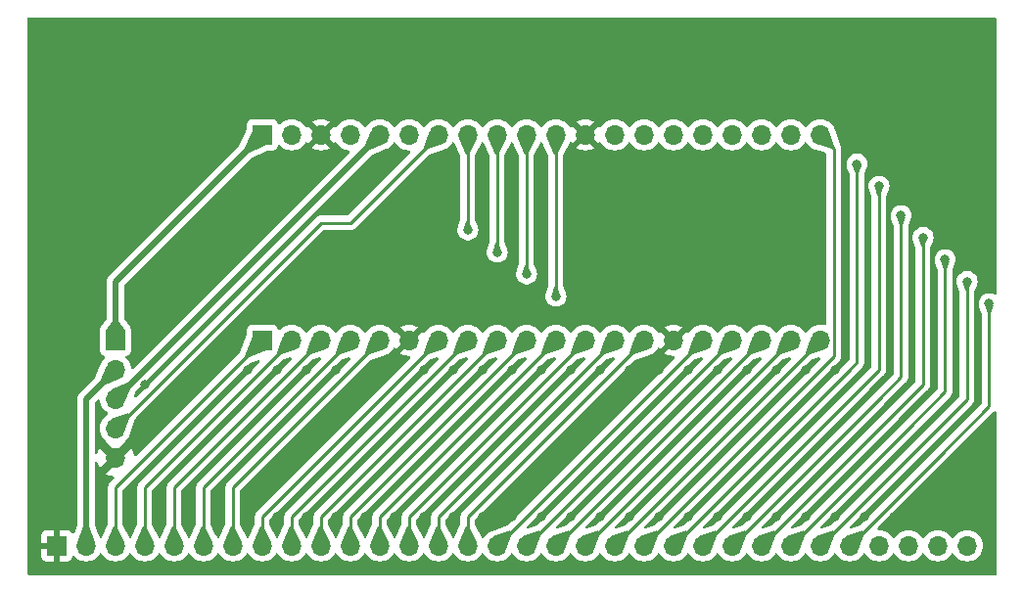
<source format=gbr>
%TF.GenerationSoftware,KiCad,Pcbnew,7.0.5*%
%TF.CreationDate,2023-06-09T17:20:22+02:00*%
%TF.ProjectId,Sorbus-Chipset-PurplePico,536f7262-7573-42d4-9368-69707365742d,rev?*%
%TF.SameCoordinates,Original*%
%TF.FileFunction,Copper,L1,Top*%
%TF.FilePolarity,Positive*%
%FSLAX46Y46*%
G04 Gerber Fmt 4.6, Leading zero omitted, Abs format (unit mm)*
G04 Created by KiCad (PCBNEW 7.0.5) date 2023-06-09 17:20:22*
%MOMM*%
%LPD*%
G01*
G04 APERTURE LIST*
%TA.AperFunction,ComponentPad*%
%ADD10R,1.700000X1.700000*%
%TD*%
%TA.AperFunction,ComponentPad*%
%ADD11O,1.700000X1.700000*%
%TD*%
%TA.AperFunction,ViaPad*%
%ADD12C,0.800000*%
%TD*%
%TA.AperFunction,Conductor*%
%ADD13C,0.500000*%
%TD*%
%TA.AperFunction,Conductor*%
%ADD14C,0.250000*%
%TD*%
G04 APERTURE END LIST*
D10*
%TO.P,J3,1,Pin_1*%
%TO.N,VBUS*%
X45720000Y-27940000D03*
D11*
%TO.P,J3,2,Pin_2*%
%TO.N,unconnected-(J3-Pin_2-Pad2)*%
X48260000Y-27940000D03*
%TO.P,J3,3,Pin_3*%
%TO.N,GND*%
X50800000Y-27940000D03*
%TO.P,J3,4,Pin_4*%
%TO.N,unconnected-(J3-Pin_4-Pad4)*%
X53340000Y-27940000D03*
%TO.P,J3,5,Pin_5*%
%TO.N,3V3*%
X55880000Y-27940000D03*
%TO.P,J3,6,Pin_6*%
%TO.N,ADC_VREF*%
X58420000Y-27940000D03*
%TO.P,J3,7,Pin_7*%
%TO.N,RUN*%
X60960000Y-27940000D03*
%TO.P,J3,8,Pin_8*%
%TO.N,~{RESET}*%
X63500000Y-27940000D03*
%TO.P,J3,9,Pin_9*%
%TO.N,~{NMI}*%
X66040000Y-27940000D03*
%TO.P,J3,10,Pin_10*%
%TO.N,~{IRQ}*%
X68580000Y-27940000D03*
%TO.P,J3,11,Pin_11*%
%TO.N,RDY*%
X71120000Y-27940000D03*
%TO.P,J3,12,Pin_12*%
%TO.N,GND*%
X73660000Y-27940000D03*
%TO.P,J3,13,Pin_13*%
%TO.N,CLK*%
X76200000Y-27940000D03*
%TO.P,J3,14,Pin_14*%
%TO.N,R~W*%
X78740000Y-27940000D03*
%TO.P,J3,15,Pin_15*%
%TO.N,D7*%
X81280000Y-27940000D03*
%TO.P,J3,16,Pin_16*%
%TO.N,D6*%
X83820000Y-27940000D03*
%TO.P,J3,17,Pin_17*%
%TO.N,D5*%
X86360000Y-27940000D03*
%TO.P,J3,18,Pin_18*%
%TO.N,D4*%
X88900000Y-27940000D03*
%TO.P,J3,19,Pin_19*%
%TO.N,D3*%
X91440000Y-27940000D03*
%TO.P,J3,20,Pin_20*%
%TO.N,D2*%
X93980000Y-27940000D03*
%TD*%
D10*
%TO.P,J2,1,Pin_1*%
%TO.N,A0*%
X45720000Y-45720000D03*
D11*
%TO.P,J2,2,Pin_2*%
%TO.N,A1*%
X48260000Y-45720000D03*
%TO.P,J2,3,Pin_3*%
%TO.N,A2*%
X50800000Y-45720000D03*
%TO.P,J2,4,Pin_4*%
%TO.N,A3*%
X53340000Y-45720000D03*
%TO.P,J2,5,Pin_5*%
%TO.N,A4*%
X55880000Y-45720000D03*
%TO.P,J2,6,Pin_6*%
%TO.N,GND*%
X58420000Y-45720000D03*
%TO.P,J2,7,Pin_7*%
%TO.N,A5*%
X60960000Y-45720000D03*
%TO.P,J2,8,Pin_8*%
%TO.N,A6*%
X63500000Y-45720000D03*
%TO.P,J2,9,Pin_9*%
%TO.N,A7*%
X66040000Y-45720000D03*
%TO.P,J2,10,Pin_10*%
%TO.N,A8*%
X68580000Y-45720000D03*
%TO.P,J2,11,Pin_11*%
%TO.N,A9*%
X71120000Y-45720000D03*
%TO.P,J2,12,Pin_12*%
%TO.N,A10*%
X73660000Y-45720000D03*
%TO.P,J2,13,Pin_13*%
%TO.N,A11*%
X76200000Y-45720000D03*
%TO.P,J2,14,Pin_14*%
%TO.N,A12*%
X78740000Y-45720000D03*
%TO.P,J2,15,Pin_15*%
%TO.N,GND*%
X81280000Y-45720000D03*
%TO.P,J2,16,Pin_16*%
%TO.N,A13*%
X83820000Y-45720000D03*
%TO.P,J2,17,Pin_17*%
%TO.N,A14*%
X86360000Y-45720000D03*
%TO.P,J2,18,Pin_18*%
%TO.N,A15*%
X88900000Y-45720000D03*
%TO.P,J2,19,Pin_19*%
%TO.N,D0*%
X91440000Y-45720000D03*
%TO.P,J2,20,Pin_20*%
%TO.N,D1*%
X93980000Y-45720000D03*
%TD*%
D10*
%TO.P,J4,1,Pin_1*%
%TO.N,VBUS*%
X33020000Y-45720000D03*
D11*
%TO.P,J4,2,Pin_2*%
%TO.N,VCC*%
X33020000Y-48260000D03*
%TO.P,J4,3,Pin_3*%
%TO.N,3V3*%
X33020000Y-50800000D03*
%TO.P,J4,4,Pin_4*%
%TO.N,RUN*%
X33020000Y-53340000D03*
%TO.P,J4,5,Pin_5*%
%TO.N,GND*%
X33020000Y-55880000D03*
%TD*%
D10*
%TO.P,J1,1,Pin_1*%
%TO.N,GND*%
X27940000Y-63500000D03*
D11*
%TO.P,J1,2,Pin_2*%
%TO.N,VCC*%
X30480000Y-63500000D03*
%TO.P,J1,3,Pin_3*%
%TO.N,A0*%
X33020000Y-63500000D03*
%TO.P,J1,4,Pin_4*%
%TO.N,A1*%
X35560000Y-63500000D03*
%TO.P,J1,5,Pin_5*%
%TO.N,A2*%
X38100000Y-63500000D03*
%TO.P,J1,6,Pin_6*%
%TO.N,A3*%
X40640000Y-63500000D03*
%TO.P,J1,7,Pin_7*%
%TO.N,A4*%
X43180000Y-63500000D03*
%TO.P,J1,8,Pin_8*%
%TO.N,A5*%
X45720000Y-63500000D03*
%TO.P,J1,9,Pin_9*%
%TO.N,A6*%
X48260000Y-63500000D03*
%TO.P,J1,10,Pin_10*%
%TO.N,A7*%
X50800000Y-63500000D03*
%TO.P,J1,11,Pin_11*%
%TO.N,A8*%
X53340000Y-63500000D03*
%TO.P,J1,12,Pin_12*%
%TO.N,A9*%
X55880000Y-63500000D03*
%TO.P,J1,13,Pin_13*%
%TO.N,A10*%
X58420000Y-63500000D03*
%TO.P,J1,14,Pin_14*%
%TO.N,A11*%
X60960000Y-63500000D03*
%TO.P,J1,15,Pin_15*%
%TO.N,A12*%
X63500000Y-63500000D03*
%TO.P,J1,16,Pin_16*%
%TO.N,A13*%
X66040000Y-63500000D03*
%TO.P,J1,17,Pin_17*%
%TO.N,A14*%
X68580000Y-63500000D03*
%TO.P,J1,18,Pin_18*%
%TO.N,A15*%
X71120000Y-63500000D03*
%TO.P,J1,19,Pin_19*%
%TO.N,D0*%
X73660000Y-63500000D03*
%TO.P,J1,20,Pin_20*%
%TO.N,D1*%
X76200000Y-63500000D03*
%TO.P,J1,21,Pin_21*%
%TO.N,D2*%
X78740000Y-63500000D03*
%TO.P,J1,22,Pin_22*%
%TO.N,D3*%
X81280000Y-63500000D03*
%TO.P,J1,23,Pin_23*%
%TO.N,D4*%
X83820000Y-63500000D03*
%TO.P,J1,24,Pin_24*%
%TO.N,D5*%
X86360000Y-63500000D03*
%TO.P,J1,25,Pin_25*%
%TO.N,D6*%
X88900000Y-63500000D03*
%TO.P,J1,26,Pin_26*%
%TO.N,D7*%
X91440000Y-63500000D03*
%TO.P,J1,27,Pin_27*%
%TO.N,R~W*%
X93980000Y-63500000D03*
%TO.P,J1,28,Pin_28*%
%TO.N,CLK*%
X96520000Y-63500000D03*
%TO.P,J1,29,Pin_29*%
%TO.N,RDY*%
X99060000Y-63500000D03*
%TO.P,J1,30,Pin_30*%
%TO.N,~{IRQ}*%
X101600000Y-63500000D03*
%TO.P,J1,31,Pin_31*%
%TO.N,~{NMI}*%
X104140000Y-63500000D03*
%TO.P,J1,32,Pin_32*%
%TO.N,~{RESET}*%
X106680000Y-63500000D03*
%TD*%
D12*
%TO.N,GND*%
X95250000Y-60960000D03*
X85090000Y-60960000D03*
X67310000Y-60960000D03*
X55880000Y-48260000D03*
X74930000Y-48260000D03*
X105410000Y-60960000D03*
X52070000Y-48260000D03*
X67310000Y-30480000D03*
X77470000Y-60960000D03*
X44450000Y-60960000D03*
X44450000Y-48260000D03*
X35560000Y-49530000D03*
X64770000Y-48260000D03*
X36830000Y-60960000D03*
X90170000Y-48260000D03*
X85090000Y-30480000D03*
X59690000Y-48260000D03*
X64770000Y-30480000D03*
X82550000Y-60960000D03*
X76200000Y-43180000D03*
X62230000Y-60960000D03*
X95250000Y-48260000D03*
X57150000Y-60960000D03*
X90170000Y-30480000D03*
X52070000Y-60960000D03*
X87630000Y-48260000D03*
X39370000Y-60960000D03*
X82550000Y-30480000D03*
X102870000Y-60960000D03*
X97790000Y-60960000D03*
X41910000Y-60960000D03*
X77470000Y-48260000D03*
X49530000Y-48260000D03*
X73660000Y-43180000D03*
X64770000Y-60960000D03*
X76200000Y-30480000D03*
X69850000Y-60960000D03*
X85090000Y-48260000D03*
X31750000Y-60960000D03*
X74930000Y-60960000D03*
X78740000Y-43180000D03*
X59690000Y-60960000D03*
X67310000Y-48260000D03*
X34290000Y-60960000D03*
X62230000Y-48260000D03*
X80010000Y-30480000D03*
X100330000Y-60960000D03*
X92710000Y-60960000D03*
X46990000Y-60960000D03*
X90170000Y-60960000D03*
X69850000Y-30480000D03*
X92710000Y-48260000D03*
X82550000Y-48260000D03*
X87630000Y-60960000D03*
X72390000Y-48260000D03*
X54610000Y-60960000D03*
X80010000Y-48260000D03*
X49530000Y-60960000D03*
X72390000Y-60960000D03*
X87630000Y-30480000D03*
X55880000Y-30480000D03*
X46990000Y-48260000D03*
X92710000Y-30480000D03*
X62230000Y-30480000D03*
X80010000Y-60960000D03*
X72390000Y-30480000D03*
X69850000Y-48260000D03*
%TO.N,D3*%
X97155000Y-30480000D03*
%TO.N,D4*%
X99060000Y-32385000D03*
%TO.N,D5*%
X100965000Y-34925000D03*
%TO.N,D6*%
X102870000Y-36830000D03*
%TO.N,D7*%
X104775000Y-38735000D03*
%TO.N,R~W*%
X106680000Y-40640000D03*
%TO.N,CLK*%
X108585000Y-42545000D03*
%TO.N,RDY*%
X71120000Y-41910000D03*
%TO.N,~{IRQ}*%
X68580000Y-40005000D03*
%TO.N,~{NMI}*%
X66040000Y-38100000D03*
%TO.N,~{RESET}*%
X63500000Y-36195000D03*
%TD*%
D13*
%TO.N,VCC*%
X33020000Y-48260000D02*
X30480000Y-50800000D01*
X30480000Y-50800000D02*
X30480000Y-63500000D01*
D14*
%TO.N,A0*%
X33020000Y-58420000D02*
X33020000Y-63500000D01*
X45720000Y-45720000D02*
X33020000Y-58420000D01*
%TO.N,A1*%
X35560000Y-63500000D02*
X35560000Y-58420000D01*
X35560000Y-58420000D02*
X48260000Y-45720000D01*
%TO.N,A2*%
X38100000Y-58420000D02*
X50800000Y-45720000D01*
X38100000Y-63500000D02*
X38100000Y-58420000D01*
%TO.N,A3*%
X40640000Y-58420000D02*
X53340000Y-45720000D01*
X40640000Y-63500000D02*
X40640000Y-58420000D01*
%TO.N,A4*%
X43180000Y-63500000D02*
X43180000Y-58420000D01*
X43180000Y-58420000D02*
X55880000Y-45720000D01*
%TO.N,A5*%
X60960000Y-45720000D02*
X45720000Y-60960000D01*
X45720000Y-60960000D02*
X45720000Y-63500000D01*
%TO.N,A6*%
X48260000Y-63500000D02*
X48260000Y-60960000D01*
X48260000Y-60960000D02*
X63500000Y-45720000D01*
%TO.N,A7*%
X50800000Y-60960000D02*
X66040000Y-45720000D01*
X50800000Y-63500000D02*
X50800000Y-60960000D01*
%TO.N,A8*%
X53340000Y-60960000D02*
X68580000Y-45720000D01*
X53340000Y-63500000D02*
X53340000Y-60960000D01*
%TO.N,A9*%
X55880000Y-63500000D02*
X55880000Y-60960000D01*
X55880000Y-60960000D02*
X71120000Y-45720000D01*
%TO.N,A10*%
X58420000Y-63500000D02*
X58420000Y-60960000D01*
X58420000Y-60960000D02*
X73660000Y-45720000D01*
%TO.N,A11*%
X60960000Y-63500000D02*
X60960000Y-60960000D01*
X60960000Y-60960000D02*
X76200000Y-45720000D01*
%TO.N,A12*%
X63500000Y-63500000D02*
X63500000Y-60960000D01*
X63500000Y-60960000D02*
X78740000Y-45720000D01*
%TO.N,A13*%
X83820000Y-45720000D02*
X66040000Y-63500000D01*
%TO.N,A14*%
X86360000Y-45720000D02*
X68580000Y-63500000D01*
%TO.N,A15*%
X88900000Y-45720000D02*
X71120000Y-63500000D01*
%TO.N,D0*%
X91440000Y-45720000D02*
X73660000Y-63500000D01*
%TO.N,D1*%
X93980000Y-45720000D02*
X76200000Y-63500000D01*
%TO.N,D2*%
X95155000Y-47085000D02*
X95155000Y-29115000D01*
X95155000Y-29115000D02*
X93980000Y-27940000D01*
X78740000Y-63500000D02*
X95155000Y-47085000D01*
%TO.N,D3*%
X97155000Y-47625000D02*
X97155000Y-30480000D01*
X96520000Y-48260000D02*
X97155000Y-47625000D01*
X81280000Y-63500000D02*
X96520000Y-48260000D01*
%TO.N,D4*%
X99060000Y-48260000D02*
X99060000Y-32385000D01*
X97790000Y-49530000D02*
X99060000Y-48260000D01*
X83820000Y-63500000D02*
X97790000Y-49530000D01*
%TO.N,D5*%
X86360000Y-63500000D02*
X99060000Y-50800000D01*
X99060000Y-50800000D02*
X100965000Y-48895000D01*
X100965000Y-48895000D02*
X100965000Y-34925000D01*
%TO.N,D6*%
X102870000Y-49530000D02*
X102870000Y-36830000D01*
X100330000Y-52070000D02*
X102870000Y-49530000D01*
X88900000Y-63500000D02*
X100330000Y-52070000D01*
%TO.N,D7*%
X101600000Y-53340000D02*
X104775000Y-50165000D01*
X104775000Y-50165000D02*
X104775000Y-38735000D01*
X91440000Y-63500000D02*
X101600000Y-53340000D01*
%TO.N,R~W*%
X93980000Y-63500000D02*
X102870000Y-54610000D01*
X102870000Y-54610000D02*
X106680000Y-50800000D01*
X106680000Y-50800000D02*
X106680000Y-40640000D01*
%TO.N,CLK*%
X104140000Y-55880000D02*
X108585000Y-51435000D01*
X96520000Y-63500000D02*
X104140000Y-55880000D01*
X108585000Y-51435000D02*
X108585000Y-42545000D01*
%TO.N,RDY*%
X71120000Y-27940000D02*
X71120000Y-41910000D01*
%TO.N,~{IRQ}*%
X68580000Y-27940000D02*
X68580000Y-40005000D01*
%TO.N,~{NMI}*%
X66040000Y-38100000D02*
X66040000Y-27940000D01*
%TO.N,~{RESET}*%
X63500000Y-33020000D02*
X63500000Y-31750000D01*
X63500000Y-36195000D02*
X63500000Y-31750000D01*
X63500000Y-31750000D02*
X63500000Y-27940000D01*
X63500000Y-36195000D02*
X63500000Y-27940000D01*
D13*
%TO.N,3V3*%
X33020000Y-50800000D02*
X55880000Y-27940000D01*
D14*
%TO.N,RUN*%
X33020000Y-53340000D02*
X50800000Y-35560000D01*
X53340000Y-35560000D02*
X60960000Y-27940000D01*
X50800000Y-35560000D02*
X53340000Y-35560000D01*
D13*
%TO.N,VBUS*%
X33020000Y-45720000D02*
X33020000Y-40640000D01*
X33020000Y-40640000D02*
X45720000Y-27940000D01*
%TD*%
%TA.AperFunction,Conductor*%
%TO.N,R~W*%
G36*
X107039109Y-40788719D02*
G01*
X107045427Y-40795066D01*
X107045551Y-40803655D01*
X106807859Y-41432437D01*
X106801728Y-41438964D01*
X106796915Y-41440000D01*
X106563085Y-41440000D01*
X106554812Y-41436573D01*
X106552141Y-41432437D01*
X106314448Y-40803655D01*
X106314728Y-40794705D01*
X106320889Y-40788719D01*
X106675500Y-40640875D01*
X106684449Y-40640855D01*
X107039109Y-40788719D01*
G37*
%TD.AperFunction*%
%TD*%
%TA.AperFunction,Conductor*%
%TO.N,A14*%
G36*
X69695690Y-62212460D02*
G01*
X69698897Y-62214734D01*
X69865265Y-62381102D01*
X69868692Y-62389375D01*
X69868031Y-62393251D01*
X69369388Y-63813629D01*
X69363415Y-63820300D01*
X69354473Y-63820792D01*
X69353883Y-63820567D01*
X68583785Y-63502562D01*
X68577447Y-63496238D01*
X68259432Y-62726115D01*
X68259441Y-62717161D01*
X68265780Y-62710836D01*
X68266345Y-62710620D01*
X69686748Y-62211968D01*
X69695690Y-62212460D01*
G37*
%TD.AperFunction*%
%TD*%
%TA.AperFunction,Conductor*%
%TO.N,A12*%
G36*
X77966106Y-45399428D02*
G01*
X78736215Y-45717438D01*
X78742552Y-45723761D01*
X78742562Y-45723785D01*
X79060567Y-46493883D01*
X79060558Y-46502838D01*
X79054219Y-46509163D01*
X79053629Y-46509388D01*
X77633251Y-47008031D01*
X77624309Y-47007539D01*
X77621102Y-47005265D01*
X77454734Y-46838897D01*
X77451307Y-46830624D01*
X77451968Y-46826748D01*
X77563461Y-46509163D01*
X77950612Y-45406368D01*
X77956584Y-45399699D01*
X77965526Y-45399207D01*
X77966106Y-45399428D01*
G37*
%TD.AperFunction*%
%TD*%
%TA.AperFunction,Conductor*%
%TO.N,D0*%
G36*
X90666106Y-45399428D02*
G01*
X91436215Y-45717438D01*
X91442552Y-45723761D01*
X91442562Y-45723785D01*
X91760567Y-46493883D01*
X91760558Y-46502838D01*
X91754219Y-46509163D01*
X91753629Y-46509388D01*
X90333251Y-47008031D01*
X90324309Y-47007539D01*
X90321102Y-47005265D01*
X90154734Y-46838897D01*
X90151307Y-46830624D01*
X90151968Y-46826748D01*
X90263461Y-46509163D01*
X90650612Y-45406368D01*
X90656584Y-45399699D01*
X90665526Y-45399207D01*
X90666106Y-45399428D01*
G37*
%TD.AperFunction*%
%TD*%
%TA.AperFunction,Conductor*%
%TO.N,A2*%
G36*
X50026106Y-45399428D02*
G01*
X50796215Y-45717438D01*
X50802552Y-45723761D01*
X50802562Y-45723785D01*
X51120567Y-46493883D01*
X51120558Y-46502838D01*
X51114219Y-46509163D01*
X51113629Y-46509388D01*
X49693251Y-47008031D01*
X49684309Y-47007539D01*
X49681102Y-47005265D01*
X49514734Y-46838897D01*
X49511307Y-46830624D01*
X49511968Y-46826748D01*
X49623461Y-46509163D01*
X50010612Y-45406368D01*
X50016584Y-45399699D01*
X50025526Y-45399207D01*
X50026106Y-45399428D01*
G37*
%TD.AperFunction*%
%TD*%
%TA.AperFunction,Conductor*%
%TO.N,GND*%
G36*
X109162539Y-17800185D02*
G01*
X109208294Y-17852989D01*
X109219500Y-17904500D01*
X109219500Y-41651020D01*
X109199815Y-41718059D01*
X109147011Y-41763814D01*
X109077853Y-41773758D01*
X109044269Y-41762136D01*
X109043666Y-41763492D01*
X108864807Y-41683857D01*
X108864802Y-41683855D01*
X108710320Y-41651020D01*
X108679646Y-41644500D01*
X108490354Y-41644500D01*
X108459680Y-41651020D01*
X108305197Y-41683855D01*
X108305192Y-41683857D01*
X108132270Y-41760848D01*
X108132265Y-41760851D01*
X107979129Y-41872111D01*
X107852466Y-42012785D01*
X107757821Y-42176715D01*
X107757818Y-42176722D01*
X107724819Y-42278284D01*
X107699326Y-42356744D01*
X107690343Y-42442214D01*
X107679540Y-42545000D01*
X107699326Y-42733256D01*
X107699328Y-42733262D01*
X107739621Y-42857274D01*
X107741181Y-42862989D01*
X107746602Y-42887390D01*
X107746607Y-42887406D01*
X107951489Y-43429390D01*
X107959500Y-43473236D01*
X107959500Y-51124546D01*
X107939815Y-51191585D01*
X107923181Y-51212227D01*
X103694995Y-55440411D01*
X103694991Y-55440417D01*
X97388504Y-61746903D01*
X97341897Y-61776222D01*
X96694537Y-62003487D01*
X96624762Y-62007120D01*
X96564099Y-61972453D01*
X96531809Y-61910493D01*
X96538143Y-61840911D01*
X96565779Y-61798809D01*
X103340120Y-55024470D01*
X103340119Y-55024469D01*
X103376426Y-54988164D01*
X103376439Y-54988149D01*
X105024589Y-53339999D01*
X107063786Y-51300802D01*
X107076048Y-51290980D01*
X107075865Y-51290759D01*
X107081873Y-51285788D01*
X107081877Y-51285786D01*
X107128649Y-51235977D01*
X107129891Y-51234697D01*
X107150120Y-51214470D01*
X107154373Y-51208986D01*
X107158150Y-51204563D01*
X107190062Y-51170582D01*
X107199714Y-51153023D01*
X107210389Y-51136772D01*
X107222674Y-51120936D01*
X107241186Y-51078152D01*
X107243742Y-51072935D01*
X107266197Y-51032092D01*
X107271180Y-51012680D01*
X107277477Y-50994291D01*
X107285438Y-50975895D01*
X107292729Y-50929853D01*
X107293908Y-50924162D01*
X107305500Y-50879019D01*
X107305500Y-50858982D01*
X107307027Y-50839582D01*
X107310160Y-50819804D01*
X107305775Y-50773415D01*
X107305500Y-50767577D01*
X107305500Y-41568235D01*
X107313511Y-41524389D01*
X107518390Y-40982410D01*
X107518391Y-40982406D01*
X107518394Y-40982399D01*
X107532580Y-40939054D01*
X107533016Y-40935674D01*
X107538066Y-40913221D01*
X107565672Y-40828262D01*
X107565671Y-40828262D01*
X107565674Y-40828256D01*
X107585460Y-40640000D01*
X107565674Y-40451744D01*
X107507179Y-40271716D01*
X107412533Y-40107784D01*
X107285871Y-39967112D01*
X107285870Y-39967111D01*
X107132734Y-39855851D01*
X107132729Y-39855848D01*
X106959807Y-39778857D01*
X106959802Y-39778855D01*
X106814000Y-39747865D01*
X106774646Y-39739500D01*
X106585354Y-39739500D01*
X106552897Y-39746398D01*
X106400197Y-39778855D01*
X106400192Y-39778857D01*
X106227270Y-39855848D01*
X106227265Y-39855851D01*
X106074129Y-39967111D01*
X105947466Y-40107785D01*
X105852821Y-40271715D01*
X105852818Y-40271722D01*
X105794327Y-40451740D01*
X105794326Y-40451744D01*
X105785343Y-40537214D01*
X105774540Y-40640000D01*
X105794326Y-40828256D01*
X105794328Y-40828262D01*
X105834621Y-40952274D01*
X105836181Y-40957989D01*
X105841602Y-40982390D01*
X105841607Y-40982406D01*
X106046489Y-41524390D01*
X106054500Y-41568236D01*
X106054500Y-50489546D01*
X106034815Y-50556585D01*
X106018181Y-50577227D01*
X102399880Y-54195529D01*
X102399876Y-54195533D01*
X94848504Y-61746903D01*
X94801897Y-61776222D01*
X94154537Y-62003487D01*
X94084762Y-62007120D01*
X94024099Y-61972453D01*
X93991809Y-61910493D01*
X93998143Y-61840911D01*
X94025780Y-61798809D01*
X102070120Y-53754470D01*
X102128679Y-53695911D01*
X102128692Y-53695896D01*
X105158788Y-50665801D01*
X105171042Y-50655986D01*
X105170859Y-50655764D01*
X105176868Y-50650791D01*
X105176877Y-50650786D01*
X105223607Y-50601022D01*
X105224846Y-50599743D01*
X105245120Y-50579471D01*
X105249379Y-50573978D01*
X105253152Y-50569561D01*
X105285062Y-50535582D01*
X105294715Y-50518020D01*
X105305389Y-50501770D01*
X105317673Y-50485936D01*
X105336180Y-50443167D01*
X105338749Y-50437924D01*
X105357771Y-50403323D01*
X105361197Y-50397092D01*
X105366177Y-50377691D01*
X105372478Y-50359288D01*
X105380438Y-50340896D01*
X105387730Y-50294849D01*
X105388911Y-50289152D01*
X105400500Y-50244019D01*
X105400500Y-50223983D01*
X105402027Y-50204582D01*
X105405160Y-50184803D01*
X105405160Y-50184800D01*
X105404022Y-50172768D01*
X105400772Y-50138394D01*
X105400500Y-50132599D01*
X105400500Y-39663235D01*
X105408511Y-39619389D01*
X105613390Y-39077410D01*
X105613391Y-39077406D01*
X105613394Y-39077399D01*
X105627580Y-39034054D01*
X105628016Y-39030674D01*
X105633066Y-39008221D01*
X105660672Y-38923262D01*
X105660671Y-38923262D01*
X105660674Y-38923256D01*
X105680460Y-38735000D01*
X105660674Y-38546744D01*
X105602179Y-38366716D01*
X105507533Y-38202784D01*
X105380871Y-38062112D01*
X105380870Y-38062111D01*
X105227734Y-37950851D01*
X105227729Y-37950848D01*
X105054807Y-37873857D01*
X105054802Y-37873855D01*
X104909001Y-37842865D01*
X104869646Y-37834500D01*
X104680354Y-37834500D01*
X104647897Y-37841398D01*
X104495197Y-37873855D01*
X104495192Y-37873857D01*
X104322270Y-37950848D01*
X104322265Y-37950851D01*
X104169129Y-38062111D01*
X104042466Y-38202785D01*
X103947821Y-38366715D01*
X103947818Y-38366722D01*
X103914819Y-38468284D01*
X103889326Y-38546744D01*
X103880343Y-38632214D01*
X103869540Y-38734999D01*
X103889326Y-38923256D01*
X103889328Y-38923262D01*
X103929621Y-39047274D01*
X103931181Y-39052989D01*
X103936602Y-39077390D01*
X103936607Y-39077406D01*
X104141489Y-39619390D01*
X104149500Y-39663236D01*
X104149500Y-49854547D01*
X104129815Y-49921586D01*
X104113181Y-49942228D01*
X101129876Y-52925533D01*
X92308504Y-61746903D01*
X92261897Y-61776222D01*
X91614537Y-62003487D01*
X91544762Y-62007120D01*
X91484099Y-61972453D01*
X91451809Y-61910493D01*
X91458143Y-61840911D01*
X91485779Y-61798809D01*
X100800120Y-52484471D01*
X100800120Y-52484470D01*
X100805484Y-52479107D01*
X100805499Y-52479089D01*
X103253788Y-50030801D01*
X103266042Y-50020986D01*
X103265859Y-50020764D01*
X103271868Y-50015791D01*
X103271877Y-50015786D01*
X103318607Y-49966022D01*
X103319846Y-49964743D01*
X103340120Y-49944471D01*
X103344379Y-49938978D01*
X103348152Y-49934561D01*
X103380062Y-49900582D01*
X103389713Y-49883024D01*
X103400396Y-49866761D01*
X103412673Y-49850936D01*
X103431185Y-49808153D01*
X103433738Y-49802941D01*
X103456197Y-49762092D01*
X103461180Y-49742680D01*
X103467481Y-49724280D01*
X103475437Y-49705896D01*
X103482729Y-49659852D01*
X103483906Y-49654171D01*
X103495500Y-49609019D01*
X103495500Y-49588982D01*
X103497027Y-49569582D01*
X103500160Y-49549804D01*
X103495775Y-49503415D01*
X103495500Y-49497577D01*
X103495500Y-37758235D01*
X103503511Y-37714389D01*
X103708390Y-37172410D01*
X103708391Y-37172406D01*
X103708394Y-37172399D01*
X103722580Y-37129054D01*
X103723016Y-37125674D01*
X103728066Y-37103221D01*
X103755672Y-37018262D01*
X103755671Y-37018262D01*
X103755674Y-37018256D01*
X103775460Y-36830000D01*
X103755674Y-36641744D01*
X103697179Y-36461716D01*
X103602533Y-36297784D01*
X103475871Y-36157112D01*
X103475870Y-36157111D01*
X103322734Y-36045851D01*
X103322729Y-36045848D01*
X103149807Y-35968857D01*
X103149802Y-35968855D01*
X103004000Y-35937865D01*
X102964646Y-35929500D01*
X102775354Y-35929500D01*
X102742897Y-35936398D01*
X102590197Y-35968855D01*
X102590192Y-35968857D01*
X102417270Y-36045848D01*
X102417265Y-36045851D01*
X102264129Y-36157111D01*
X102137466Y-36297785D01*
X102042821Y-36461715D01*
X102042818Y-36461722D01*
X102009819Y-36563284D01*
X101984326Y-36641744D01*
X101975343Y-36727214D01*
X101964540Y-36829999D01*
X101984326Y-37018256D01*
X101984328Y-37018262D01*
X102024621Y-37142274D01*
X102026181Y-37147989D01*
X102031602Y-37172390D01*
X102031607Y-37172406D01*
X102236489Y-37714390D01*
X102244500Y-37758236D01*
X102244500Y-49219546D01*
X102224815Y-49286585D01*
X102208181Y-49307227D01*
X99859880Y-51655529D01*
X99859876Y-51655533D01*
X89768504Y-61746903D01*
X89721897Y-61776222D01*
X89074537Y-62003487D01*
X89004762Y-62007120D01*
X88944099Y-61972453D01*
X88911809Y-61910493D01*
X88918143Y-61840911D01*
X88945779Y-61798809D01*
X99530120Y-51214471D01*
X99530120Y-51214470D01*
X99535484Y-51209107D01*
X99535499Y-51209089D01*
X101348787Y-49395801D01*
X101361042Y-49385986D01*
X101360859Y-49385764D01*
X101366868Y-49380791D01*
X101366877Y-49380786D01*
X101413607Y-49331022D01*
X101414846Y-49329743D01*
X101435120Y-49309471D01*
X101439379Y-49303978D01*
X101443152Y-49299561D01*
X101475062Y-49265582D01*
X101484715Y-49248020D01*
X101495389Y-49231770D01*
X101507673Y-49215936D01*
X101526180Y-49173167D01*
X101528749Y-49167924D01*
X101551196Y-49127093D01*
X101551197Y-49127092D01*
X101556177Y-49107691D01*
X101562478Y-49089288D01*
X101570438Y-49070896D01*
X101577730Y-49024849D01*
X101578911Y-49019152D01*
X101590500Y-48974019D01*
X101590500Y-48953983D01*
X101592027Y-48934582D01*
X101595160Y-48914804D01*
X101590775Y-48868415D01*
X101590500Y-48862577D01*
X101590500Y-35853235D01*
X101598511Y-35809389D01*
X101803390Y-35267410D01*
X101803391Y-35267406D01*
X101803394Y-35267399D01*
X101817580Y-35224054D01*
X101818016Y-35220674D01*
X101823066Y-35198221D01*
X101850672Y-35113262D01*
X101850671Y-35113262D01*
X101850674Y-35113256D01*
X101870460Y-34925000D01*
X101850674Y-34736744D01*
X101792179Y-34556716D01*
X101697533Y-34392784D01*
X101570871Y-34252112D01*
X101570870Y-34252111D01*
X101417734Y-34140851D01*
X101417729Y-34140848D01*
X101244807Y-34063857D01*
X101244802Y-34063855D01*
X101099000Y-34032865D01*
X101059646Y-34024500D01*
X100870354Y-34024500D01*
X100837897Y-34031398D01*
X100685197Y-34063855D01*
X100685192Y-34063857D01*
X100512270Y-34140848D01*
X100512265Y-34140851D01*
X100359129Y-34252111D01*
X100232466Y-34392785D01*
X100137821Y-34556715D01*
X100137818Y-34556722D01*
X100079327Y-34736740D01*
X100079326Y-34736744D01*
X100062359Y-34898181D01*
X100059540Y-34925000D01*
X100079326Y-35113256D01*
X100079328Y-35113262D01*
X100119621Y-35237274D01*
X100121181Y-35242989D01*
X100126602Y-35267390D01*
X100126607Y-35267406D01*
X100331489Y-35809390D01*
X100339500Y-35853236D01*
X100339500Y-48584546D01*
X100319815Y-48651585D01*
X100303181Y-48672227D01*
X98656137Y-50319271D01*
X87228504Y-61746903D01*
X87181897Y-61776222D01*
X86534537Y-62003487D01*
X86464762Y-62007120D01*
X86404099Y-61972453D01*
X86371809Y-61910493D01*
X86378143Y-61840911D01*
X86405779Y-61798809D01*
X98260120Y-49944471D01*
X98260120Y-49944470D01*
X98265484Y-49939107D01*
X98265499Y-49939089D01*
X99443787Y-48760802D01*
X99456042Y-48750986D01*
X99455859Y-48750764D01*
X99461868Y-48745791D01*
X99461877Y-48745786D01*
X99508607Y-48696022D01*
X99509846Y-48694743D01*
X99530120Y-48674471D01*
X99534379Y-48668978D01*
X99538152Y-48664561D01*
X99570062Y-48630582D01*
X99579713Y-48613024D01*
X99590396Y-48596761D01*
X99602673Y-48580936D01*
X99621185Y-48538153D01*
X99623738Y-48532941D01*
X99646197Y-48492092D01*
X99651180Y-48472680D01*
X99657481Y-48454280D01*
X99665437Y-48435896D01*
X99672729Y-48389852D01*
X99673906Y-48384171D01*
X99685500Y-48339019D01*
X99685500Y-48318982D01*
X99687027Y-48299582D01*
X99690160Y-48279804D01*
X99685775Y-48233415D01*
X99685500Y-48227577D01*
X99685500Y-33313235D01*
X99693511Y-33269389D01*
X99898390Y-32727410D01*
X99898391Y-32727406D01*
X99898394Y-32727399D01*
X99912580Y-32684054D01*
X99913016Y-32680674D01*
X99918066Y-32658221D01*
X99945672Y-32573262D01*
X99945671Y-32573262D01*
X99945674Y-32573256D01*
X99965460Y-32385000D01*
X99945674Y-32196744D01*
X99887179Y-32016716D01*
X99792533Y-31852784D01*
X99665871Y-31712112D01*
X99663859Y-31710650D01*
X99512734Y-31600851D01*
X99512729Y-31600848D01*
X99339807Y-31523857D01*
X99339802Y-31523855D01*
X99194000Y-31492865D01*
X99154646Y-31484500D01*
X98965354Y-31484500D01*
X98932897Y-31491398D01*
X98780197Y-31523855D01*
X98780192Y-31523857D01*
X98607270Y-31600848D01*
X98607265Y-31600851D01*
X98454129Y-31712111D01*
X98327466Y-31852785D01*
X98232821Y-32016715D01*
X98232818Y-32016722D01*
X98174327Y-32196740D01*
X98174326Y-32196744D01*
X98154540Y-32385000D01*
X98174326Y-32573256D01*
X98174328Y-32573262D01*
X98214621Y-32697274D01*
X98216181Y-32702989D01*
X98221602Y-32727390D01*
X98221607Y-32727406D01*
X98426488Y-33269390D01*
X98434499Y-33313236D01*
X98434500Y-47949545D01*
X98414815Y-48016584D01*
X98398181Y-48037226D01*
X97367263Y-49068143D01*
X97367259Y-49068149D01*
X84688504Y-61746903D01*
X84641897Y-61776222D01*
X83994537Y-62003487D01*
X83924762Y-62007120D01*
X83864099Y-61972453D01*
X83831809Y-61910493D01*
X83838143Y-61840911D01*
X83865780Y-61798808D01*
X96990120Y-48674470D01*
X97048679Y-48615911D01*
X97048692Y-48615896D01*
X97538786Y-48125802D01*
X97551048Y-48115980D01*
X97550865Y-48115759D01*
X97556873Y-48110788D01*
X97556877Y-48110786D01*
X97603649Y-48060977D01*
X97604891Y-48059697D01*
X97625120Y-48039470D01*
X97629373Y-48033986D01*
X97633150Y-48029563D01*
X97665062Y-47995582D01*
X97674714Y-47978023D01*
X97685389Y-47961772D01*
X97697674Y-47945936D01*
X97716186Y-47903152D01*
X97718742Y-47897935D01*
X97741197Y-47857092D01*
X97746180Y-47837680D01*
X97752477Y-47819291D01*
X97760438Y-47800895D01*
X97767729Y-47754853D01*
X97768908Y-47749162D01*
X97780500Y-47704019D01*
X97780500Y-47683983D01*
X97782027Y-47664582D01*
X97785160Y-47644803D01*
X97785160Y-47644800D01*
X97784022Y-47632768D01*
X97780772Y-47598394D01*
X97780499Y-47592599D01*
X97780499Y-31408234D01*
X97788510Y-31364388D01*
X97993392Y-30822403D01*
X97993394Y-30822399D01*
X98007580Y-30779054D01*
X98008016Y-30775674D01*
X98013066Y-30753221D01*
X98040672Y-30668262D01*
X98040671Y-30668262D01*
X98040674Y-30668256D01*
X98060460Y-30480000D01*
X98040674Y-30291744D01*
X97982179Y-30111716D01*
X97887533Y-29947784D01*
X97760871Y-29807112D01*
X97742476Y-29793747D01*
X97607734Y-29695851D01*
X97607729Y-29695848D01*
X97434807Y-29618857D01*
X97434802Y-29618855D01*
X97289000Y-29587865D01*
X97249646Y-29579500D01*
X97060354Y-29579500D01*
X97027897Y-29586398D01*
X96875197Y-29618855D01*
X96875192Y-29618857D01*
X96702270Y-29695848D01*
X96702265Y-29695851D01*
X96549129Y-29807111D01*
X96422466Y-29947785D01*
X96327821Y-30111715D01*
X96327818Y-30111722D01*
X96269327Y-30291740D01*
X96269326Y-30291744D01*
X96249540Y-30480000D01*
X96269326Y-30668256D01*
X96269328Y-30668262D01*
X96309621Y-30792274D01*
X96311181Y-30797989D01*
X96316602Y-30822390D01*
X96316607Y-30822406D01*
X96521489Y-31364390D01*
X96529500Y-31408236D01*
X96529500Y-47314547D01*
X96509815Y-47381586D01*
X96493181Y-47402228D01*
X96049876Y-47845533D01*
X82148504Y-61746903D01*
X82101897Y-61776222D01*
X81454537Y-62003487D01*
X81384762Y-62007120D01*
X81324099Y-61972453D01*
X81291809Y-61910493D01*
X81298143Y-61840911D01*
X81325780Y-61798808D01*
X95538786Y-47585802D01*
X95551048Y-47575980D01*
X95550865Y-47575759D01*
X95556873Y-47570788D01*
X95556877Y-47570786D01*
X95603649Y-47520977D01*
X95604891Y-47519697D01*
X95625120Y-47499470D01*
X95629373Y-47493986D01*
X95633150Y-47489563D01*
X95665062Y-47455582D01*
X95674714Y-47438023D01*
X95685389Y-47421772D01*
X95697674Y-47405936D01*
X95716186Y-47363152D01*
X95718742Y-47357935D01*
X95741197Y-47317092D01*
X95746180Y-47297680D01*
X95752477Y-47279291D01*
X95760438Y-47260895D01*
X95767729Y-47214853D01*
X95768908Y-47209162D01*
X95780500Y-47164019D01*
X95780500Y-47143983D01*
X95782027Y-47124582D01*
X95785160Y-47104803D01*
X95785160Y-47104800D01*
X95782402Y-47075629D01*
X95780772Y-47058394D01*
X95780500Y-47052599D01*
X95780500Y-29197742D01*
X95782224Y-29182122D01*
X95781939Y-29182096D01*
X95782673Y-29174333D01*
X95780531Y-29106152D01*
X95780500Y-29104205D01*
X95780500Y-29075654D01*
X95780500Y-29075650D01*
X95779631Y-29068772D01*
X95779172Y-29062943D01*
X95777709Y-29016372D01*
X95772122Y-28997144D01*
X95768174Y-28978084D01*
X95765663Y-28958204D01*
X95748512Y-28914887D01*
X95746619Y-28909358D01*
X95733618Y-28864609D01*
X95733616Y-28864606D01*
X95723423Y-28847371D01*
X95714861Y-28829894D01*
X95707487Y-28811270D01*
X95707486Y-28811268D01*
X95702264Y-28804081D01*
X95684988Y-28770537D01*
X95261996Y-27506098D01*
X95260907Y-27502478D01*
X95253904Y-27476341D01*
X95253903Y-27476337D01*
X95248583Y-27464928D01*
X95246330Y-27459421D01*
X95246154Y-27458924D01*
X95244296Y-27453676D01*
X95242461Y-27448771D01*
X95212926Y-27384081D01*
X95212925Y-27384079D01*
X95209556Y-27378393D01*
X95209858Y-27378213D01*
X95202091Y-27365228D01*
X95174199Y-27305414D01*
X95154035Y-27262171D01*
X95018495Y-27068599D01*
X95018494Y-27068597D01*
X94851402Y-26901506D01*
X94851395Y-26901501D01*
X94657834Y-26765967D01*
X94657830Y-26765965D01*
X94657828Y-26765964D01*
X94443663Y-26666097D01*
X94443659Y-26666096D01*
X94443655Y-26666094D01*
X94215413Y-26604938D01*
X94215403Y-26604936D01*
X93980001Y-26584341D01*
X93979999Y-26584341D01*
X93744596Y-26604936D01*
X93744586Y-26604938D01*
X93516344Y-26666094D01*
X93516335Y-26666098D01*
X93302171Y-26765964D01*
X93302169Y-26765965D01*
X93108597Y-26901505D01*
X92941505Y-27068597D01*
X92811575Y-27254158D01*
X92756998Y-27297783D01*
X92687500Y-27304977D01*
X92625145Y-27273454D01*
X92608425Y-27254158D01*
X92478494Y-27068597D01*
X92311402Y-26901506D01*
X92311395Y-26901501D01*
X92117834Y-26765967D01*
X92117830Y-26765965D01*
X92117828Y-26765964D01*
X91903663Y-26666097D01*
X91903659Y-26666096D01*
X91903655Y-26666094D01*
X91675413Y-26604938D01*
X91675403Y-26604936D01*
X91440001Y-26584341D01*
X91439999Y-26584341D01*
X91204596Y-26604936D01*
X91204586Y-26604938D01*
X90976344Y-26666094D01*
X90976335Y-26666098D01*
X90762171Y-26765964D01*
X90762169Y-26765965D01*
X90568597Y-26901505D01*
X90401505Y-27068597D01*
X90271575Y-27254158D01*
X90216998Y-27297783D01*
X90147500Y-27304977D01*
X90085145Y-27273454D01*
X90068425Y-27254158D01*
X89938494Y-27068597D01*
X89771402Y-26901506D01*
X89771395Y-26901501D01*
X89577834Y-26765967D01*
X89577830Y-26765965D01*
X89577828Y-26765964D01*
X89363663Y-26666097D01*
X89363659Y-26666096D01*
X89363655Y-26666094D01*
X89135413Y-26604938D01*
X89135403Y-26604936D01*
X88900001Y-26584341D01*
X88899999Y-26584341D01*
X88664596Y-26604936D01*
X88664586Y-26604938D01*
X88436344Y-26666094D01*
X88436335Y-26666098D01*
X88222171Y-26765964D01*
X88222169Y-26765965D01*
X88028597Y-26901505D01*
X87861505Y-27068597D01*
X87731575Y-27254158D01*
X87676998Y-27297783D01*
X87607500Y-27304977D01*
X87545145Y-27273454D01*
X87528425Y-27254158D01*
X87398494Y-27068597D01*
X87231402Y-26901506D01*
X87231395Y-26901501D01*
X87037834Y-26765967D01*
X87037830Y-26765965D01*
X87037828Y-26765964D01*
X86823663Y-26666097D01*
X86823659Y-26666096D01*
X86823655Y-26666094D01*
X86595413Y-26604938D01*
X86595403Y-26604936D01*
X86360001Y-26584341D01*
X86359999Y-26584341D01*
X86124596Y-26604936D01*
X86124586Y-26604938D01*
X85896344Y-26666094D01*
X85896335Y-26666098D01*
X85682171Y-26765964D01*
X85682169Y-26765965D01*
X85488597Y-26901505D01*
X85321505Y-27068597D01*
X85191575Y-27254158D01*
X85136998Y-27297783D01*
X85067500Y-27304977D01*
X85005145Y-27273454D01*
X84988425Y-27254158D01*
X84858494Y-27068597D01*
X84691402Y-26901506D01*
X84691395Y-26901501D01*
X84497834Y-26765967D01*
X84497830Y-26765965D01*
X84497829Y-26765964D01*
X84283663Y-26666097D01*
X84283659Y-26666096D01*
X84283655Y-26666094D01*
X84055413Y-26604938D01*
X84055403Y-26604936D01*
X83820001Y-26584341D01*
X83819999Y-26584341D01*
X83584596Y-26604936D01*
X83584586Y-26604938D01*
X83356344Y-26666094D01*
X83356335Y-26666098D01*
X83142171Y-26765964D01*
X83142169Y-26765965D01*
X82948597Y-26901505D01*
X82781505Y-27068597D01*
X82651575Y-27254158D01*
X82596998Y-27297783D01*
X82527500Y-27304977D01*
X82465145Y-27273454D01*
X82448425Y-27254158D01*
X82318494Y-27068597D01*
X82151402Y-26901506D01*
X82151395Y-26901501D01*
X81957834Y-26765967D01*
X81957830Y-26765965D01*
X81957830Y-26765964D01*
X81743663Y-26666097D01*
X81743659Y-26666096D01*
X81743655Y-26666094D01*
X81515413Y-26604938D01*
X81515403Y-26604936D01*
X81280001Y-26584341D01*
X81279999Y-26584341D01*
X81044596Y-26604936D01*
X81044586Y-26604938D01*
X80816344Y-26666094D01*
X80816335Y-26666098D01*
X80602171Y-26765964D01*
X80602169Y-26765965D01*
X80408597Y-26901505D01*
X80241505Y-27068597D01*
X80111575Y-27254158D01*
X80056998Y-27297783D01*
X79987500Y-27304977D01*
X79925145Y-27273454D01*
X79908425Y-27254158D01*
X79778494Y-27068597D01*
X79611402Y-26901506D01*
X79611395Y-26901501D01*
X79417834Y-26765967D01*
X79417830Y-26765965D01*
X79417829Y-26765964D01*
X79203663Y-26666097D01*
X79203659Y-26666096D01*
X79203655Y-26666094D01*
X78975413Y-26604938D01*
X78975403Y-26604936D01*
X78740001Y-26584341D01*
X78739999Y-26584341D01*
X78504596Y-26604936D01*
X78504586Y-26604938D01*
X78276344Y-26666094D01*
X78276335Y-26666098D01*
X78062171Y-26765964D01*
X78062169Y-26765965D01*
X77868597Y-26901505D01*
X77701505Y-27068597D01*
X77571575Y-27254158D01*
X77516998Y-27297783D01*
X77447500Y-27304977D01*
X77385145Y-27273454D01*
X77368425Y-27254158D01*
X77238494Y-27068597D01*
X77071402Y-26901506D01*
X77071395Y-26901501D01*
X76877834Y-26765967D01*
X76877830Y-26765965D01*
X76877830Y-26765964D01*
X76663663Y-26666097D01*
X76663659Y-26666096D01*
X76663655Y-26666094D01*
X76435413Y-26604938D01*
X76435403Y-26604936D01*
X76200001Y-26584341D01*
X76199999Y-26584341D01*
X75964596Y-26604936D01*
X75964586Y-26604938D01*
X75736344Y-26666094D01*
X75736335Y-26666098D01*
X75522171Y-26765964D01*
X75522169Y-26765965D01*
X75328597Y-26901505D01*
X75161505Y-27068597D01*
X75031269Y-27254595D01*
X74976692Y-27298220D01*
X74907194Y-27305414D01*
X74844839Y-27273891D01*
X74828119Y-27254595D01*
X74774925Y-27178626D01*
X74774925Y-27178625D01*
X74143076Y-27810474D01*
X74119493Y-27730156D01*
X74041761Y-27609202D01*
X73933100Y-27515048D01*
X73802315Y-27455320D01*
X73792533Y-27453913D01*
X74421373Y-26825073D01*
X74421373Y-26825072D01*
X74337583Y-26766402D01*
X74337579Y-26766400D01*
X74123492Y-26666570D01*
X74123483Y-26666566D01*
X73895326Y-26605432D01*
X73895315Y-26605430D01*
X73660002Y-26584843D01*
X73659998Y-26584843D01*
X73424684Y-26605430D01*
X73424673Y-26605432D01*
X73196516Y-26666566D01*
X73196507Y-26666570D01*
X72982419Y-26766401D01*
X72898625Y-26825072D01*
X73527466Y-27453913D01*
X73517685Y-27455320D01*
X73386900Y-27515048D01*
X73278239Y-27609202D01*
X73200507Y-27730156D01*
X73176923Y-27810475D01*
X72545073Y-27178626D01*
X72491881Y-27254594D01*
X72437304Y-27298219D01*
X72367806Y-27305413D01*
X72305451Y-27273891D01*
X72288730Y-27254594D01*
X72158494Y-27068597D01*
X71991402Y-26901506D01*
X71991395Y-26901501D01*
X71797834Y-26765967D01*
X71797830Y-26765965D01*
X71797828Y-26765964D01*
X71583663Y-26666097D01*
X71583659Y-26666096D01*
X71583655Y-26666094D01*
X71355413Y-26604938D01*
X71355403Y-26604936D01*
X71120001Y-26584341D01*
X71119999Y-26584341D01*
X70884596Y-26604936D01*
X70884586Y-26604938D01*
X70656344Y-26666094D01*
X70656335Y-26666098D01*
X70442171Y-26765964D01*
X70442169Y-26765965D01*
X70248597Y-26901505D01*
X70081505Y-27068597D01*
X69951575Y-27254158D01*
X69896998Y-27297783D01*
X69827500Y-27304977D01*
X69765145Y-27273454D01*
X69748425Y-27254158D01*
X69618494Y-27068597D01*
X69451402Y-26901506D01*
X69451395Y-26901501D01*
X69257834Y-26765967D01*
X69257830Y-26765965D01*
X69257828Y-26765964D01*
X69043663Y-26666097D01*
X69043659Y-26666096D01*
X69043655Y-26666094D01*
X68815413Y-26604938D01*
X68815403Y-26604936D01*
X68580001Y-26584341D01*
X68579999Y-26584341D01*
X68344596Y-26604936D01*
X68344586Y-26604938D01*
X68116344Y-26666094D01*
X68116335Y-26666098D01*
X67902171Y-26765964D01*
X67902169Y-26765965D01*
X67708597Y-26901505D01*
X67541505Y-27068597D01*
X67411575Y-27254158D01*
X67356998Y-27297783D01*
X67287500Y-27304977D01*
X67225145Y-27273454D01*
X67208425Y-27254158D01*
X67078494Y-27068597D01*
X66911402Y-26901506D01*
X66911395Y-26901501D01*
X66717834Y-26765967D01*
X66717830Y-26765965D01*
X66717828Y-26765964D01*
X66503663Y-26666097D01*
X66503659Y-26666096D01*
X66503655Y-26666094D01*
X66275413Y-26604938D01*
X66275403Y-26604936D01*
X66040001Y-26584341D01*
X66039999Y-26584341D01*
X65804596Y-26604936D01*
X65804586Y-26604938D01*
X65576344Y-26666094D01*
X65576335Y-26666098D01*
X65362171Y-26765964D01*
X65362169Y-26765965D01*
X65168597Y-26901505D01*
X65001508Y-27068594D01*
X64871574Y-27254160D01*
X64816997Y-27297784D01*
X64747498Y-27304977D01*
X64685144Y-27273455D01*
X64668429Y-27254164D01*
X64538495Y-27068599D01*
X64538493Y-27068596D01*
X64371402Y-26901506D01*
X64371395Y-26901501D01*
X64177834Y-26765967D01*
X64177830Y-26765965D01*
X64177828Y-26765964D01*
X63963663Y-26666097D01*
X63963659Y-26666096D01*
X63963655Y-26666094D01*
X63735413Y-26604938D01*
X63735403Y-26604936D01*
X63500001Y-26584341D01*
X63499999Y-26584341D01*
X63264596Y-26604936D01*
X63264586Y-26604938D01*
X63036344Y-26666094D01*
X63036335Y-26666098D01*
X62822171Y-26765964D01*
X62822169Y-26765965D01*
X62628597Y-26901505D01*
X62461505Y-27068597D01*
X62331575Y-27254158D01*
X62276998Y-27297783D01*
X62207500Y-27304977D01*
X62145145Y-27273454D01*
X62128425Y-27254158D01*
X61998494Y-27068597D01*
X61831402Y-26901506D01*
X61831395Y-26901501D01*
X61637834Y-26765967D01*
X61637830Y-26765965D01*
X61637828Y-26765964D01*
X61423663Y-26666097D01*
X61423659Y-26666096D01*
X61423655Y-26666094D01*
X61195413Y-26604938D01*
X61195403Y-26604936D01*
X60960001Y-26584341D01*
X60959999Y-26584341D01*
X60724596Y-26604936D01*
X60724586Y-26604938D01*
X60496344Y-26666094D01*
X60496335Y-26666098D01*
X60282171Y-26765964D01*
X60282169Y-26765965D01*
X60088597Y-26901505D01*
X59921508Y-27068594D01*
X59791574Y-27254160D01*
X59736997Y-27297784D01*
X59667498Y-27304977D01*
X59605144Y-27273455D01*
X59588429Y-27254164D01*
X59458495Y-27068599D01*
X59458493Y-27068596D01*
X59291402Y-26901506D01*
X59291395Y-26901501D01*
X59097834Y-26765967D01*
X59097830Y-26765965D01*
X59097828Y-26765964D01*
X58883663Y-26666097D01*
X58883659Y-26666096D01*
X58883655Y-26666094D01*
X58655413Y-26604938D01*
X58655403Y-26604936D01*
X58420001Y-26584341D01*
X58419999Y-26584341D01*
X58184596Y-26604936D01*
X58184586Y-26604938D01*
X57956344Y-26666094D01*
X57956335Y-26666098D01*
X57742171Y-26765964D01*
X57742169Y-26765965D01*
X57548597Y-26901505D01*
X57381505Y-27068597D01*
X57251575Y-27254158D01*
X57196998Y-27297783D01*
X57127500Y-27304977D01*
X57065145Y-27273454D01*
X57048425Y-27254158D01*
X56918494Y-27068597D01*
X56751402Y-26901506D01*
X56751395Y-26901501D01*
X56557834Y-26765967D01*
X56557830Y-26765965D01*
X56557828Y-26765964D01*
X56343663Y-26666097D01*
X56343659Y-26666096D01*
X56343655Y-26666094D01*
X56115413Y-26604938D01*
X56115403Y-26604936D01*
X55880001Y-26584341D01*
X55879999Y-26584341D01*
X55644596Y-26604936D01*
X55644586Y-26604938D01*
X55416344Y-26666094D01*
X55416335Y-26666098D01*
X55202171Y-26765964D01*
X55202169Y-26765965D01*
X55008597Y-26901505D01*
X54841505Y-27068597D01*
X54711575Y-27254158D01*
X54656998Y-27297783D01*
X54587500Y-27304977D01*
X54525145Y-27273454D01*
X54508425Y-27254158D01*
X54378494Y-27068597D01*
X54211402Y-26901506D01*
X54211395Y-26901501D01*
X54017834Y-26765967D01*
X54017830Y-26765965D01*
X54017828Y-26765964D01*
X53803663Y-26666097D01*
X53803659Y-26666096D01*
X53803655Y-26666094D01*
X53575413Y-26604938D01*
X53575403Y-26604936D01*
X53340001Y-26584341D01*
X53339999Y-26584341D01*
X53104596Y-26604936D01*
X53104586Y-26604938D01*
X52876344Y-26666094D01*
X52876335Y-26666098D01*
X52662171Y-26765964D01*
X52662169Y-26765965D01*
X52468597Y-26901505D01*
X52301505Y-27068597D01*
X52171269Y-27254595D01*
X52116692Y-27298220D01*
X52047194Y-27305414D01*
X51984839Y-27273891D01*
X51968119Y-27254595D01*
X51914925Y-27178626D01*
X51914925Y-27178625D01*
X51283076Y-27810475D01*
X51259493Y-27730156D01*
X51181761Y-27609202D01*
X51073100Y-27515048D01*
X50942315Y-27455320D01*
X50932533Y-27453913D01*
X51561373Y-26825073D01*
X51561373Y-26825072D01*
X51477583Y-26766402D01*
X51477579Y-26766400D01*
X51263492Y-26666570D01*
X51263483Y-26666566D01*
X51035326Y-26605432D01*
X51035315Y-26605430D01*
X50800002Y-26584843D01*
X50799998Y-26584843D01*
X50564684Y-26605430D01*
X50564673Y-26605432D01*
X50336516Y-26666566D01*
X50336507Y-26666570D01*
X50122419Y-26766401D01*
X50038625Y-26825072D01*
X50667466Y-27453913D01*
X50657685Y-27455320D01*
X50526900Y-27515048D01*
X50418239Y-27609202D01*
X50340507Y-27730156D01*
X50316923Y-27810476D01*
X49685073Y-27178626D01*
X49631881Y-27254594D01*
X49577304Y-27298219D01*
X49507806Y-27305413D01*
X49445451Y-27273891D01*
X49428730Y-27254594D01*
X49298494Y-27068597D01*
X49131402Y-26901506D01*
X49131395Y-26901501D01*
X48937834Y-26765967D01*
X48937830Y-26765965D01*
X48937828Y-26765964D01*
X48723663Y-26666097D01*
X48723659Y-26666096D01*
X48723655Y-26666094D01*
X48495413Y-26604938D01*
X48495403Y-26604936D01*
X48260001Y-26584341D01*
X48259999Y-26584341D01*
X48024596Y-26604936D01*
X48024586Y-26604938D01*
X47796344Y-26666094D01*
X47796335Y-26666098D01*
X47582171Y-26765964D01*
X47582169Y-26765965D01*
X47388600Y-26901503D01*
X47266673Y-27023430D01*
X47205350Y-27056914D01*
X47135658Y-27051930D01*
X47079725Y-27010058D01*
X47062810Y-26979081D01*
X47013797Y-26847671D01*
X47013793Y-26847664D01*
X46927547Y-26732455D01*
X46927544Y-26732452D01*
X46812335Y-26646206D01*
X46812328Y-26646202D01*
X46677482Y-26595908D01*
X46677483Y-26595908D01*
X46617883Y-26589501D01*
X46617881Y-26589500D01*
X46617873Y-26589500D01*
X46617864Y-26589500D01*
X44822129Y-26589500D01*
X44822123Y-26589501D01*
X44762516Y-26595908D01*
X44627671Y-26646202D01*
X44627664Y-26646206D01*
X44512455Y-26732452D01*
X44512452Y-26732455D01*
X44426206Y-26847664D01*
X44426202Y-26847671D01*
X44375908Y-26982517D01*
X44369501Y-27042116D01*
X44369500Y-27042135D01*
X44369500Y-27434672D01*
X44357365Y-27488171D01*
X44253860Y-27704592D01*
X43676193Y-28912441D01*
X43652009Y-28946621D01*
X32534358Y-40064272D01*
X32520729Y-40076051D01*
X32501468Y-40090390D01*
X32467898Y-40130397D01*
X32464253Y-40134376D01*
X32458407Y-40140223D01*
X32438618Y-40165251D01*
X32437481Y-40166647D01*
X32388694Y-40224790D01*
X32384729Y-40230819D01*
X32384682Y-40230788D01*
X32380630Y-40237147D01*
X32380679Y-40237177D01*
X32376889Y-40243321D01*
X32344812Y-40312110D01*
X32344027Y-40313731D01*
X32309957Y-40381572D01*
X32307488Y-40388357D01*
X32307432Y-40388336D01*
X32304960Y-40395450D01*
X32305015Y-40395469D01*
X32302743Y-40402325D01*
X32287391Y-40476670D01*
X32287001Y-40478428D01*
X32269499Y-40552279D01*
X32268661Y-40559454D01*
X32268601Y-40559447D01*
X32267835Y-40566945D01*
X32267895Y-40566951D01*
X32267265Y-40574140D01*
X32269474Y-40650030D01*
X32269500Y-40651833D01*
X32269500Y-43813119D01*
X32249815Y-43880158D01*
X32246804Y-43884628D01*
X31762675Y-44570476D01*
X31756495Y-44579436D01*
X31756482Y-44579458D01*
X31751096Y-44590601D01*
X31738727Y-44610939D01*
X31726202Y-44627671D01*
X31703632Y-44688183D01*
X31701363Y-44693495D01*
X31693879Y-44708981D01*
X31691735Y-44715733D01*
X31689358Y-44725312D01*
X31687274Y-44732043D01*
X31675909Y-44762516D01*
X31675908Y-44762517D01*
X31671510Y-44803430D01*
X31669501Y-44822123D01*
X31669500Y-44822135D01*
X31669500Y-46617870D01*
X31669501Y-46617876D01*
X31675908Y-46677483D01*
X31726202Y-46812328D01*
X31726206Y-46812335D01*
X31812452Y-46927544D01*
X31812455Y-46927547D01*
X31927664Y-47013793D01*
X31927671Y-47013797D01*
X32059081Y-47062810D01*
X32115015Y-47104681D01*
X32139432Y-47170145D01*
X32124580Y-47238418D01*
X32103430Y-47266673D01*
X31981503Y-47388600D01*
X31845965Y-47582169D01*
X31845961Y-47582176D01*
X31785655Y-47711502D01*
X31782095Y-47718071D01*
X31767323Y-47741798D01*
X31767323Y-47741799D01*
X31767320Y-47741804D01*
X31767319Y-47741807D01*
X31605160Y-48110782D01*
X31220386Y-48986294D01*
X31194546Y-49024084D01*
X29994358Y-50224272D01*
X29980729Y-50236051D01*
X29961468Y-50250390D01*
X29927898Y-50290397D01*
X29924253Y-50294376D01*
X29918407Y-50300223D01*
X29898618Y-50325251D01*
X29897481Y-50326647D01*
X29848694Y-50384790D01*
X29844729Y-50390819D01*
X29844682Y-50390788D01*
X29840630Y-50397147D01*
X29840679Y-50397177D01*
X29836889Y-50403321D01*
X29804812Y-50472110D01*
X29804027Y-50473731D01*
X29769957Y-50541572D01*
X29767488Y-50548357D01*
X29767432Y-50548336D01*
X29764960Y-50555450D01*
X29765015Y-50555469D01*
X29762743Y-50562325D01*
X29747391Y-50636670D01*
X29747001Y-50638428D01*
X29729499Y-50712279D01*
X29728661Y-50719454D01*
X29728601Y-50719447D01*
X29727835Y-50726945D01*
X29727895Y-50726951D01*
X29727265Y-50734140D01*
X29729474Y-50810030D01*
X29729500Y-50811833D01*
X29729500Y-61668922D01*
X29721049Y-61713915D01*
X29456976Y-62392089D01*
X29414308Y-62447417D01*
X29348500Y-62470894D01*
X29280447Y-62455066D01*
X29239989Y-62414022D01*
X29238669Y-62415011D01*
X29147190Y-62292812D01*
X29147187Y-62292809D01*
X29032093Y-62206649D01*
X29032086Y-62206645D01*
X28897379Y-62156403D01*
X28897372Y-62156401D01*
X28837844Y-62150000D01*
X28190000Y-62150000D01*
X28190000Y-63064498D01*
X28082315Y-63015320D01*
X27975763Y-63000000D01*
X27904237Y-63000000D01*
X27797685Y-63015320D01*
X27690000Y-63064498D01*
X27690000Y-62150000D01*
X27042155Y-62150000D01*
X26982627Y-62156401D01*
X26982620Y-62156403D01*
X26847913Y-62206645D01*
X26847906Y-62206649D01*
X26732812Y-62292809D01*
X26732809Y-62292812D01*
X26646649Y-62407906D01*
X26646645Y-62407913D01*
X26596403Y-62542620D01*
X26596401Y-62542627D01*
X26590000Y-62602155D01*
X26590000Y-62602172D01*
X26589999Y-63250000D01*
X27506314Y-63250000D01*
X27480507Y-63290156D01*
X27440000Y-63428111D01*
X27440000Y-63571889D01*
X27480507Y-63709844D01*
X27506314Y-63750000D01*
X26590000Y-63750000D01*
X26590000Y-64397844D01*
X26596401Y-64457372D01*
X26596403Y-64457379D01*
X26646645Y-64592086D01*
X26646649Y-64592093D01*
X26732809Y-64707187D01*
X26732812Y-64707190D01*
X26847906Y-64793350D01*
X26847913Y-64793354D01*
X26982620Y-64843596D01*
X26982627Y-64843598D01*
X27042155Y-64849999D01*
X27042172Y-64850000D01*
X27690000Y-64850000D01*
X27690000Y-63935501D01*
X27797685Y-63984680D01*
X27904237Y-64000000D01*
X27975763Y-64000000D01*
X28082315Y-63984680D01*
X28190000Y-63935501D01*
X28190000Y-64850000D01*
X28837828Y-64850000D01*
X28837844Y-64849999D01*
X28897372Y-64843598D01*
X28897379Y-64843596D01*
X29032086Y-64793354D01*
X29032093Y-64793350D01*
X29147187Y-64707190D01*
X29147190Y-64707187D01*
X29233350Y-64592093D01*
X29233354Y-64592086D01*
X29282422Y-64460529D01*
X29324293Y-64404595D01*
X29389757Y-64380178D01*
X29458030Y-64395030D01*
X29486285Y-64416180D01*
X29608599Y-64538495D01*
X29685135Y-64592086D01*
X29802165Y-64674032D01*
X29802167Y-64674033D01*
X29802170Y-64674035D01*
X30016337Y-64773903D01*
X30244592Y-64835063D01*
X30415319Y-64850000D01*
X30479999Y-64855659D01*
X30480000Y-64855659D01*
X30480001Y-64855659D01*
X30544681Y-64850000D01*
X30715408Y-64835063D01*
X30943663Y-64773903D01*
X31157830Y-64674035D01*
X31351401Y-64538495D01*
X31518495Y-64371401D01*
X31648424Y-64185842D01*
X31703002Y-64142217D01*
X31772500Y-64135023D01*
X31834855Y-64166546D01*
X31851575Y-64185842D01*
X31981500Y-64371395D01*
X31981505Y-64371401D01*
X32148599Y-64538495D01*
X32225135Y-64592086D01*
X32342165Y-64674032D01*
X32342167Y-64674033D01*
X32342170Y-64674035D01*
X32556337Y-64773903D01*
X32784592Y-64835063D01*
X32955319Y-64850000D01*
X33019999Y-64855659D01*
X33020000Y-64855659D01*
X33020001Y-64855659D01*
X33084681Y-64850000D01*
X33255408Y-64835063D01*
X33483663Y-64773903D01*
X33697830Y-64674035D01*
X33891401Y-64538495D01*
X34058495Y-64371401D01*
X34188424Y-64185842D01*
X34243002Y-64142217D01*
X34312500Y-64135023D01*
X34374855Y-64166546D01*
X34391575Y-64185842D01*
X34521500Y-64371395D01*
X34521505Y-64371401D01*
X34688599Y-64538495D01*
X34765135Y-64592086D01*
X34882165Y-64674032D01*
X34882167Y-64674033D01*
X34882170Y-64674035D01*
X35096337Y-64773903D01*
X35324592Y-64835063D01*
X35495319Y-64850000D01*
X35559999Y-64855659D01*
X35560000Y-64855659D01*
X35560001Y-64855659D01*
X35624681Y-64850000D01*
X35795408Y-64835063D01*
X36023663Y-64773903D01*
X36237830Y-64674035D01*
X36431401Y-64538495D01*
X36598495Y-64371401D01*
X36728424Y-64185842D01*
X36783002Y-64142217D01*
X36852500Y-64135023D01*
X36914855Y-64166546D01*
X36931575Y-64185842D01*
X37061500Y-64371395D01*
X37061505Y-64371401D01*
X37228599Y-64538495D01*
X37305135Y-64592086D01*
X37422165Y-64674032D01*
X37422167Y-64674033D01*
X37422170Y-64674035D01*
X37636337Y-64773903D01*
X37864592Y-64835063D01*
X38035319Y-64850000D01*
X38099999Y-64855659D01*
X38100000Y-64855659D01*
X38100001Y-64855659D01*
X38164681Y-64850000D01*
X38335408Y-64835063D01*
X38563663Y-64773903D01*
X38777830Y-64674035D01*
X38971401Y-64538495D01*
X39138495Y-64371401D01*
X39268424Y-64185842D01*
X39323002Y-64142217D01*
X39392500Y-64135023D01*
X39454855Y-64166546D01*
X39471575Y-64185842D01*
X39601500Y-64371395D01*
X39601505Y-64371401D01*
X39768599Y-64538495D01*
X39845135Y-64592086D01*
X39962165Y-64674032D01*
X39962167Y-64674033D01*
X39962170Y-64674035D01*
X40176337Y-64773903D01*
X40404592Y-64835063D01*
X40575319Y-64850000D01*
X40639999Y-64855659D01*
X40640000Y-64855659D01*
X40640001Y-64855659D01*
X40704681Y-64850000D01*
X40875408Y-64835063D01*
X41103663Y-64773903D01*
X41317830Y-64674035D01*
X41511401Y-64538495D01*
X41678495Y-64371401D01*
X41808424Y-64185842D01*
X41863002Y-64142217D01*
X41932500Y-64135023D01*
X41994855Y-64166546D01*
X42011575Y-64185842D01*
X42141500Y-64371395D01*
X42141505Y-64371401D01*
X42308599Y-64538495D01*
X42385135Y-64592086D01*
X42502165Y-64674032D01*
X42502167Y-64674033D01*
X42502170Y-64674035D01*
X42716337Y-64773903D01*
X42944592Y-64835063D01*
X43115319Y-64850000D01*
X43179999Y-64855659D01*
X43180000Y-64855659D01*
X43180001Y-64855659D01*
X43244681Y-64850000D01*
X43415408Y-64835063D01*
X43643663Y-64773903D01*
X43857830Y-64674035D01*
X44051401Y-64538495D01*
X44218495Y-64371401D01*
X44348424Y-64185842D01*
X44403002Y-64142217D01*
X44472500Y-64135023D01*
X44534855Y-64166546D01*
X44551575Y-64185842D01*
X44681500Y-64371395D01*
X44681505Y-64371401D01*
X44848599Y-64538495D01*
X44925135Y-64592086D01*
X45042165Y-64674032D01*
X45042167Y-64674033D01*
X45042170Y-64674035D01*
X45256337Y-64773903D01*
X45484592Y-64835063D01*
X45655319Y-64850000D01*
X45719999Y-64855659D01*
X45720000Y-64855659D01*
X45720001Y-64855659D01*
X45784681Y-64850000D01*
X45955408Y-64835063D01*
X46183663Y-64773903D01*
X46397830Y-64674035D01*
X46591401Y-64538495D01*
X46758495Y-64371401D01*
X46888424Y-64185842D01*
X46943002Y-64142217D01*
X47012500Y-64135023D01*
X47074855Y-64166546D01*
X47091575Y-64185842D01*
X47221500Y-64371395D01*
X47221505Y-64371401D01*
X47388599Y-64538495D01*
X47465135Y-64592086D01*
X47582165Y-64674032D01*
X47582167Y-64674033D01*
X47582170Y-64674035D01*
X47796337Y-64773903D01*
X48024592Y-64835063D01*
X48195319Y-64850000D01*
X48259999Y-64855659D01*
X48260000Y-64855659D01*
X48260001Y-64855659D01*
X48324681Y-64850000D01*
X48495408Y-64835063D01*
X48723663Y-64773903D01*
X48937830Y-64674035D01*
X49131401Y-64538495D01*
X49298495Y-64371401D01*
X49428424Y-64185842D01*
X49483002Y-64142217D01*
X49552500Y-64135023D01*
X49614855Y-64166546D01*
X49631575Y-64185842D01*
X49761500Y-64371395D01*
X49761505Y-64371401D01*
X49928599Y-64538495D01*
X50005135Y-64592086D01*
X50122165Y-64674032D01*
X50122167Y-64674033D01*
X50122170Y-64674035D01*
X50336337Y-64773903D01*
X50564592Y-64835063D01*
X50735319Y-64850000D01*
X50799999Y-64855659D01*
X50800000Y-64855659D01*
X50800001Y-64855659D01*
X50864681Y-64850000D01*
X51035408Y-64835063D01*
X51263663Y-64773903D01*
X51477830Y-64674035D01*
X51671401Y-64538495D01*
X51838495Y-64371401D01*
X51968424Y-64185842D01*
X52023002Y-64142217D01*
X52092500Y-64135023D01*
X52154855Y-64166546D01*
X52171575Y-64185842D01*
X52301500Y-64371395D01*
X52301505Y-64371401D01*
X52468599Y-64538495D01*
X52545135Y-64592086D01*
X52662165Y-64674032D01*
X52662167Y-64674033D01*
X52662170Y-64674035D01*
X52876337Y-64773903D01*
X53104592Y-64835063D01*
X53275319Y-64850000D01*
X53339999Y-64855659D01*
X53340000Y-64855659D01*
X53340001Y-64855659D01*
X53404681Y-64850000D01*
X53575408Y-64835063D01*
X53803663Y-64773903D01*
X54017830Y-64674035D01*
X54211401Y-64538495D01*
X54378495Y-64371401D01*
X54508424Y-64185842D01*
X54563002Y-64142217D01*
X54632500Y-64135023D01*
X54694855Y-64166546D01*
X54711575Y-64185842D01*
X54841500Y-64371395D01*
X54841505Y-64371401D01*
X55008599Y-64538495D01*
X55085135Y-64592086D01*
X55202165Y-64674032D01*
X55202167Y-64674033D01*
X55202170Y-64674035D01*
X55416337Y-64773903D01*
X55644592Y-64835063D01*
X55815319Y-64850000D01*
X55879999Y-64855659D01*
X55880000Y-64855659D01*
X55880001Y-64855659D01*
X55944681Y-64850000D01*
X56115408Y-64835063D01*
X56343663Y-64773903D01*
X56557830Y-64674035D01*
X56751401Y-64538495D01*
X56918495Y-64371401D01*
X57048424Y-64185842D01*
X57103002Y-64142217D01*
X57172500Y-64135023D01*
X57234855Y-64166546D01*
X57251575Y-64185842D01*
X57381500Y-64371395D01*
X57381505Y-64371401D01*
X57548599Y-64538495D01*
X57625135Y-64592086D01*
X57742165Y-64674032D01*
X57742167Y-64674033D01*
X57742170Y-64674035D01*
X57956337Y-64773903D01*
X58184592Y-64835063D01*
X58355319Y-64850000D01*
X58419999Y-64855659D01*
X58420000Y-64855659D01*
X58420001Y-64855659D01*
X58484681Y-64850000D01*
X58655408Y-64835063D01*
X58883663Y-64773903D01*
X59097830Y-64674035D01*
X59291401Y-64538495D01*
X59458495Y-64371401D01*
X59588424Y-64185842D01*
X59643002Y-64142217D01*
X59712500Y-64135023D01*
X59774855Y-64166546D01*
X59791575Y-64185842D01*
X59921500Y-64371395D01*
X59921505Y-64371401D01*
X60088599Y-64538495D01*
X60165135Y-64592086D01*
X60282165Y-64674032D01*
X60282167Y-64674033D01*
X60282170Y-64674035D01*
X60496337Y-64773903D01*
X60724592Y-64835063D01*
X60895319Y-64850000D01*
X60959999Y-64855659D01*
X60960000Y-64855659D01*
X60960001Y-64855659D01*
X61024681Y-64850000D01*
X61195408Y-64835063D01*
X61423663Y-64773903D01*
X61637830Y-64674035D01*
X61831401Y-64538495D01*
X61998495Y-64371401D01*
X62128424Y-64185842D01*
X62183002Y-64142217D01*
X62252500Y-64135023D01*
X62314855Y-64166546D01*
X62331575Y-64185842D01*
X62461500Y-64371395D01*
X62461505Y-64371401D01*
X62628599Y-64538495D01*
X62705135Y-64592086D01*
X62822165Y-64674032D01*
X62822167Y-64674033D01*
X62822170Y-64674035D01*
X63036337Y-64773903D01*
X63264592Y-64835063D01*
X63435319Y-64850000D01*
X63499999Y-64855659D01*
X63500000Y-64855659D01*
X63500001Y-64855659D01*
X63564681Y-64850000D01*
X63735408Y-64835063D01*
X63963663Y-64773903D01*
X64177830Y-64674035D01*
X64371401Y-64538495D01*
X64538495Y-64371401D01*
X64668424Y-64185842D01*
X64723002Y-64142217D01*
X64792500Y-64135023D01*
X64854855Y-64166546D01*
X64871575Y-64185842D01*
X65001500Y-64371395D01*
X65001505Y-64371401D01*
X65168599Y-64538495D01*
X65245135Y-64592086D01*
X65362165Y-64674032D01*
X65362167Y-64674033D01*
X65362170Y-64674035D01*
X65576337Y-64773903D01*
X65804592Y-64835063D01*
X65975319Y-64850000D01*
X66039999Y-64855659D01*
X66040000Y-64855659D01*
X66040001Y-64855659D01*
X66104681Y-64850000D01*
X66275408Y-64835063D01*
X66503663Y-64773903D01*
X66717830Y-64674035D01*
X66911401Y-64538495D01*
X67078495Y-64371401D01*
X67208424Y-64185842D01*
X67263002Y-64142217D01*
X67332500Y-64135023D01*
X67394855Y-64166546D01*
X67411575Y-64185842D01*
X67541500Y-64371395D01*
X67541505Y-64371401D01*
X67708599Y-64538495D01*
X67785135Y-64592086D01*
X67902165Y-64674032D01*
X67902167Y-64674033D01*
X67902170Y-64674035D01*
X68116337Y-64773903D01*
X68344592Y-64835063D01*
X68515319Y-64850000D01*
X68579999Y-64855659D01*
X68580000Y-64855659D01*
X68580001Y-64855659D01*
X68644681Y-64850000D01*
X68815408Y-64835063D01*
X69043663Y-64773903D01*
X69257830Y-64674035D01*
X69451401Y-64538495D01*
X69618495Y-64371401D01*
X69748424Y-64185842D01*
X69803002Y-64142217D01*
X69872500Y-64135023D01*
X69934855Y-64166546D01*
X69951575Y-64185842D01*
X70081500Y-64371395D01*
X70081505Y-64371401D01*
X70248599Y-64538495D01*
X70325135Y-64592086D01*
X70442165Y-64674032D01*
X70442167Y-64674033D01*
X70442170Y-64674035D01*
X70656337Y-64773903D01*
X70884592Y-64835063D01*
X71055319Y-64850000D01*
X71119999Y-64855659D01*
X71120000Y-64855659D01*
X71120001Y-64855659D01*
X71184681Y-64850000D01*
X71355408Y-64835063D01*
X71583663Y-64773903D01*
X71797830Y-64674035D01*
X71991401Y-64538495D01*
X72158495Y-64371401D01*
X72288424Y-64185842D01*
X72343002Y-64142217D01*
X72412500Y-64135023D01*
X72474855Y-64166546D01*
X72491575Y-64185842D01*
X72621500Y-64371395D01*
X72621505Y-64371401D01*
X72788599Y-64538495D01*
X72865135Y-64592086D01*
X72982165Y-64674032D01*
X72982167Y-64674033D01*
X72982170Y-64674035D01*
X73196337Y-64773903D01*
X73424592Y-64835063D01*
X73595319Y-64850000D01*
X73659999Y-64855659D01*
X73660000Y-64855659D01*
X73660001Y-64855659D01*
X73724681Y-64850000D01*
X73895408Y-64835063D01*
X74123663Y-64773903D01*
X74337830Y-64674035D01*
X74531401Y-64538495D01*
X74698495Y-64371401D01*
X74828424Y-64185842D01*
X74883002Y-64142217D01*
X74952500Y-64135023D01*
X75014855Y-64166546D01*
X75031575Y-64185842D01*
X75161500Y-64371395D01*
X75161505Y-64371401D01*
X75328599Y-64538495D01*
X75405135Y-64592086D01*
X75522165Y-64674032D01*
X75522167Y-64674033D01*
X75522170Y-64674035D01*
X75736337Y-64773903D01*
X75964592Y-64835063D01*
X76135319Y-64850000D01*
X76199999Y-64855659D01*
X76200000Y-64855659D01*
X76200001Y-64855659D01*
X76264681Y-64850000D01*
X76435408Y-64835063D01*
X76663663Y-64773903D01*
X76877830Y-64674035D01*
X77071401Y-64538495D01*
X77238495Y-64371401D01*
X77368424Y-64185842D01*
X77423002Y-64142217D01*
X77492500Y-64135023D01*
X77554855Y-64166546D01*
X77571575Y-64185842D01*
X77701500Y-64371395D01*
X77701505Y-64371401D01*
X77868599Y-64538495D01*
X77945135Y-64592086D01*
X78062165Y-64674032D01*
X78062167Y-64674033D01*
X78062170Y-64674035D01*
X78276337Y-64773903D01*
X78504592Y-64835063D01*
X78675319Y-64850000D01*
X78739999Y-64855659D01*
X78740000Y-64855659D01*
X78740001Y-64855659D01*
X78804681Y-64850000D01*
X78975408Y-64835063D01*
X79203663Y-64773903D01*
X79417830Y-64674035D01*
X79611401Y-64538495D01*
X79778495Y-64371401D01*
X79908424Y-64185842D01*
X79963002Y-64142217D01*
X80032500Y-64135023D01*
X80094855Y-64166546D01*
X80111575Y-64185842D01*
X80241500Y-64371395D01*
X80241505Y-64371401D01*
X80408599Y-64538495D01*
X80485135Y-64592086D01*
X80602165Y-64674032D01*
X80602167Y-64674033D01*
X80602170Y-64674035D01*
X80816337Y-64773903D01*
X81044592Y-64835063D01*
X81215319Y-64850000D01*
X81279999Y-64855659D01*
X81280000Y-64855659D01*
X81280001Y-64855659D01*
X81344681Y-64850000D01*
X81515408Y-64835063D01*
X81743663Y-64773903D01*
X81957830Y-64674035D01*
X82151401Y-64538495D01*
X82318495Y-64371401D01*
X82448424Y-64185842D01*
X82503002Y-64142217D01*
X82572500Y-64135023D01*
X82634855Y-64166546D01*
X82651575Y-64185842D01*
X82781500Y-64371395D01*
X82781505Y-64371401D01*
X82948599Y-64538495D01*
X83025135Y-64592086D01*
X83142165Y-64674032D01*
X83142167Y-64674033D01*
X83142170Y-64674035D01*
X83356337Y-64773903D01*
X83584592Y-64835063D01*
X83755319Y-64850000D01*
X83819999Y-64855659D01*
X83820000Y-64855659D01*
X83820001Y-64855659D01*
X83884681Y-64850000D01*
X84055408Y-64835063D01*
X84283663Y-64773903D01*
X84497830Y-64674035D01*
X84691401Y-64538495D01*
X84858495Y-64371401D01*
X84988424Y-64185842D01*
X85043002Y-64142217D01*
X85112500Y-64135023D01*
X85174855Y-64166546D01*
X85191575Y-64185842D01*
X85321500Y-64371395D01*
X85321505Y-64371401D01*
X85488599Y-64538495D01*
X85565135Y-64592086D01*
X85682165Y-64674032D01*
X85682167Y-64674033D01*
X85682170Y-64674035D01*
X85896337Y-64773903D01*
X86124592Y-64835063D01*
X86295319Y-64850000D01*
X86359999Y-64855659D01*
X86360000Y-64855659D01*
X86360001Y-64855659D01*
X86424681Y-64850000D01*
X86595408Y-64835063D01*
X86823663Y-64773903D01*
X87037830Y-64674035D01*
X87231401Y-64538495D01*
X87398495Y-64371401D01*
X87528424Y-64185842D01*
X87583002Y-64142217D01*
X87652500Y-64135023D01*
X87714855Y-64166546D01*
X87731575Y-64185842D01*
X87861500Y-64371395D01*
X87861505Y-64371401D01*
X88028599Y-64538495D01*
X88105135Y-64592086D01*
X88222165Y-64674032D01*
X88222167Y-64674033D01*
X88222170Y-64674035D01*
X88436337Y-64773903D01*
X88664592Y-64835063D01*
X88835319Y-64850000D01*
X88899999Y-64855659D01*
X88900000Y-64855659D01*
X88900001Y-64855659D01*
X88964681Y-64850000D01*
X89135408Y-64835063D01*
X89363663Y-64773903D01*
X89577830Y-64674035D01*
X89771401Y-64538495D01*
X89938495Y-64371401D01*
X90068424Y-64185842D01*
X90123002Y-64142217D01*
X90192500Y-64135023D01*
X90254855Y-64166546D01*
X90271575Y-64185842D01*
X90401500Y-64371395D01*
X90401505Y-64371401D01*
X90568599Y-64538495D01*
X90645135Y-64592086D01*
X90762165Y-64674032D01*
X90762167Y-64674033D01*
X90762170Y-64674035D01*
X90976337Y-64773903D01*
X91204592Y-64835063D01*
X91375319Y-64850000D01*
X91439999Y-64855659D01*
X91440000Y-64855659D01*
X91440001Y-64855659D01*
X91504681Y-64850000D01*
X91675408Y-64835063D01*
X91903663Y-64773903D01*
X92117830Y-64674035D01*
X92311401Y-64538495D01*
X92478495Y-64371401D01*
X92608424Y-64185842D01*
X92663002Y-64142217D01*
X92732500Y-64135023D01*
X92794855Y-64166546D01*
X92811575Y-64185842D01*
X92941500Y-64371395D01*
X92941505Y-64371401D01*
X93108599Y-64538495D01*
X93185135Y-64592086D01*
X93302165Y-64674032D01*
X93302167Y-64674033D01*
X93302170Y-64674035D01*
X93516337Y-64773903D01*
X93744592Y-64835063D01*
X93915319Y-64850000D01*
X93979999Y-64855659D01*
X93980000Y-64855659D01*
X93980001Y-64855659D01*
X94044681Y-64850000D01*
X94215408Y-64835063D01*
X94443663Y-64773903D01*
X94657830Y-64674035D01*
X94851401Y-64538495D01*
X95018495Y-64371401D01*
X95148424Y-64185842D01*
X95203002Y-64142217D01*
X95272500Y-64135023D01*
X95334855Y-64166546D01*
X95351575Y-64185842D01*
X95481500Y-64371395D01*
X95481505Y-64371401D01*
X95648599Y-64538495D01*
X95725135Y-64592086D01*
X95842165Y-64674032D01*
X95842167Y-64674033D01*
X95842170Y-64674035D01*
X96056337Y-64773903D01*
X96284592Y-64835063D01*
X96455319Y-64850000D01*
X96519999Y-64855659D01*
X96520000Y-64855659D01*
X96520001Y-64855659D01*
X96584681Y-64850000D01*
X96755408Y-64835063D01*
X96983663Y-64773903D01*
X97197830Y-64674035D01*
X97391401Y-64538495D01*
X97558495Y-64371401D01*
X97688424Y-64185842D01*
X97743002Y-64142217D01*
X97812500Y-64135023D01*
X97874855Y-64166546D01*
X97891575Y-64185842D01*
X98021500Y-64371395D01*
X98021505Y-64371401D01*
X98188599Y-64538495D01*
X98265135Y-64592086D01*
X98382165Y-64674032D01*
X98382167Y-64674033D01*
X98382170Y-64674035D01*
X98596337Y-64773903D01*
X98824592Y-64835063D01*
X98995319Y-64850000D01*
X99059999Y-64855659D01*
X99060000Y-64855659D01*
X99060001Y-64855659D01*
X99124681Y-64850000D01*
X99295408Y-64835063D01*
X99523663Y-64773903D01*
X99737830Y-64674035D01*
X99931401Y-64538495D01*
X100098495Y-64371401D01*
X100228424Y-64185842D01*
X100283002Y-64142217D01*
X100352500Y-64135023D01*
X100414855Y-64166546D01*
X100431575Y-64185842D01*
X100561500Y-64371395D01*
X100561505Y-64371401D01*
X100728599Y-64538495D01*
X100805135Y-64592086D01*
X100922165Y-64674032D01*
X100922167Y-64674033D01*
X100922170Y-64674035D01*
X101136337Y-64773903D01*
X101364592Y-64835063D01*
X101535319Y-64850000D01*
X101599999Y-64855659D01*
X101600000Y-64855659D01*
X101600001Y-64855659D01*
X101664681Y-64850000D01*
X101835408Y-64835063D01*
X102063663Y-64773903D01*
X102277830Y-64674035D01*
X102471401Y-64538495D01*
X102638495Y-64371401D01*
X102768424Y-64185842D01*
X102823002Y-64142217D01*
X102892500Y-64135023D01*
X102954855Y-64166546D01*
X102971575Y-64185842D01*
X103101500Y-64371395D01*
X103101505Y-64371401D01*
X103268599Y-64538495D01*
X103345135Y-64592086D01*
X103462165Y-64674032D01*
X103462167Y-64674033D01*
X103462170Y-64674035D01*
X103676337Y-64773903D01*
X103904592Y-64835063D01*
X104075319Y-64850000D01*
X104139999Y-64855659D01*
X104140000Y-64855659D01*
X104140001Y-64855659D01*
X104204681Y-64850000D01*
X104375408Y-64835063D01*
X104603663Y-64773903D01*
X104817830Y-64674035D01*
X105011401Y-64538495D01*
X105178495Y-64371401D01*
X105308424Y-64185842D01*
X105363002Y-64142217D01*
X105432500Y-64135023D01*
X105494855Y-64166546D01*
X105511575Y-64185842D01*
X105641500Y-64371395D01*
X105641505Y-64371401D01*
X105808599Y-64538495D01*
X105885135Y-64592086D01*
X106002165Y-64674032D01*
X106002167Y-64674033D01*
X106002170Y-64674035D01*
X106216337Y-64773903D01*
X106444592Y-64835063D01*
X106615319Y-64850000D01*
X106679999Y-64855659D01*
X106680000Y-64855659D01*
X106680001Y-64855659D01*
X106744681Y-64850000D01*
X106915408Y-64835063D01*
X107143663Y-64773903D01*
X107357830Y-64674035D01*
X107551401Y-64538495D01*
X107718495Y-64371401D01*
X107854035Y-64177830D01*
X107953903Y-63963663D01*
X108015063Y-63735408D01*
X108035659Y-63500000D01*
X108015063Y-63264592D01*
X107953903Y-63036337D01*
X107854035Y-62822171D01*
X107848425Y-62814158D01*
X107718494Y-62628597D01*
X107551402Y-62461506D01*
X107551395Y-62461501D01*
X107357834Y-62325967D01*
X107357830Y-62325965D01*
X107255563Y-62278277D01*
X107143663Y-62226097D01*
X107143659Y-62226096D01*
X107143655Y-62226094D01*
X106915413Y-62164938D01*
X106915403Y-62164936D01*
X106680001Y-62144341D01*
X106679999Y-62144341D01*
X106444596Y-62164936D01*
X106444586Y-62164938D01*
X106216344Y-62226094D01*
X106216335Y-62226098D01*
X106002171Y-62325964D01*
X106002169Y-62325965D01*
X105808597Y-62461505D01*
X105641508Y-62628594D01*
X105511574Y-62814159D01*
X105456997Y-62857784D01*
X105387498Y-62864976D01*
X105325144Y-62833454D01*
X105308424Y-62814158D01*
X105304686Y-62808820D01*
X105178495Y-62628599D01*
X105178494Y-62628597D01*
X105011402Y-62461506D01*
X105011395Y-62461501D01*
X104817834Y-62325967D01*
X104817830Y-62325965D01*
X104715563Y-62278277D01*
X104603663Y-62226097D01*
X104603659Y-62226096D01*
X104603655Y-62226094D01*
X104375413Y-62164938D01*
X104375403Y-62164936D01*
X104140001Y-62144341D01*
X104139999Y-62144341D01*
X103904596Y-62164936D01*
X103904586Y-62164938D01*
X103676344Y-62226094D01*
X103676335Y-62226098D01*
X103462171Y-62325964D01*
X103462169Y-62325965D01*
X103268597Y-62461505D01*
X103101508Y-62628594D01*
X102971574Y-62814159D01*
X102916997Y-62857784D01*
X102847498Y-62864976D01*
X102785144Y-62833454D01*
X102768424Y-62814158D01*
X102764686Y-62808820D01*
X102638495Y-62628599D01*
X102638494Y-62628597D01*
X102471402Y-62461506D01*
X102471395Y-62461501D01*
X102277834Y-62325967D01*
X102277830Y-62325965D01*
X102175563Y-62278277D01*
X102063663Y-62226097D01*
X102063659Y-62226096D01*
X102063655Y-62226094D01*
X101835413Y-62164938D01*
X101835403Y-62164936D01*
X101600001Y-62144341D01*
X101599999Y-62144341D01*
X101364596Y-62164936D01*
X101364586Y-62164938D01*
X101136344Y-62226094D01*
X101136335Y-62226098D01*
X100922171Y-62325964D01*
X100922169Y-62325965D01*
X100728597Y-62461505D01*
X100561505Y-62628597D01*
X100431575Y-62814158D01*
X100376998Y-62857783D01*
X100307500Y-62864977D01*
X100245145Y-62833454D01*
X100228425Y-62814158D01*
X100098494Y-62628597D01*
X99931402Y-62461506D01*
X99931395Y-62461501D01*
X99737834Y-62325967D01*
X99737830Y-62325965D01*
X99635563Y-62278277D01*
X99523663Y-62226097D01*
X99523659Y-62226096D01*
X99523655Y-62226094D01*
X99295413Y-62164938D01*
X99295403Y-62164936D01*
X99060001Y-62144341D01*
X99059611Y-62144341D01*
X99059445Y-62144292D01*
X99054606Y-62143869D01*
X99054691Y-62142896D01*
X98992572Y-62124656D01*
X98946817Y-62071852D01*
X98936873Y-62002694D01*
X98965898Y-61939138D01*
X98971930Y-61932660D01*
X104615484Y-56289107D01*
X104615499Y-56289089D01*
X108968788Y-51935801D01*
X108981042Y-51925986D01*
X108980859Y-51925764D01*
X108986870Y-51920790D01*
X108986877Y-51920786D01*
X109005107Y-51901371D01*
X109065346Y-51865976D01*
X109135160Y-51868767D01*
X109192382Y-51908860D01*
X109218845Y-51973524D01*
X109219500Y-51986254D01*
X109219500Y-65915500D01*
X109199815Y-65982539D01*
X109147011Y-66028294D01*
X109095500Y-66039500D01*
X25524500Y-66039500D01*
X25457461Y-66019815D01*
X25411706Y-65967011D01*
X25400500Y-65915500D01*
X25400500Y-17904500D01*
X25420185Y-17837461D01*
X25472989Y-17791706D01*
X25524500Y-17780500D01*
X109095500Y-17780500D01*
X109162539Y-17800185D01*
G37*
%TD.AperFunction*%
%TA.AperFunction,Conductor*%
G36*
X80820507Y-45929844D02*
G01*
X80898239Y-46050798D01*
X81006900Y-46144952D01*
X81137685Y-46204680D01*
X81147466Y-46206086D01*
X80518625Y-46834925D01*
X80602421Y-46893599D01*
X80816507Y-46993429D01*
X80816516Y-46993433D01*
X81044673Y-47054567D01*
X81044684Y-47054569D01*
X81279998Y-47075157D01*
X81280888Y-47075157D01*
X81281265Y-47075267D01*
X81285393Y-47075629D01*
X81285320Y-47076458D01*
X81347927Y-47094842D01*
X81393682Y-47147646D01*
X81403626Y-47216804D01*
X81374601Y-47280360D01*
X81368569Y-47286838D01*
X66908504Y-61746903D01*
X66861897Y-61776222D01*
X65595880Y-62220675D01*
X65591391Y-62222062D01*
X65576338Y-62226096D01*
X65566619Y-62230627D01*
X65560971Y-62232930D01*
X65555636Y-62234804D01*
X65549044Y-62237220D01*
X65545289Y-62238656D01*
X65545244Y-62238675D01*
X65484017Y-62266897D01*
X65478425Y-62270225D01*
X65478288Y-62269995D01*
X65464433Y-62278277D01*
X65362172Y-62325963D01*
X65362169Y-62325965D01*
X65168597Y-62461505D01*
X65001505Y-62628597D01*
X64875313Y-62808820D01*
X64820736Y-62852445D01*
X64751238Y-62859639D01*
X64688883Y-62828116D01*
X64661963Y-62791384D01*
X64137725Y-61699937D01*
X64125500Y-61646250D01*
X64125500Y-61270451D01*
X64145185Y-61203412D01*
X64161814Y-61182775D01*
X77871496Y-47473092D01*
X77918098Y-47443776D01*
X79184108Y-46999325D01*
X79188595Y-46997939D01*
X79203663Y-46993903D01*
X79213411Y-46989356D01*
X79219038Y-46987064D01*
X79224258Y-46985232D01*
X79230597Y-46982911D01*
X79234341Y-46981483D01*
X79295989Y-46953097D01*
X79295994Y-46953093D01*
X79301592Y-46949765D01*
X79301729Y-46949996D01*
X79315570Y-46941719D01*
X79349490Y-46925901D01*
X79417830Y-46894035D01*
X79611401Y-46758495D01*
X79778495Y-46591401D01*
X79908732Y-46405403D01*
X79963307Y-46361780D01*
X80032805Y-46354586D01*
X80095160Y-46386109D01*
X80111880Y-46405405D01*
X80165073Y-46481373D01*
X80796922Y-45849523D01*
X80820507Y-45929844D01*
G37*
%TD.AperFunction*%
%TA.AperFunction,Conductor*%
G36*
X45487700Y-47427912D02*
G01*
X45522724Y-47488369D01*
X45519503Y-47558165D01*
X45489944Y-47605463D01*
X35176208Y-57919199D01*
X35163951Y-57929020D01*
X35164134Y-57929241D01*
X35158122Y-57934214D01*
X35111432Y-57983932D01*
X35110079Y-57985329D01*
X35089889Y-58005519D01*
X35089877Y-58005532D01*
X35085621Y-58011017D01*
X35081837Y-58015447D01*
X35049937Y-58049418D01*
X35049936Y-58049420D01*
X35040284Y-58066976D01*
X35029610Y-58083226D01*
X35017329Y-58099061D01*
X35017324Y-58099068D01*
X34998815Y-58141838D01*
X34996245Y-58147084D01*
X34973803Y-58187906D01*
X34968822Y-58207307D01*
X34962521Y-58225710D01*
X34954562Y-58244102D01*
X34954561Y-58244105D01*
X34947271Y-58290127D01*
X34946087Y-58295846D01*
X34934501Y-58340972D01*
X34934500Y-58340982D01*
X34934500Y-58361016D01*
X34932973Y-58380415D01*
X34929840Y-58400194D01*
X34929840Y-58400195D01*
X34934225Y-58446583D01*
X34934500Y-58452421D01*
X34934500Y-61646250D01*
X34922275Y-61699937D01*
X34401774Y-62783600D01*
X34355005Y-62835508D01*
X34287596Y-62853890D01*
X34220951Y-62832910D01*
X34178224Y-62783600D01*
X33657725Y-61699937D01*
X33645500Y-61646250D01*
X33645500Y-58730452D01*
X33665185Y-58663413D01*
X33681819Y-58642771D01*
X38984591Y-53339999D01*
X44612013Y-47712576D01*
X44653432Y-47685211D01*
X45356008Y-47402732D01*
X45425550Y-47395988D01*
X45487700Y-47427912D01*
G37*
%TD.AperFunction*%
%TA.AperFunction,Conductor*%
G36*
X48215898Y-47247545D02*
G01*
X48248188Y-47309506D01*
X48241854Y-47379088D01*
X48214215Y-47421192D01*
X37716208Y-57919199D01*
X37703951Y-57929020D01*
X37704134Y-57929241D01*
X37698122Y-57934214D01*
X37651432Y-57983932D01*
X37650079Y-57985329D01*
X37629889Y-58005519D01*
X37629877Y-58005532D01*
X37625621Y-58011017D01*
X37621837Y-58015447D01*
X37589937Y-58049418D01*
X37589936Y-58049420D01*
X37580284Y-58066976D01*
X37569610Y-58083226D01*
X37557329Y-58099061D01*
X37557324Y-58099068D01*
X37538815Y-58141838D01*
X37536245Y-58147084D01*
X37513803Y-58187906D01*
X37508822Y-58207307D01*
X37502521Y-58225710D01*
X37494562Y-58244102D01*
X37494561Y-58244105D01*
X37487271Y-58290127D01*
X37486087Y-58295846D01*
X37474501Y-58340972D01*
X37474500Y-58340982D01*
X37474500Y-58361016D01*
X37472973Y-58380415D01*
X37469840Y-58400194D01*
X37469840Y-58400195D01*
X37474225Y-58446583D01*
X37474500Y-58452421D01*
X37474500Y-61646250D01*
X37462275Y-61699937D01*
X36941774Y-62783600D01*
X36895005Y-62835508D01*
X36827596Y-62853890D01*
X36760951Y-62832910D01*
X36718224Y-62783600D01*
X36197725Y-61699937D01*
X36185500Y-61646250D01*
X36185500Y-58730452D01*
X36205185Y-58663413D01*
X36221819Y-58642771D01*
X41760004Y-53104586D01*
X47391498Y-47473091D01*
X47438100Y-47443775D01*
X48085461Y-47216510D01*
X48155235Y-47212878D01*
X48215898Y-47247545D01*
G37*
%TD.AperFunction*%
%TA.AperFunction,Conductor*%
G36*
X50755898Y-47247545D02*
G01*
X50788188Y-47309506D01*
X50781854Y-47379088D01*
X50754215Y-47421192D01*
X40256208Y-57919199D01*
X40243951Y-57929020D01*
X40244134Y-57929241D01*
X40238122Y-57934214D01*
X40191432Y-57983932D01*
X40190079Y-57985329D01*
X40169889Y-58005519D01*
X40169877Y-58005532D01*
X40165621Y-58011017D01*
X40161837Y-58015447D01*
X40129937Y-58049418D01*
X40129936Y-58049420D01*
X40120284Y-58066976D01*
X40109610Y-58083226D01*
X40097329Y-58099061D01*
X40097324Y-58099068D01*
X40078815Y-58141838D01*
X40076245Y-58147084D01*
X40053803Y-58187906D01*
X40048822Y-58207307D01*
X40042521Y-58225710D01*
X40034562Y-58244102D01*
X40034561Y-58244105D01*
X40027271Y-58290127D01*
X40026087Y-58295846D01*
X40014501Y-58340972D01*
X40014500Y-58340982D01*
X40014500Y-58361016D01*
X40012973Y-58380415D01*
X40009840Y-58400194D01*
X40009840Y-58400195D01*
X40014225Y-58446583D01*
X40014500Y-58452421D01*
X40014500Y-61646250D01*
X40002275Y-61699937D01*
X39481774Y-62783600D01*
X39435005Y-62835508D01*
X39367596Y-62853890D01*
X39300951Y-62832910D01*
X39258224Y-62783600D01*
X38737725Y-61699937D01*
X38725500Y-61646250D01*
X38725500Y-58730452D01*
X38745185Y-58663413D01*
X38761819Y-58642771D01*
X44300004Y-53104586D01*
X49931498Y-47473091D01*
X49978100Y-47443775D01*
X50625461Y-47216510D01*
X50695235Y-47212878D01*
X50755898Y-47247545D01*
G37*
%TD.AperFunction*%
%TA.AperFunction,Conductor*%
G36*
X53295898Y-47247545D02*
G01*
X53328188Y-47309506D01*
X53321854Y-47379088D01*
X53294215Y-47421192D01*
X42796208Y-57919199D01*
X42783951Y-57929020D01*
X42784134Y-57929241D01*
X42778122Y-57934214D01*
X42731432Y-57983932D01*
X42730079Y-57985329D01*
X42709889Y-58005519D01*
X42709877Y-58005532D01*
X42705621Y-58011017D01*
X42701837Y-58015447D01*
X42669937Y-58049418D01*
X42669936Y-58049420D01*
X42660284Y-58066976D01*
X42649610Y-58083226D01*
X42637329Y-58099061D01*
X42637324Y-58099068D01*
X42618815Y-58141838D01*
X42616245Y-58147084D01*
X42593803Y-58187906D01*
X42588822Y-58207307D01*
X42582521Y-58225710D01*
X42574562Y-58244102D01*
X42574561Y-58244105D01*
X42567271Y-58290127D01*
X42566087Y-58295846D01*
X42554501Y-58340972D01*
X42554500Y-58340982D01*
X42554500Y-58361016D01*
X42552973Y-58380415D01*
X42549840Y-58400194D01*
X42549840Y-58400195D01*
X42554225Y-58446583D01*
X42554500Y-58452421D01*
X42554500Y-61646250D01*
X42542275Y-61699937D01*
X42021774Y-62783600D01*
X41975005Y-62835508D01*
X41907596Y-62853890D01*
X41840951Y-62832910D01*
X41798224Y-62783600D01*
X41617776Y-62407913D01*
X41277723Y-61699933D01*
X41265500Y-61646254D01*
X41265499Y-58730450D01*
X41285185Y-58663412D01*
X41301814Y-58642775D01*
X52471498Y-47473091D01*
X52518100Y-47443775D01*
X53165461Y-47216510D01*
X53235235Y-47212878D01*
X53295898Y-47247545D01*
G37*
%TD.AperFunction*%
%TA.AperFunction,Conductor*%
G36*
X57960507Y-45929844D02*
G01*
X58038239Y-46050798D01*
X58146900Y-46144952D01*
X58277685Y-46204680D01*
X58287466Y-46206086D01*
X57658625Y-46834925D01*
X57742421Y-46893599D01*
X57956507Y-46993429D01*
X57956516Y-46993433D01*
X58184673Y-47054567D01*
X58184684Y-47054569D01*
X58419998Y-47075157D01*
X58420888Y-47075157D01*
X58421265Y-47075267D01*
X58425393Y-47075629D01*
X58425320Y-47076458D01*
X58487927Y-47094842D01*
X58533682Y-47147646D01*
X58543626Y-47216804D01*
X58514601Y-47280360D01*
X58508569Y-47286838D01*
X45336208Y-60459199D01*
X45323951Y-60469020D01*
X45324134Y-60469241D01*
X45318122Y-60474214D01*
X45271432Y-60523932D01*
X45270079Y-60525329D01*
X45249889Y-60545519D01*
X45249877Y-60545532D01*
X45245621Y-60551017D01*
X45241837Y-60555447D01*
X45209937Y-60589418D01*
X45209936Y-60589420D01*
X45200284Y-60606976D01*
X45189610Y-60623226D01*
X45177329Y-60639061D01*
X45177324Y-60639068D01*
X45158815Y-60681838D01*
X45156245Y-60687084D01*
X45133803Y-60727906D01*
X45128822Y-60747307D01*
X45122521Y-60765710D01*
X45114562Y-60784102D01*
X45114561Y-60784105D01*
X45107271Y-60830127D01*
X45106087Y-60835846D01*
X45094501Y-60880972D01*
X45094500Y-60880982D01*
X45094500Y-60901016D01*
X45092973Y-60920415D01*
X45089840Y-60940194D01*
X45089840Y-60940195D01*
X45094225Y-60986583D01*
X45094500Y-60992421D01*
X45094500Y-61646250D01*
X45082275Y-61699937D01*
X44561774Y-62783600D01*
X44515005Y-62835508D01*
X44447596Y-62853890D01*
X44380951Y-62832910D01*
X44338224Y-62783600D01*
X43817724Y-61699937D01*
X43805499Y-61646250D01*
X43805499Y-60459199D01*
X43805499Y-58730448D01*
X43825184Y-58663413D01*
X43841813Y-58642776D01*
X55011498Y-47473091D01*
X55058100Y-47443775D01*
X56324108Y-46999325D01*
X56328595Y-46997939D01*
X56343663Y-46993903D01*
X56353411Y-46989356D01*
X56359038Y-46987064D01*
X56364258Y-46985232D01*
X56370597Y-46982911D01*
X56374341Y-46981483D01*
X56435989Y-46953097D01*
X56435994Y-46953093D01*
X56441592Y-46949765D01*
X56441729Y-46949996D01*
X56455570Y-46941719D01*
X56489490Y-46925901D01*
X56557830Y-46894035D01*
X56751401Y-46758495D01*
X56918495Y-46591401D01*
X57048732Y-46405403D01*
X57103307Y-46361780D01*
X57172805Y-46354586D01*
X57235160Y-46386109D01*
X57251880Y-46405405D01*
X57305073Y-46481373D01*
X57936923Y-45849523D01*
X57960507Y-45929844D01*
G37*
%TD.AperFunction*%
%TA.AperFunction,Conductor*%
G36*
X60915900Y-47247544D02*
G01*
X60948190Y-47309505D01*
X60941856Y-47379087D01*
X60914217Y-47421191D01*
X47876208Y-60459199D01*
X47863951Y-60469020D01*
X47864134Y-60469241D01*
X47858122Y-60474214D01*
X47811432Y-60523932D01*
X47810079Y-60525329D01*
X47789889Y-60545519D01*
X47789877Y-60545532D01*
X47785621Y-60551017D01*
X47781837Y-60555447D01*
X47749937Y-60589418D01*
X47749936Y-60589420D01*
X47740284Y-60606976D01*
X47729610Y-60623226D01*
X47717329Y-60639061D01*
X47717324Y-60639068D01*
X47698815Y-60681838D01*
X47696245Y-60687084D01*
X47673803Y-60727906D01*
X47668822Y-60747307D01*
X47662521Y-60765710D01*
X47654562Y-60784102D01*
X47654561Y-60784105D01*
X47647271Y-60830127D01*
X47646087Y-60835846D01*
X47634501Y-60880972D01*
X47634500Y-60880982D01*
X47634500Y-60901016D01*
X47632973Y-60920415D01*
X47629840Y-60940194D01*
X47629840Y-60940195D01*
X47634225Y-60986583D01*
X47634500Y-60992421D01*
X47634499Y-61646250D01*
X47622274Y-61699937D01*
X47101774Y-62783600D01*
X47055005Y-62835508D01*
X46987596Y-62853890D01*
X46920951Y-62832910D01*
X46878224Y-62783600D01*
X46357725Y-61699937D01*
X46345500Y-61646250D01*
X46345500Y-61270451D01*
X46365185Y-61203412D01*
X46381814Y-61182775D01*
X60091496Y-47473092D01*
X60138098Y-47443776D01*
X60785464Y-47216509D01*
X60855237Y-47212877D01*
X60915900Y-47247544D01*
G37*
%TD.AperFunction*%
%TA.AperFunction,Conductor*%
G36*
X63455900Y-47247544D02*
G01*
X63488190Y-47309505D01*
X63481856Y-47379087D01*
X63454217Y-47421191D01*
X50416208Y-60459199D01*
X50403951Y-60469020D01*
X50404134Y-60469241D01*
X50398122Y-60474214D01*
X50351432Y-60523932D01*
X50350079Y-60525329D01*
X50329889Y-60545519D01*
X50329877Y-60545532D01*
X50325621Y-60551017D01*
X50321837Y-60555447D01*
X50289937Y-60589418D01*
X50289936Y-60589420D01*
X50280284Y-60606976D01*
X50269610Y-60623226D01*
X50257329Y-60639061D01*
X50257324Y-60639068D01*
X50238815Y-60681838D01*
X50236245Y-60687084D01*
X50213803Y-60727906D01*
X50208822Y-60747307D01*
X50202521Y-60765710D01*
X50194562Y-60784102D01*
X50194561Y-60784105D01*
X50187271Y-60830127D01*
X50186087Y-60835846D01*
X50174501Y-60880972D01*
X50174500Y-60880982D01*
X50174500Y-60901016D01*
X50172973Y-60920415D01*
X50169840Y-60940194D01*
X50169839Y-60940197D01*
X50174224Y-60986585D01*
X50174499Y-60992421D01*
X50174499Y-61646249D01*
X50162274Y-61699936D01*
X49641774Y-62783600D01*
X49595005Y-62835508D01*
X49527596Y-62853890D01*
X49460951Y-62832910D01*
X49418224Y-62783600D01*
X48897725Y-61699937D01*
X48885500Y-61646250D01*
X48885500Y-61270451D01*
X48905185Y-61203412D01*
X48921814Y-61182775D01*
X62631496Y-47473092D01*
X62678098Y-47443776D01*
X63325464Y-47216509D01*
X63395237Y-47212877D01*
X63455900Y-47247544D01*
G37*
%TD.AperFunction*%
%TA.AperFunction,Conductor*%
G36*
X65995900Y-47247544D02*
G01*
X66028190Y-47309505D01*
X66021856Y-47379087D01*
X65994217Y-47421191D01*
X52956208Y-60459199D01*
X52943951Y-60469020D01*
X52944134Y-60469241D01*
X52938122Y-60474214D01*
X52891432Y-60523932D01*
X52890079Y-60525329D01*
X52869889Y-60545519D01*
X52869877Y-60545532D01*
X52865621Y-60551017D01*
X52861837Y-60555447D01*
X52829937Y-60589418D01*
X52829936Y-60589420D01*
X52820284Y-60606976D01*
X52809610Y-60623226D01*
X52797329Y-60639061D01*
X52797324Y-60639068D01*
X52778815Y-60681838D01*
X52776245Y-60687084D01*
X52753803Y-60727906D01*
X52748822Y-60747307D01*
X52742521Y-60765710D01*
X52734562Y-60784102D01*
X52734561Y-60784105D01*
X52727271Y-60830127D01*
X52726087Y-60835846D01*
X52714501Y-60880972D01*
X52714500Y-60880982D01*
X52714500Y-60901016D01*
X52712973Y-60920415D01*
X52709840Y-60940194D01*
X52709839Y-60940197D01*
X52714224Y-60986585D01*
X52714499Y-60992421D01*
X52714499Y-61646249D01*
X52702274Y-61699936D01*
X52181774Y-62783600D01*
X52135005Y-62835508D01*
X52067596Y-62853890D01*
X52000951Y-62832910D01*
X51958224Y-62783600D01*
X51437724Y-61699937D01*
X51425499Y-61646250D01*
X51425499Y-61646249D01*
X51425499Y-61270448D01*
X51445184Y-61203413D01*
X51461813Y-61182776D01*
X65171496Y-47473092D01*
X65218098Y-47443776D01*
X65865464Y-47216509D01*
X65935237Y-47212877D01*
X65995900Y-47247544D01*
G37*
%TD.AperFunction*%
%TA.AperFunction,Conductor*%
G36*
X68535900Y-47247544D02*
G01*
X68568190Y-47309505D01*
X68561856Y-47379087D01*
X68534217Y-47421191D01*
X55496208Y-60459199D01*
X55483951Y-60469020D01*
X55484134Y-60469241D01*
X55478122Y-60474214D01*
X55431432Y-60523932D01*
X55430079Y-60525329D01*
X55409889Y-60545519D01*
X55409877Y-60545532D01*
X55405621Y-60551017D01*
X55401837Y-60555447D01*
X55369937Y-60589418D01*
X55369936Y-60589420D01*
X55360284Y-60606976D01*
X55349610Y-60623226D01*
X55337329Y-60639061D01*
X55337324Y-60639068D01*
X55318815Y-60681838D01*
X55316245Y-60687084D01*
X55293803Y-60727906D01*
X55288822Y-60747307D01*
X55282521Y-60765710D01*
X55274562Y-60784102D01*
X55274561Y-60784105D01*
X55267271Y-60830127D01*
X55266087Y-60835846D01*
X55254501Y-60880972D01*
X55254500Y-60880982D01*
X55254500Y-60901016D01*
X55252973Y-60920415D01*
X55249840Y-60940194D01*
X55249840Y-60940195D01*
X55254225Y-60986583D01*
X55254500Y-60992421D01*
X55254500Y-61646250D01*
X55242275Y-61699937D01*
X54721774Y-62783600D01*
X54675005Y-62835508D01*
X54607596Y-62853890D01*
X54540951Y-62832910D01*
X54498224Y-62783600D01*
X53977725Y-61699937D01*
X53965500Y-61646250D01*
X53965500Y-61270451D01*
X53985185Y-61203412D01*
X54001814Y-61182775D01*
X67711496Y-47473092D01*
X67758098Y-47443776D01*
X68405464Y-47216509D01*
X68475237Y-47212877D01*
X68535900Y-47247544D01*
G37*
%TD.AperFunction*%
%TA.AperFunction,Conductor*%
G36*
X71075900Y-47247544D02*
G01*
X71108190Y-47309505D01*
X71101856Y-47379087D01*
X71074217Y-47421191D01*
X58036208Y-60459199D01*
X58023951Y-60469020D01*
X58024134Y-60469241D01*
X58018122Y-60474214D01*
X57971432Y-60523932D01*
X57970079Y-60525329D01*
X57949889Y-60545519D01*
X57949877Y-60545532D01*
X57945621Y-60551017D01*
X57941837Y-60555447D01*
X57909937Y-60589418D01*
X57909936Y-60589420D01*
X57900284Y-60606976D01*
X57889610Y-60623226D01*
X57877329Y-60639061D01*
X57877324Y-60639068D01*
X57858815Y-60681838D01*
X57856245Y-60687084D01*
X57833803Y-60727906D01*
X57828822Y-60747307D01*
X57822521Y-60765710D01*
X57814562Y-60784102D01*
X57814561Y-60784105D01*
X57807271Y-60830127D01*
X57806087Y-60835846D01*
X57794501Y-60880972D01*
X57794500Y-60880982D01*
X57794500Y-60901016D01*
X57792973Y-60920415D01*
X57789840Y-60940194D01*
X57789840Y-60940195D01*
X57794225Y-60986583D01*
X57794500Y-60992421D01*
X57794500Y-61646250D01*
X57782275Y-61699937D01*
X57261774Y-62783600D01*
X57215005Y-62835508D01*
X57147596Y-62853890D01*
X57080951Y-62832910D01*
X57038224Y-62783600D01*
X56517725Y-61699937D01*
X56505500Y-61646250D01*
X56505500Y-61270451D01*
X56525185Y-61203412D01*
X56541814Y-61182775D01*
X70251496Y-47473092D01*
X70298098Y-47443776D01*
X70945464Y-47216509D01*
X71015237Y-47212877D01*
X71075900Y-47247544D01*
G37*
%TD.AperFunction*%
%TA.AperFunction,Conductor*%
G36*
X73615900Y-47247544D02*
G01*
X73648190Y-47309505D01*
X73641856Y-47379087D01*
X73614217Y-47421191D01*
X60576208Y-60459199D01*
X60563951Y-60469020D01*
X60564134Y-60469241D01*
X60558122Y-60474214D01*
X60511432Y-60523932D01*
X60510079Y-60525329D01*
X60489889Y-60545519D01*
X60489877Y-60545532D01*
X60485621Y-60551017D01*
X60481837Y-60555447D01*
X60449937Y-60589418D01*
X60449936Y-60589420D01*
X60440284Y-60606976D01*
X60429610Y-60623226D01*
X60417329Y-60639061D01*
X60417324Y-60639068D01*
X60398815Y-60681838D01*
X60396245Y-60687084D01*
X60373803Y-60727906D01*
X60368822Y-60747307D01*
X60362521Y-60765710D01*
X60354562Y-60784102D01*
X60354561Y-60784105D01*
X60347271Y-60830127D01*
X60346087Y-60835846D01*
X60334501Y-60880972D01*
X60334500Y-60880982D01*
X60334500Y-60901016D01*
X60332973Y-60920415D01*
X60329840Y-60940194D01*
X60329840Y-60940195D01*
X60334225Y-60986583D01*
X60334500Y-60992421D01*
X60334500Y-61646250D01*
X60322275Y-61699937D01*
X59801774Y-62783600D01*
X59755005Y-62835508D01*
X59687596Y-62853890D01*
X59620951Y-62832910D01*
X59578224Y-62783600D01*
X59057725Y-61699937D01*
X59045500Y-61646250D01*
X59045500Y-61270451D01*
X59065185Y-61203412D01*
X59081814Y-61182775D01*
X72791496Y-47473092D01*
X72838098Y-47443776D01*
X73485464Y-47216509D01*
X73555237Y-47212877D01*
X73615900Y-47247544D01*
G37*
%TD.AperFunction*%
%TA.AperFunction,Conductor*%
G36*
X76155900Y-47247544D02*
G01*
X76188190Y-47309505D01*
X76181856Y-47379087D01*
X76154217Y-47421191D01*
X63116208Y-60459199D01*
X63103951Y-60469020D01*
X63104134Y-60469241D01*
X63098122Y-60474214D01*
X63051432Y-60523932D01*
X63050079Y-60525329D01*
X63029889Y-60545519D01*
X63029877Y-60545532D01*
X63025621Y-60551017D01*
X63021837Y-60555447D01*
X62989937Y-60589418D01*
X62989936Y-60589420D01*
X62980284Y-60606976D01*
X62969610Y-60623226D01*
X62957329Y-60639061D01*
X62957324Y-60639068D01*
X62938815Y-60681838D01*
X62936245Y-60687084D01*
X62913803Y-60727906D01*
X62908822Y-60747307D01*
X62902521Y-60765710D01*
X62894562Y-60784102D01*
X62894561Y-60784105D01*
X62887271Y-60830127D01*
X62886087Y-60835846D01*
X62874501Y-60880972D01*
X62874500Y-60880982D01*
X62874500Y-60901016D01*
X62872973Y-60920416D01*
X62869839Y-60940194D01*
X62874224Y-60986580D01*
X62874499Y-60992417D01*
X62874499Y-61646250D01*
X62862274Y-61699937D01*
X62341774Y-62783600D01*
X62295005Y-62835508D01*
X62227596Y-62853890D01*
X62160951Y-62832910D01*
X62118224Y-62783600D01*
X61597725Y-61699937D01*
X61585500Y-61646250D01*
X61585500Y-61270451D01*
X61605185Y-61203412D01*
X61621819Y-61182770D01*
X68426094Y-54378495D01*
X75331496Y-47473092D01*
X75378098Y-47443776D01*
X76025464Y-47216509D01*
X76095237Y-47212877D01*
X76155900Y-47247544D01*
G37*
%TD.AperFunction*%
%TA.AperFunction,Conductor*%
G36*
X74774925Y-28701372D02*
G01*
X74828119Y-28625405D01*
X74882696Y-28581781D01*
X74952195Y-28574588D01*
X75014549Y-28606110D01*
X75031269Y-28625405D01*
X75161505Y-28811401D01*
X75328599Y-28978495D01*
X75425384Y-29046264D01*
X75522165Y-29114032D01*
X75522167Y-29114033D01*
X75522170Y-29114035D01*
X75736337Y-29213903D01*
X75964592Y-29275063D01*
X76152918Y-29291539D01*
X76199999Y-29295659D01*
X76200000Y-29295659D01*
X76200001Y-29295659D01*
X76239234Y-29292226D01*
X76435408Y-29275063D01*
X76663663Y-29213903D01*
X76877830Y-29114035D01*
X77071401Y-28978495D01*
X77238495Y-28811401D01*
X77368426Y-28625841D01*
X77423002Y-28582217D01*
X77492500Y-28575023D01*
X77554855Y-28606546D01*
X77571575Y-28625842D01*
X77701411Y-28811268D01*
X77701505Y-28811401D01*
X77868599Y-28978495D01*
X77965384Y-29046264D01*
X78062165Y-29114032D01*
X78062167Y-29114033D01*
X78062170Y-29114035D01*
X78276337Y-29213903D01*
X78504592Y-29275063D01*
X78692918Y-29291539D01*
X78739999Y-29295659D01*
X78740000Y-29295659D01*
X78740001Y-29295659D01*
X78779234Y-29292226D01*
X78975408Y-29275063D01*
X79203663Y-29213903D01*
X79417830Y-29114035D01*
X79611401Y-28978495D01*
X79778495Y-28811401D01*
X79908426Y-28625841D01*
X79963002Y-28582217D01*
X80032500Y-28575023D01*
X80094855Y-28606546D01*
X80111575Y-28625842D01*
X80241411Y-28811268D01*
X80241505Y-28811401D01*
X80408599Y-28978495D01*
X80505384Y-29046264D01*
X80602165Y-29114032D01*
X80602167Y-29114033D01*
X80602170Y-29114035D01*
X80816337Y-29213903D01*
X81044592Y-29275063D01*
X81232918Y-29291539D01*
X81279999Y-29295659D01*
X81280000Y-29295659D01*
X81280001Y-29295659D01*
X81319234Y-29292226D01*
X81515408Y-29275063D01*
X81743663Y-29213903D01*
X81957830Y-29114035D01*
X82151401Y-28978495D01*
X82318495Y-28811401D01*
X82448426Y-28625840D01*
X82503001Y-28582217D01*
X82572499Y-28575023D01*
X82634854Y-28606546D01*
X82651574Y-28625841D01*
X82672970Y-28656397D01*
X82781505Y-28811401D01*
X82948599Y-28978495D01*
X83045384Y-29046264D01*
X83142165Y-29114032D01*
X83142167Y-29114033D01*
X83142170Y-29114035D01*
X83356337Y-29213903D01*
X83584592Y-29275063D01*
X83772918Y-29291539D01*
X83819999Y-29295659D01*
X83820000Y-29295659D01*
X83820001Y-29295659D01*
X83859234Y-29292226D01*
X84055408Y-29275063D01*
X84283663Y-29213903D01*
X84497830Y-29114035D01*
X84691401Y-28978495D01*
X84858495Y-28811401D01*
X84988426Y-28625841D01*
X85043002Y-28582217D01*
X85112500Y-28575023D01*
X85174855Y-28606546D01*
X85191575Y-28625842D01*
X85321411Y-28811268D01*
X85321505Y-28811401D01*
X85488599Y-28978495D01*
X85585384Y-29046264D01*
X85682165Y-29114032D01*
X85682167Y-29114033D01*
X85682170Y-29114035D01*
X85896337Y-29213903D01*
X86124592Y-29275063D01*
X86312918Y-29291539D01*
X86359999Y-29295659D01*
X86360000Y-29295659D01*
X86360001Y-29295659D01*
X86399234Y-29292226D01*
X86595408Y-29275063D01*
X86823663Y-29213903D01*
X87037830Y-29114035D01*
X87231401Y-28978495D01*
X87398495Y-28811401D01*
X87528426Y-28625840D01*
X87583001Y-28582217D01*
X87652499Y-28575023D01*
X87714854Y-28606546D01*
X87731574Y-28625841D01*
X87752970Y-28656397D01*
X87861505Y-28811401D01*
X88028599Y-28978495D01*
X88125384Y-29046264D01*
X88222165Y-29114032D01*
X88222167Y-29114033D01*
X88222170Y-29114035D01*
X88436337Y-29213903D01*
X88664592Y-29275063D01*
X88852918Y-29291539D01*
X88899999Y-29295659D01*
X88900000Y-29295659D01*
X88900001Y-29295659D01*
X88939234Y-29292226D01*
X89135408Y-29275063D01*
X89363663Y-29213903D01*
X89577830Y-29114035D01*
X89771401Y-28978495D01*
X89938495Y-28811401D01*
X90068426Y-28625841D01*
X90123002Y-28582217D01*
X90192500Y-28575023D01*
X90254855Y-28606546D01*
X90271575Y-28625842D01*
X90401411Y-28811268D01*
X90401505Y-28811401D01*
X90568599Y-28978495D01*
X90665384Y-29046264D01*
X90762165Y-29114032D01*
X90762167Y-29114033D01*
X90762170Y-29114035D01*
X90976337Y-29213903D01*
X91204592Y-29275063D01*
X91392918Y-29291539D01*
X91439999Y-29295659D01*
X91440000Y-29295659D01*
X91440001Y-29295659D01*
X91479234Y-29292226D01*
X91675408Y-29275063D01*
X91903663Y-29213903D01*
X92117830Y-29114035D01*
X92311401Y-28978495D01*
X92478495Y-28811401D01*
X92608426Y-28625840D01*
X92663001Y-28582217D01*
X92732499Y-28575023D01*
X92794854Y-28606546D01*
X92811574Y-28625841D01*
X92832970Y-28656397D01*
X92941505Y-28811401D01*
X93108599Y-28978495D01*
X93205384Y-29046264D01*
X93302165Y-29114032D01*
X93302167Y-29114033D01*
X93302170Y-29114035D01*
X93516337Y-29213903D01*
X93567344Y-29227569D01*
X93569686Y-29228247D01*
X94241445Y-29437306D01*
X94442347Y-29499829D01*
X94500509Y-29538546D01*
X94528506Y-29602561D01*
X94529500Y-29618228D01*
X94529500Y-44307496D01*
X94509815Y-44374535D01*
X94457011Y-44420290D01*
X94387853Y-44430234D01*
X94373408Y-44427271D01*
X94215416Y-44384939D01*
X94215412Y-44384938D01*
X94215408Y-44384937D01*
X94215406Y-44384936D01*
X94215403Y-44384936D01*
X93980001Y-44364341D01*
X93979999Y-44364341D01*
X93744596Y-44384936D01*
X93744586Y-44384938D01*
X93516344Y-44446094D01*
X93516335Y-44446098D01*
X93302171Y-44545964D01*
X93302169Y-44545965D01*
X93108597Y-44681505D01*
X92941505Y-44848597D01*
X92811575Y-45034158D01*
X92756998Y-45077783D01*
X92687500Y-45084977D01*
X92625145Y-45053454D01*
X92608425Y-45034158D01*
X92478494Y-44848597D01*
X92311402Y-44681506D01*
X92311395Y-44681501D01*
X92117834Y-44545967D01*
X92117830Y-44545965D01*
X92117828Y-44545964D01*
X91903663Y-44446097D01*
X91903659Y-44446096D01*
X91903655Y-44446094D01*
X91675413Y-44384938D01*
X91675403Y-44384936D01*
X91440001Y-44364341D01*
X91439999Y-44364341D01*
X91204596Y-44384936D01*
X91204586Y-44384938D01*
X90976344Y-44446094D01*
X90976335Y-44446098D01*
X90762171Y-44545964D01*
X90762169Y-44545965D01*
X90568597Y-44681505D01*
X90401505Y-44848597D01*
X90271575Y-45034158D01*
X90216998Y-45077783D01*
X90147500Y-45084977D01*
X90085145Y-45053454D01*
X90068425Y-45034158D01*
X89938494Y-44848597D01*
X89771402Y-44681506D01*
X89771395Y-44681501D01*
X89577834Y-44545967D01*
X89577830Y-44545965D01*
X89577828Y-44545964D01*
X89363663Y-44446097D01*
X89363659Y-44446096D01*
X89363655Y-44446094D01*
X89135413Y-44384938D01*
X89135403Y-44384936D01*
X88900001Y-44364341D01*
X88899999Y-44364341D01*
X88664596Y-44384936D01*
X88664586Y-44384938D01*
X88436344Y-44446094D01*
X88436335Y-44446098D01*
X88222171Y-44545964D01*
X88222169Y-44545965D01*
X88028597Y-44681505D01*
X87861505Y-44848597D01*
X87731575Y-45034158D01*
X87676998Y-45077783D01*
X87607500Y-45084977D01*
X87545145Y-45053454D01*
X87528425Y-45034158D01*
X87398494Y-44848597D01*
X87231402Y-44681506D01*
X87231395Y-44681501D01*
X87037834Y-44545967D01*
X87037830Y-44545965D01*
X87037828Y-44545964D01*
X86823663Y-44446097D01*
X86823659Y-44446096D01*
X86823655Y-44446094D01*
X86595413Y-44384938D01*
X86595403Y-44384936D01*
X86360001Y-44364341D01*
X86359999Y-44364341D01*
X86124596Y-44384936D01*
X86124586Y-44384938D01*
X85896344Y-44446094D01*
X85896335Y-44446098D01*
X85682171Y-44545964D01*
X85682169Y-44545965D01*
X85488597Y-44681505D01*
X85321505Y-44848597D01*
X85191575Y-45034158D01*
X85136998Y-45077783D01*
X85067500Y-45084977D01*
X85005145Y-45053454D01*
X84988425Y-45034158D01*
X84858494Y-44848597D01*
X84691402Y-44681506D01*
X84691395Y-44681501D01*
X84497834Y-44545967D01*
X84497830Y-44545965D01*
X84497828Y-44545964D01*
X84283663Y-44446097D01*
X84283659Y-44446096D01*
X84283655Y-44446094D01*
X84055413Y-44384938D01*
X84055403Y-44384936D01*
X83820001Y-44364341D01*
X83819999Y-44364341D01*
X83584596Y-44384936D01*
X83584586Y-44384938D01*
X83356344Y-44446094D01*
X83356335Y-44446098D01*
X83142171Y-44545964D01*
X83142169Y-44545965D01*
X82948597Y-44681505D01*
X82781505Y-44848597D01*
X82651269Y-45034595D01*
X82596692Y-45078220D01*
X82527194Y-45085414D01*
X82464839Y-45053891D01*
X82448119Y-45034595D01*
X82394925Y-44958626D01*
X82394925Y-44958625D01*
X81763076Y-45590475D01*
X81739493Y-45510156D01*
X81661761Y-45389202D01*
X81553100Y-45295048D01*
X81422315Y-45235320D01*
X81412531Y-45233913D01*
X82041373Y-44605073D01*
X82041373Y-44605072D01*
X81957583Y-44546402D01*
X81957579Y-44546400D01*
X81743492Y-44446570D01*
X81743483Y-44446566D01*
X81515326Y-44385432D01*
X81515315Y-44385430D01*
X81280002Y-44364843D01*
X81279998Y-44364843D01*
X81044684Y-44385430D01*
X81044673Y-44385432D01*
X80816516Y-44446566D01*
X80816507Y-44446570D01*
X80602419Y-44546401D01*
X80518626Y-44605072D01*
X80518625Y-44605073D01*
X81147466Y-45233913D01*
X81137685Y-45235320D01*
X81006900Y-45295048D01*
X80898239Y-45389202D01*
X80820507Y-45510156D01*
X80796923Y-45590474D01*
X80165073Y-44958626D01*
X80111881Y-45034594D01*
X80057304Y-45078219D01*
X79987806Y-45085413D01*
X79925451Y-45053891D01*
X79908730Y-45034594D01*
X79778494Y-44848597D01*
X79611402Y-44681506D01*
X79611395Y-44681501D01*
X79417834Y-44545967D01*
X79417830Y-44545965D01*
X79417829Y-44545964D01*
X79203663Y-44446097D01*
X79203659Y-44446096D01*
X79203655Y-44446094D01*
X78975413Y-44384938D01*
X78975403Y-44384936D01*
X78740001Y-44364341D01*
X78739999Y-44364341D01*
X78504596Y-44384936D01*
X78504586Y-44384938D01*
X78276344Y-44446094D01*
X78276335Y-44446098D01*
X78062171Y-44545964D01*
X78062169Y-44545965D01*
X77868597Y-44681505D01*
X77701505Y-44848597D01*
X77571575Y-45034158D01*
X77516998Y-45077783D01*
X77447500Y-45084977D01*
X77385145Y-45053454D01*
X77368425Y-45034158D01*
X77238494Y-44848597D01*
X77071402Y-44681506D01*
X77071395Y-44681501D01*
X76877834Y-44545967D01*
X76877830Y-44545965D01*
X76877830Y-44545964D01*
X76663663Y-44446097D01*
X76663659Y-44446096D01*
X76663655Y-44446094D01*
X76435413Y-44384938D01*
X76435403Y-44384936D01*
X76200001Y-44364341D01*
X76199999Y-44364341D01*
X75964596Y-44384936D01*
X75964586Y-44384938D01*
X75736344Y-44446094D01*
X75736335Y-44446098D01*
X75522171Y-44545964D01*
X75522169Y-44545965D01*
X75328597Y-44681505D01*
X75161505Y-44848597D01*
X75031575Y-45034158D01*
X74976998Y-45077783D01*
X74907500Y-45084977D01*
X74845145Y-45053454D01*
X74828425Y-45034158D01*
X74698494Y-44848597D01*
X74531402Y-44681506D01*
X74531395Y-44681501D01*
X74337834Y-44545967D01*
X74337830Y-44545965D01*
X74337829Y-44545964D01*
X74123663Y-44446097D01*
X74123659Y-44446096D01*
X74123655Y-44446094D01*
X73895413Y-44384938D01*
X73895403Y-44384936D01*
X73660001Y-44364341D01*
X73659999Y-44364341D01*
X73424596Y-44384936D01*
X73424586Y-44384938D01*
X73196344Y-44446094D01*
X73196335Y-44446098D01*
X72982171Y-44545964D01*
X72982169Y-44545965D01*
X72788597Y-44681505D01*
X72621505Y-44848597D01*
X72491575Y-45034158D01*
X72436998Y-45077783D01*
X72367500Y-45084977D01*
X72305145Y-45053454D01*
X72288425Y-45034158D01*
X72158494Y-44848597D01*
X71991402Y-44681506D01*
X71991395Y-44681501D01*
X71797834Y-44545967D01*
X71797830Y-44545965D01*
X71797830Y-44545964D01*
X71583663Y-44446097D01*
X71583659Y-44446096D01*
X71583655Y-44446094D01*
X71355413Y-44384938D01*
X71355403Y-44384936D01*
X71120001Y-44364341D01*
X71119999Y-44364341D01*
X70884596Y-44384936D01*
X70884586Y-44384938D01*
X70656344Y-44446094D01*
X70656335Y-44446098D01*
X70442171Y-44545964D01*
X70442169Y-44545965D01*
X70248597Y-44681505D01*
X70081505Y-44848597D01*
X69951575Y-45034158D01*
X69896998Y-45077783D01*
X69827500Y-45084977D01*
X69765145Y-45053454D01*
X69748425Y-45034158D01*
X69618494Y-44848597D01*
X69451402Y-44681506D01*
X69451395Y-44681501D01*
X69257834Y-44545967D01*
X69257830Y-44545965D01*
X69257829Y-44545964D01*
X69043663Y-44446097D01*
X69043659Y-44446096D01*
X69043655Y-44446094D01*
X68815413Y-44384938D01*
X68815403Y-44384936D01*
X68580001Y-44364341D01*
X68579999Y-44364341D01*
X68344596Y-44384936D01*
X68344586Y-44384938D01*
X68116344Y-44446094D01*
X68116335Y-44446098D01*
X67902171Y-44545964D01*
X67902169Y-44545965D01*
X67708597Y-44681505D01*
X67541505Y-44848597D01*
X67411575Y-45034158D01*
X67356998Y-45077783D01*
X67287500Y-45084977D01*
X67225145Y-45053454D01*
X67208425Y-45034158D01*
X67078494Y-44848597D01*
X66911402Y-44681506D01*
X66911395Y-44681501D01*
X66717834Y-44545967D01*
X66717830Y-44545965D01*
X66717830Y-44545964D01*
X66503663Y-44446097D01*
X66503659Y-44446096D01*
X66503655Y-44446094D01*
X66275413Y-44384938D01*
X66275403Y-44384936D01*
X66040001Y-44364341D01*
X66039999Y-44364341D01*
X65804596Y-44384936D01*
X65804586Y-44384938D01*
X65576344Y-44446094D01*
X65576335Y-44446098D01*
X65362171Y-44545964D01*
X65362169Y-44545965D01*
X65168597Y-44681505D01*
X65001508Y-44848594D01*
X64871574Y-45034160D01*
X64816997Y-45077784D01*
X64747498Y-45084977D01*
X64685144Y-45053455D01*
X64668429Y-45034164D01*
X64538495Y-44848599D01*
X64538493Y-44848596D01*
X64371402Y-44681506D01*
X64371395Y-44681501D01*
X64177834Y-44545967D01*
X64177830Y-44545965D01*
X64177830Y-44545964D01*
X63963663Y-44446097D01*
X63963659Y-44446096D01*
X63963655Y-44446094D01*
X63735413Y-44384938D01*
X63735403Y-44384936D01*
X63500001Y-44364341D01*
X63499999Y-44364341D01*
X63264596Y-44384936D01*
X63264586Y-44384938D01*
X63036344Y-44446094D01*
X63036335Y-44446098D01*
X62822171Y-44545964D01*
X62822169Y-44545965D01*
X62628597Y-44681505D01*
X62461505Y-44848597D01*
X62331575Y-45034158D01*
X62276998Y-45077783D01*
X62207500Y-45084977D01*
X62145145Y-45053454D01*
X62128425Y-45034158D01*
X61998494Y-44848597D01*
X61831402Y-44681506D01*
X61831395Y-44681501D01*
X61637834Y-44545967D01*
X61637830Y-44545965D01*
X61637829Y-44545964D01*
X61423663Y-44446097D01*
X61423659Y-44446096D01*
X61423655Y-44446094D01*
X61195413Y-44384938D01*
X61195403Y-44384936D01*
X60960001Y-44364341D01*
X60959999Y-44364341D01*
X60724596Y-44384936D01*
X60724586Y-44384938D01*
X60496344Y-44446094D01*
X60496335Y-44446098D01*
X60282171Y-44545964D01*
X60282169Y-44545965D01*
X60088597Y-44681505D01*
X59921505Y-44848597D01*
X59791269Y-45034595D01*
X59736692Y-45078220D01*
X59667194Y-45085414D01*
X59604839Y-45053891D01*
X59588119Y-45034595D01*
X59534925Y-44958626D01*
X59534925Y-44958625D01*
X58903076Y-45590475D01*
X58879493Y-45510156D01*
X58801761Y-45389202D01*
X58693100Y-45295048D01*
X58562315Y-45235320D01*
X58552533Y-45233913D01*
X59181373Y-44605073D01*
X59181373Y-44605072D01*
X59097583Y-44546402D01*
X59097579Y-44546400D01*
X58883492Y-44446570D01*
X58883483Y-44446566D01*
X58655326Y-44385432D01*
X58655315Y-44385430D01*
X58420002Y-44364843D01*
X58419998Y-44364843D01*
X58184684Y-44385430D01*
X58184673Y-44385432D01*
X57956516Y-44446566D01*
X57956507Y-44446570D01*
X57742419Y-44546401D01*
X57658625Y-44605072D01*
X58287466Y-45233913D01*
X58277685Y-45235320D01*
X58146900Y-45295048D01*
X58038239Y-45389202D01*
X57960507Y-45510156D01*
X57936923Y-45590476D01*
X57305073Y-44958626D01*
X57251881Y-45034594D01*
X57197304Y-45078219D01*
X57127806Y-45085413D01*
X57065451Y-45053891D01*
X57048730Y-45034594D01*
X56918494Y-44848597D01*
X56751402Y-44681506D01*
X56751395Y-44681501D01*
X56557834Y-44545967D01*
X56557830Y-44545965D01*
X56557830Y-44545964D01*
X56343663Y-44446097D01*
X56343659Y-44446096D01*
X56343655Y-44446094D01*
X56115413Y-44384938D01*
X56115403Y-44384936D01*
X55880001Y-44364341D01*
X55879999Y-44364341D01*
X55644596Y-44384936D01*
X55644586Y-44384938D01*
X55416344Y-44446094D01*
X55416335Y-44446098D01*
X55202171Y-44545964D01*
X55202169Y-44545965D01*
X55008597Y-44681505D01*
X54841508Y-44848594D01*
X54711574Y-45034160D01*
X54656997Y-45077784D01*
X54587498Y-45084977D01*
X54525144Y-45053455D01*
X54508429Y-45034164D01*
X54378495Y-44848599D01*
X54378493Y-44848596D01*
X54211402Y-44681506D01*
X54211395Y-44681501D01*
X54017834Y-44545967D01*
X54017830Y-44545965D01*
X54017830Y-44545964D01*
X53803663Y-44446097D01*
X53803659Y-44446096D01*
X53803655Y-44446094D01*
X53575413Y-44384938D01*
X53575403Y-44384936D01*
X53340001Y-44364341D01*
X53339999Y-44364341D01*
X53104596Y-44384936D01*
X53104586Y-44384938D01*
X52876344Y-44446094D01*
X52876335Y-44446098D01*
X52662171Y-44545964D01*
X52662169Y-44545965D01*
X52468597Y-44681505D01*
X52301505Y-44848597D01*
X52171575Y-45034158D01*
X52116998Y-45077783D01*
X52047500Y-45084977D01*
X51985145Y-45053454D01*
X51968425Y-45034158D01*
X51838494Y-44848597D01*
X51671402Y-44681506D01*
X51671395Y-44681501D01*
X51477834Y-44545967D01*
X51477830Y-44545965D01*
X51477829Y-44545964D01*
X51263663Y-44446097D01*
X51263659Y-44446096D01*
X51263655Y-44446094D01*
X51035413Y-44384938D01*
X51035403Y-44384936D01*
X50800001Y-44364341D01*
X50799999Y-44364341D01*
X50564596Y-44384936D01*
X50564586Y-44384938D01*
X50336344Y-44446094D01*
X50336335Y-44446098D01*
X50122171Y-44545964D01*
X50122169Y-44545965D01*
X49928597Y-44681505D01*
X49761505Y-44848597D01*
X49631575Y-45034158D01*
X49576998Y-45077783D01*
X49507500Y-45084977D01*
X49445145Y-45053454D01*
X49428425Y-45034158D01*
X49298494Y-44848597D01*
X49131402Y-44681506D01*
X49131395Y-44681501D01*
X48937834Y-44545967D01*
X48937830Y-44545965D01*
X48937829Y-44545964D01*
X48723663Y-44446097D01*
X48723659Y-44446096D01*
X48723655Y-44446094D01*
X48495413Y-44384938D01*
X48495403Y-44384936D01*
X48260001Y-44364341D01*
X48259999Y-44364341D01*
X48024596Y-44384936D01*
X48024586Y-44384938D01*
X47796344Y-44446094D01*
X47796335Y-44446098D01*
X47582171Y-44545964D01*
X47582169Y-44545965D01*
X47388600Y-44681503D01*
X47266673Y-44803430D01*
X47205350Y-44836914D01*
X47135658Y-44831930D01*
X47079725Y-44790058D01*
X47062810Y-44759081D01*
X47013797Y-44627671D01*
X47013793Y-44627664D01*
X46927547Y-44512455D01*
X46927544Y-44512452D01*
X46812335Y-44426206D01*
X46812328Y-44426202D01*
X46677482Y-44375908D01*
X46677483Y-44375908D01*
X46617883Y-44369501D01*
X46617881Y-44369500D01*
X46617873Y-44369500D01*
X46617864Y-44369500D01*
X44822129Y-44369500D01*
X44822123Y-44369501D01*
X44762516Y-44375908D01*
X44627671Y-44426202D01*
X44627664Y-44426206D01*
X44512455Y-44512452D01*
X44512452Y-44512455D01*
X44426206Y-44627664D01*
X44426202Y-44627671D01*
X44375908Y-44762517D01*
X44371510Y-44803430D01*
X44369501Y-44822123D01*
X44369500Y-44822135D01*
X44369500Y-45233669D01*
X44360549Y-45279926D01*
X43754787Y-46786564D01*
X43727419Y-46827988D01*
X34818823Y-55736583D01*
X34757500Y-55770068D01*
X34687808Y-55765084D01*
X34631875Y-55723212D01*
X34607524Y-55658628D01*
X34605187Y-55628928D01*
X34546396Y-55384043D01*
X34450019Y-55151368D01*
X34385022Y-55045305D01*
X33519999Y-55910328D01*
X33520000Y-55808111D01*
X33479493Y-55670156D01*
X33401761Y-55549202D01*
X33293100Y-55455048D01*
X33162315Y-55395320D01*
X33055763Y-55380000D01*
X32984237Y-55380000D01*
X32877685Y-55395320D01*
X32746900Y-55455048D01*
X32638239Y-55549202D01*
X32560507Y-55670156D01*
X32520000Y-55808111D01*
X32520000Y-55951889D01*
X32560507Y-56089844D01*
X32638239Y-56210798D01*
X32746900Y-56304952D01*
X32877685Y-56364680D01*
X32984237Y-56380000D01*
X33050330Y-56380000D01*
X33020000Y-56410330D01*
X32185305Y-57245022D01*
X32185305Y-57245023D01*
X32291368Y-57310019D01*
X32524043Y-57406396D01*
X32768929Y-57465187D01*
X32768927Y-57465187D01*
X32798628Y-57467524D01*
X32863917Y-57492406D01*
X32905389Y-57548637D01*
X32909877Y-57618362D01*
X32876583Y-57678823D01*
X32636207Y-57919200D01*
X32623951Y-57929020D01*
X32624134Y-57929241D01*
X32618122Y-57934214D01*
X32571432Y-57983932D01*
X32570079Y-57985329D01*
X32549889Y-58005519D01*
X32549877Y-58005532D01*
X32545621Y-58011017D01*
X32541837Y-58015447D01*
X32509937Y-58049418D01*
X32509936Y-58049420D01*
X32500284Y-58066976D01*
X32489610Y-58083226D01*
X32477329Y-58099061D01*
X32477324Y-58099068D01*
X32458815Y-58141838D01*
X32456245Y-58147084D01*
X32433803Y-58187906D01*
X32428822Y-58207307D01*
X32422521Y-58225710D01*
X32414562Y-58244102D01*
X32414561Y-58244105D01*
X32407271Y-58290127D01*
X32406087Y-58295846D01*
X32394501Y-58340972D01*
X32394500Y-58340982D01*
X32394500Y-58361016D01*
X32392973Y-58380415D01*
X32389840Y-58400194D01*
X32389840Y-58400195D01*
X32394225Y-58446583D01*
X32394500Y-58452421D01*
X32394500Y-61646250D01*
X32382275Y-61699937D01*
X31871514Y-62763323D01*
X31824745Y-62815231D01*
X31757336Y-62833613D01*
X31690691Y-62812633D01*
X31645968Y-62758952D01*
X31644190Y-62754629D01*
X31533707Y-62470894D01*
X31326649Y-61939138D01*
X31238951Y-61713917D01*
X31230500Y-61668924D01*
X31230500Y-56327720D01*
X31250185Y-56260681D01*
X31302989Y-56214926D01*
X31372147Y-56204982D01*
X31435703Y-56234007D01*
X31473477Y-56292785D01*
X31475074Y-56298773D01*
X31493603Y-56375956D01*
X31589980Y-56608631D01*
X31654976Y-56714693D01*
X32489670Y-55880000D01*
X32489670Y-55879999D01*
X31654976Y-55045305D01*
X31589980Y-55151371D01*
X31589977Y-55151376D01*
X31493603Y-55384043D01*
X31475074Y-55461226D01*
X31440283Y-55521818D01*
X31378257Y-55553982D01*
X31308688Y-55547506D01*
X31253664Y-55504447D01*
X31230655Y-55438474D01*
X31230500Y-55432279D01*
X31230500Y-51162229D01*
X31250185Y-51095190D01*
X31266819Y-51074548D01*
X31365474Y-50975893D01*
X31466417Y-50874949D01*
X31527738Y-50841466D01*
X31597429Y-50846450D01*
X31653363Y-50888321D01*
X31677624Y-50951824D01*
X31684936Y-51035403D01*
X31684938Y-51035413D01*
X31746094Y-51263655D01*
X31746096Y-51263659D01*
X31746097Y-51263663D01*
X31758902Y-51291123D01*
X31845965Y-51477830D01*
X31845967Y-51477834D01*
X31981501Y-51671395D01*
X31981506Y-51671402D01*
X32148597Y-51838493D01*
X32148603Y-51838498D01*
X32334158Y-51968425D01*
X32377783Y-52023002D01*
X32384977Y-52092500D01*
X32353454Y-52154855D01*
X32334158Y-52171575D01*
X32148597Y-52301505D01*
X31981505Y-52468597D01*
X31845965Y-52662169D01*
X31845964Y-52662171D01*
X31746098Y-52876335D01*
X31746094Y-52876344D01*
X31684938Y-53104586D01*
X31684936Y-53104596D01*
X31664341Y-53339999D01*
X31664341Y-53340000D01*
X31684936Y-53575403D01*
X31684938Y-53575413D01*
X31746094Y-53803655D01*
X31746096Y-53803659D01*
X31746097Y-53803663D01*
X31845963Y-54017826D01*
X31845965Y-54017830D01*
X31845967Y-54017834D01*
X31981501Y-54211395D01*
X31981506Y-54211402D01*
X32152427Y-54382323D01*
X32150801Y-54383948D01*
X32184075Y-54433949D01*
X32188812Y-54485354D01*
X32185305Y-54514976D01*
X33020000Y-55349670D01*
X33020001Y-55349670D01*
X33854693Y-54514977D01*
X33851187Y-54485358D01*
X33862854Y-54416470D01*
X33888674Y-54383425D01*
X33887573Y-54382324D01*
X33973032Y-54296862D01*
X34058495Y-54211401D01*
X34194035Y-54017830D01*
X34280411Y-53832592D01*
X34281607Y-53830172D01*
X34286348Y-53821076D01*
X34286350Y-53821073D01*
X34287059Y-53819050D01*
X34289369Y-53813385D01*
X34293901Y-53803668D01*
X34293901Y-53803667D01*
X34293900Y-53803667D01*
X34293903Y-53803663D01*
X34297943Y-53788581D01*
X34299319Y-53784129D01*
X34743775Y-52518099D01*
X34773091Y-52471497D01*
X51022771Y-36221819D01*
X51084095Y-36188334D01*
X51110453Y-36185500D01*
X53257257Y-36185500D01*
X53272877Y-36187224D01*
X53272904Y-36186939D01*
X53280666Y-36187673D01*
X53280666Y-36187672D01*
X53280667Y-36187673D01*
X53283999Y-36187568D01*
X53348847Y-36185531D01*
X53350794Y-36185500D01*
X53379347Y-36185500D01*
X53379350Y-36185500D01*
X53386228Y-36184630D01*
X53392041Y-36184172D01*
X53438627Y-36182709D01*
X53457869Y-36177117D01*
X53476912Y-36173174D01*
X53496792Y-36170664D01*
X53540122Y-36153507D01*
X53545646Y-36151617D01*
X53549396Y-36150527D01*
X53590390Y-36138618D01*
X53607629Y-36128422D01*
X53625103Y-36119862D01*
X53643727Y-36112488D01*
X53643727Y-36112487D01*
X53643732Y-36112486D01*
X53681449Y-36085082D01*
X53686305Y-36081892D01*
X53726420Y-36058170D01*
X53740589Y-36043999D01*
X53755379Y-36031368D01*
X53771587Y-36019594D01*
X53801299Y-35983676D01*
X53805212Y-35979376D01*
X60091498Y-29693091D01*
X60138100Y-29663775D01*
X61404108Y-29219325D01*
X61408595Y-29217939D01*
X61423663Y-29213903D01*
X61433411Y-29209356D01*
X61439038Y-29207064D01*
X61444258Y-29205232D01*
X61450597Y-29202911D01*
X61454341Y-29201483D01*
X61515989Y-29173097D01*
X61515994Y-29173093D01*
X61521592Y-29169765D01*
X61521729Y-29169996D01*
X61535570Y-29161719D01*
X61569490Y-29145901D01*
X61637830Y-29114035D01*
X61831401Y-28978495D01*
X61998495Y-28811401D01*
X62124687Y-28631179D01*
X62179264Y-28587555D01*
X62248762Y-28580361D01*
X62311117Y-28611884D01*
X62338036Y-28648615D01*
X62862273Y-29740060D01*
X62862274Y-29740061D01*
X62874499Y-29793748D01*
X62874499Y-31722334D01*
X62874500Y-31722344D01*
X62874500Y-35266761D01*
X62866489Y-35310607D01*
X62661606Y-35852594D01*
X62647418Y-35895945D01*
X62646980Y-35899344D01*
X62641932Y-35921778D01*
X62614328Y-36006737D01*
X62614326Y-36006743D01*
X62595539Y-36185499D01*
X62594540Y-36195000D01*
X62614326Y-36383256D01*
X62614327Y-36383259D01*
X62672818Y-36563277D01*
X62672821Y-36563284D01*
X62767467Y-36727216D01*
X62894129Y-36867887D01*
X62894129Y-36867888D01*
X63047265Y-36979148D01*
X63047270Y-36979151D01*
X63220192Y-37056142D01*
X63220197Y-37056144D01*
X63405354Y-37095500D01*
X63405355Y-37095500D01*
X63594644Y-37095500D01*
X63594646Y-37095500D01*
X63779803Y-37056144D01*
X63952730Y-36979151D01*
X64105871Y-36867888D01*
X64232533Y-36727216D01*
X64327179Y-36563284D01*
X64385674Y-36383256D01*
X64405460Y-36195000D01*
X64385674Y-36006744D01*
X64345374Y-35882715D01*
X64343814Y-35876998D01*
X64338394Y-35852601D01*
X64338392Y-35852595D01*
X64133511Y-35310610D01*
X64125500Y-35266764D01*
X64125500Y-29793747D01*
X64137725Y-29740060D01*
X64658225Y-28656394D01*
X64704993Y-28604489D01*
X64772402Y-28586107D01*
X64839047Y-28607087D01*
X64881774Y-28656397D01*
X65402274Y-29740061D01*
X65414499Y-29793748D01*
X65414499Y-37171762D01*
X65406488Y-37215608D01*
X65201615Y-37757572D01*
X65201594Y-37757631D01*
X65187418Y-37800945D01*
X65186980Y-37804344D01*
X65181932Y-37826778D01*
X65154328Y-37911737D01*
X65154327Y-37911742D01*
X65154326Y-37911744D01*
X65134540Y-38100000D01*
X65154326Y-38288256D01*
X65154327Y-38288259D01*
X65212818Y-38468277D01*
X65212821Y-38468284D01*
X65307467Y-38632216D01*
X65434128Y-38772887D01*
X65434129Y-38772888D01*
X65587265Y-38884148D01*
X65587270Y-38884151D01*
X65760192Y-38961142D01*
X65760197Y-38961144D01*
X65945354Y-39000500D01*
X65945355Y-39000500D01*
X66134644Y-39000500D01*
X66134646Y-39000500D01*
X66319803Y-38961144D01*
X66492730Y-38884151D01*
X66645871Y-38772888D01*
X66772533Y-38632216D01*
X66867179Y-38468284D01*
X66925674Y-38288256D01*
X66945460Y-38100000D01*
X66925674Y-37911744D01*
X66885374Y-37787715D01*
X66883814Y-37781998D01*
X66878394Y-37757601D01*
X66878392Y-37757595D01*
X66673511Y-37215610D01*
X66665500Y-37171764D01*
X66665500Y-34024500D01*
X66665499Y-29793742D01*
X66677722Y-29740065D01*
X67198225Y-28656394D01*
X67244993Y-28604489D01*
X67312402Y-28586107D01*
X67379047Y-28607087D01*
X67421774Y-28656397D01*
X67618450Y-29065869D01*
X67942274Y-29740060D01*
X67942275Y-29740061D01*
X67954500Y-29793748D01*
X67954500Y-39076761D01*
X67946489Y-39120607D01*
X67741606Y-39662594D01*
X67727418Y-39705945D01*
X67726980Y-39709344D01*
X67721932Y-39731778D01*
X67694328Y-39816737D01*
X67694327Y-39816742D01*
X67694326Y-39816744D01*
X67674540Y-40005000D01*
X67694326Y-40193256D01*
X67694327Y-40193259D01*
X67752818Y-40373277D01*
X67752821Y-40373284D01*
X67847467Y-40537216D01*
X67949843Y-40650916D01*
X67974129Y-40677888D01*
X68127265Y-40789148D01*
X68127270Y-40789151D01*
X68300192Y-40866142D01*
X68300197Y-40866144D01*
X68485354Y-40905500D01*
X68485355Y-40905500D01*
X68674644Y-40905500D01*
X68674646Y-40905500D01*
X68859803Y-40866144D01*
X69032730Y-40789151D01*
X69185871Y-40677888D01*
X69312533Y-40537216D01*
X69407179Y-40373284D01*
X69465674Y-40193256D01*
X69485460Y-40005000D01*
X69465674Y-39816744D01*
X69425374Y-39692715D01*
X69423814Y-39686998D01*
X69418394Y-39662601D01*
X69418392Y-39662595D01*
X69213511Y-39120610D01*
X69205500Y-39076764D01*
X69205500Y-29793747D01*
X69217725Y-29740060D01*
X69738225Y-28656394D01*
X69784993Y-28604489D01*
X69852402Y-28586107D01*
X69919047Y-28607087D01*
X69961774Y-28656397D01*
X70158450Y-29065869D01*
X70482274Y-29740060D01*
X70482275Y-29740061D01*
X70494500Y-29793748D01*
X70494500Y-40981761D01*
X70486489Y-41025607D01*
X70281606Y-41567594D01*
X70267418Y-41610945D01*
X70266980Y-41614344D01*
X70261932Y-41636778D01*
X70234328Y-41721737D01*
X70234327Y-41721742D01*
X70234326Y-41721744D01*
X70214540Y-41910000D01*
X70234326Y-42098256D01*
X70234327Y-42098259D01*
X70292818Y-42278277D01*
X70292821Y-42278284D01*
X70387467Y-42442216D01*
X70514128Y-42582888D01*
X70514129Y-42582888D01*
X70667265Y-42694148D01*
X70667270Y-42694151D01*
X70840192Y-42771142D01*
X70840197Y-42771144D01*
X71025354Y-42810500D01*
X71025355Y-42810500D01*
X71214644Y-42810500D01*
X71214646Y-42810500D01*
X71399803Y-42771144D01*
X71572730Y-42694151D01*
X71725871Y-42582888D01*
X71852533Y-42442216D01*
X71947179Y-42278284D01*
X72005674Y-42098256D01*
X72025460Y-41910000D01*
X72005674Y-41721744D01*
X71965374Y-41597715D01*
X71963814Y-41591998D01*
X71958394Y-41567601D01*
X71958392Y-41567595D01*
X71753511Y-41025610D01*
X71745500Y-40981764D01*
X71745500Y-29793747D01*
X71757725Y-29740060D01*
X71757943Y-29739608D01*
X72282211Y-28648097D01*
X72328980Y-28596190D01*
X72396389Y-28577808D01*
X72463034Y-28598788D01*
X72495561Y-28630662D01*
X72545073Y-28701373D01*
X73176923Y-28069523D01*
X73200507Y-28149844D01*
X73278239Y-28270798D01*
X73386900Y-28364952D01*
X73517685Y-28424680D01*
X73527466Y-28426086D01*
X72898625Y-29054925D01*
X72982421Y-29113599D01*
X73196507Y-29213429D01*
X73196516Y-29213433D01*
X73424673Y-29274567D01*
X73424684Y-29274569D01*
X73659998Y-29295157D01*
X73660002Y-29295157D01*
X73895315Y-29274569D01*
X73895326Y-29274567D01*
X74123483Y-29213433D01*
X74123492Y-29213429D01*
X74337578Y-29113600D01*
X74337582Y-29113598D01*
X74421373Y-29054926D01*
X74421373Y-29054925D01*
X73792533Y-28426086D01*
X73802315Y-28424680D01*
X73933100Y-28364952D01*
X74041761Y-28270798D01*
X74119493Y-28149844D01*
X74143077Y-28069523D01*
X74774925Y-28701372D01*
G37*
%TD.AperFunction*%
%TA.AperFunction,Conductor*%
G36*
X83775898Y-47247545D02*
G01*
X83808188Y-47309506D01*
X83801854Y-47379088D01*
X83774215Y-47421192D01*
X69448504Y-61746903D01*
X69401897Y-61776222D01*
X68754537Y-62003487D01*
X68684762Y-62007120D01*
X68624099Y-61972453D01*
X68591809Y-61910493D01*
X68598143Y-61840911D01*
X68625780Y-61798808D01*
X82951498Y-47473091D01*
X82998100Y-47443775D01*
X83645461Y-47216510D01*
X83715235Y-47212878D01*
X83775898Y-47247545D01*
G37*
%TD.AperFunction*%
%TA.AperFunction,Conductor*%
G36*
X86315898Y-47247545D02*
G01*
X86348188Y-47309506D01*
X86341854Y-47379088D01*
X86314215Y-47421192D01*
X71988504Y-61746903D01*
X71941897Y-61776222D01*
X71294537Y-62003487D01*
X71224762Y-62007120D01*
X71164099Y-61972453D01*
X71131809Y-61910493D01*
X71138143Y-61840911D01*
X71165780Y-61798808D01*
X85491498Y-47473091D01*
X85538100Y-47443775D01*
X86185461Y-47216510D01*
X86255235Y-47212878D01*
X86315898Y-47247545D01*
G37*
%TD.AperFunction*%
%TA.AperFunction,Conductor*%
G36*
X88855898Y-47247545D02*
G01*
X88888188Y-47309506D01*
X88881854Y-47379088D01*
X88854215Y-47421192D01*
X74528504Y-61746903D01*
X74481897Y-61776222D01*
X73834537Y-62003487D01*
X73764762Y-62007120D01*
X73704099Y-61972453D01*
X73671809Y-61910493D01*
X73678143Y-61840911D01*
X73705780Y-61798808D01*
X88031498Y-47473091D01*
X88078100Y-47443775D01*
X88725461Y-47216510D01*
X88795235Y-47212878D01*
X88855898Y-47247545D01*
G37*
%TD.AperFunction*%
%TA.AperFunction,Conductor*%
G36*
X91395898Y-47247545D02*
G01*
X91428188Y-47309506D01*
X91421854Y-47379088D01*
X91394215Y-47421192D01*
X77068504Y-61746903D01*
X77021897Y-61776222D01*
X76374537Y-62003487D01*
X76304762Y-62007120D01*
X76244099Y-61972453D01*
X76211809Y-61910493D01*
X76218143Y-61840911D01*
X76245780Y-61798808D01*
X90571498Y-47473091D01*
X90618100Y-47443775D01*
X91265461Y-47216510D01*
X91335235Y-47212878D01*
X91395898Y-47247545D01*
G37*
%TD.AperFunction*%
%TA.AperFunction,Conductor*%
G36*
X93935900Y-47247544D02*
G01*
X93968190Y-47309505D01*
X93961856Y-47379087D01*
X93934217Y-47421191D01*
X79608504Y-61746903D01*
X79561897Y-61776222D01*
X78914537Y-62003487D01*
X78844762Y-62007120D01*
X78784099Y-61972453D01*
X78751809Y-61910493D01*
X78758143Y-61840911D01*
X78785780Y-61798808D01*
X93111498Y-47473091D01*
X93158100Y-47443775D01*
X93805463Y-47216509D01*
X93875237Y-47212877D01*
X93935900Y-47247544D01*
G37*
%TD.AperFunction*%
%TA.AperFunction,Conductor*%
G36*
X57234855Y-28606546D02*
G01*
X57251575Y-28625842D01*
X57381411Y-28811268D01*
X57381505Y-28811401D01*
X57548599Y-28978495D01*
X57645384Y-29046264D01*
X57742165Y-29114032D01*
X57742167Y-29114033D01*
X57742170Y-29114035D01*
X57956337Y-29213903D01*
X58184592Y-29275063D01*
X58372918Y-29291539D01*
X58419999Y-29295659D01*
X58420387Y-29295659D01*
X58420551Y-29295707D01*
X58425394Y-29296131D01*
X58425308Y-29297104D01*
X58487426Y-29315344D01*
X58533181Y-29368148D01*
X58543125Y-29437306D01*
X58514100Y-29500862D01*
X58508068Y-29507340D01*
X53117228Y-34898181D01*
X53055905Y-34931666D01*
X53029547Y-34934500D01*
X50882738Y-34934500D01*
X50867121Y-34932776D01*
X50867094Y-34933062D01*
X50859332Y-34932327D01*
X50791172Y-34934469D01*
X50789225Y-34934500D01*
X50760650Y-34934500D01*
X50759929Y-34934590D01*
X50753757Y-34935369D01*
X50747945Y-34935826D01*
X50701373Y-34937290D01*
X50701372Y-34937290D01*
X50682129Y-34942881D01*
X50663079Y-34946825D01*
X50643211Y-34949334D01*
X50643209Y-34949335D01*
X50599884Y-34966488D01*
X50594357Y-34968380D01*
X50549610Y-34981381D01*
X50549609Y-34981382D01*
X50532367Y-34991579D01*
X50514899Y-35000137D01*
X50496269Y-35007513D01*
X50496267Y-35007514D01*
X50458576Y-35034898D01*
X50453694Y-35038105D01*
X50413579Y-35061830D01*
X50399408Y-35076000D01*
X50384623Y-35088628D01*
X50368412Y-35100407D01*
X50338709Y-35136310D01*
X50334777Y-35140631D01*
X34830033Y-50645374D01*
X34768710Y-50678859D01*
X34699018Y-50673875D01*
X34643085Y-50632003D01*
X34618668Y-50566539D01*
X34628830Y-50507805D01*
X34819610Y-50073705D01*
X34845445Y-50035921D01*
X55115921Y-29765445D01*
X55153705Y-29739610D01*
X56398191Y-29192680D01*
X56441520Y-29171106D01*
X56441523Y-29171103D01*
X56441528Y-29171101D01*
X56446548Y-29167973D01*
X56446673Y-29168174D01*
X56463227Y-29158148D01*
X56557830Y-29114035D01*
X56751401Y-28978495D01*
X56918495Y-28811401D01*
X57048426Y-28625841D01*
X57103002Y-28582217D01*
X57172500Y-28575023D01*
X57234855Y-28606546D01*
G37*
%TD.AperFunction*%
%TA.AperFunction,Conductor*%
G36*
X50340507Y-28149844D02*
G01*
X50418239Y-28270798D01*
X50526900Y-28364952D01*
X50657685Y-28424680D01*
X50667466Y-28426086D01*
X50038625Y-29054925D01*
X50122421Y-29113599D01*
X50336507Y-29213429D01*
X50336516Y-29213433D01*
X50564673Y-29274567D01*
X50564684Y-29274569D01*
X50799998Y-29295157D01*
X50800002Y-29295157D01*
X51035315Y-29274569D01*
X51035326Y-29274567D01*
X51263483Y-29213433D01*
X51263492Y-29213429D01*
X51477578Y-29113600D01*
X51477582Y-29113598D01*
X51561373Y-29054926D01*
X51561373Y-29054925D01*
X50932533Y-28426086D01*
X50942315Y-28424680D01*
X51073100Y-28364952D01*
X51181761Y-28270798D01*
X51259493Y-28149844D01*
X51283076Y-28069524D01*
X51914925Y-28701373D01*
X51968119Y-28625405D01*
X52022696Y-28581781D01*
X52092195Y-28574588D01*
X52154549Y-28606110D01*
X52171269Y-28625405D01*
X52301505Y-28811401D01*
X52468599Y-28978495D01*
X52565384Y-29046264D01*
X52662165Y-29114032D01*
X52662167Y-29114033D01*
X52662170Y-29114035D01*
X52876337Y-29213903D01*
X53104592Y-29275063D01*
X53188173Y-29282375D01*
X53253241Y-29307827D01*
X53294220Y-29364418D01*
X53298098Y-29434180D01*
X53265046Y-29493584D01*
X34573584Y-48185046D01*
X34512261Y-48218531D01*
X34442569Y-48213547D01*
X34386636Y-48171675D01*
X34362375Y-48108172D01*
X34356364Y-48039470D01*
X34355063Y-48024592D01*
X34293903Y-47796337D01*
X34194035Y-47582171D01*
X34189800Y-47576123D01*
X34058496Y-47388600D01*
X34027813Y-47357917D01*
X33936567Y-47266671D01*
X33903084Y-47205351D01*
X33908068Y-47135659D01*
X33949939Y-47079725D01*
X33980915Y-47062810D01*
X34112331Y-47013796D01*
X34227546Y-46927546D01*
X34313796Y-46812331D01*
X34364091Y-46677483D01*
X34370500Y-46617873D01*
X34370499Y-44909030D01*
X34370625Y-44905084D01*
X34370767Y-44902853D01*
X34370693Y-44901919D01*
X34370499Y-44897018D01*
X34370499Y-44822129D01*
X34370498Y-44822123D01*
X34370497Y-44822116D01*
X34364091Y-44762517D01*
X34351241Y-44728067D01*
X34349673Y-44723274D01*
X34347541Y-44715733D01*
X34342698Y-44698597D01*
X34335216Y-44683936D01*
X34332362Y-44677449D01*
X34313796Y-44627669D01*
X34297241Y-44605554D01*
X34286058Y-44587607D01*
X34277297Y-44570439D01*
X33793196Y-43884629D01*
X33770617Y-43818508D01*
X33770500Y-43813120D01*
X33770500Y-41002228D01*
X33790185Y-40935189D01*
X33806814Y-40914552D01*
X44713381Y-30007984D01*
X44747556Y-29983804D01*
X46171823Y-29302634D01*
X46225324Y-29290499D01*
X46617871Y-29290499D01*
X46617872Y-29290499D01*
X46677483Y-29284091D01*
X46812331Y-29233796D01*
X46927546Y-29147546D01*
X47013796Y-29032331D01*
X47062810Y-28900916D01*
X47104681Y-28844984D01*
X47170145Y-28820566D01*
X47238418Y-28835417D01*
X47266673Y-28856569D01*
X47388599Y-28978495D01*
X47485384Y-29046265D01*
X47582165Y-29114032D01*
X47582167Y-29114033D01*
X47582170Y-29114035D01*
X47796337Y-29213903D01*
X48024592Y-29275063D01*
X48212918Y-29291539D01*
X48259999Y-29295659D01*
X48260000Y-29295659D01*
X48260001Y-29295659D01*
X48299234Y-29292226D01*
X48495408Y-29275063D01*
X48723663Y-29213903D01*
X48937830Y-29114035D01*
X49131401Y-28978495D01*
X49298495Y-28811401D01*
X49428732Y-28625403D01*
X49483307Y-28581780D01*
X49552805Y-28574586D01*
X49615160Y-28606109D01*
X49631880Y-28625405D01*
X49685073Y-28701373D01*
X50316923Y-28069523D01*
X50340507Y-28149844D01*
G37*
%TD.AperFunction*%
%TD*%
%TA.AperFunction,Conductor*%
%TO.N,~{IRQ}*%
G36*
X68705188Y-39208427D02*
G01*
X68707859Y-39212563D01*
X68945551Y-39841344D01*
X68945271Y-39850294D01*
X68939109Y-39856280D01*
X68584501Y-40004123D01*
X68575548Y-40004143D01*
X68414555Y-39937023D01*
X68220890Y-39856280D01*
X68214572Y-39849933D01*
X68214448Y-39841345D01*
X68452141Y-39212562D01*
X68458272Y-39206036D01*
X68463085Y-39205000D01*
X68696915Y-39205000D01*
X68705188Y-39208427D01*
G37*
%TD.AperFunction*%
%TD*%
%TA.AperFunction,Conductor*%
%TO.N,A13*%
G36*
X67155690Y-62212460D02*
G01*
X67158897Y-62214734D01*
X67325265Y-62381102D01*
X67328692Y-62389375D01*
X67328031Y-62393251D01*
X66829388Y-63813629D01*
X66823415Y-63820300D01*
X66814473Y-63820792D01*
X66813883Y-63820567D01*
X66043785Y-63502562D01*
X66037447Y-63496238D01*
X65719432Y-62726115D01*
X65719441Y-62717161D01*
X65725780Y-62710836D01*
X65726345Y-62710620D01*
X67146748Y-62211968D01*
X67155690Y-62212460D01*
G37*
%TD.AperFunction*%
%TD*%
%TA.AperFunction,Conductor*%
%TO.N,A1*%
G36*
X35685912Y-61803427D02*
G01*
X35688186Y-61806634D01*
X36339950Y-63163586D01*
X36340442Y-63172528D01*
X36334469Y-63179199D01*
X36333892Y-63179457D01*
X35564489Y-63499134D01*
X35555534Y-63499143D01*
X35555511Y-63499134D01*
X34786107Y-63179457D01*
X34779782Y-63173118D01*
X34779791Y-63164163D01*
X34780049Y-63163586D01*
X35431814Y-61806634D01*
X35438485Y-61800661D01*
X35442361Y-61800000D01*
X35677639Y-61800000D01*
X35685912Y-61803427D01*
G37*
%TD.AperFunction*%
%TD*%
%TA.AperFunction,Conductor*%
%TO.N,A8*%
G36*
X53465912Y-61803427D02*
G01*
X53468186Y-61806634D01*
X54119950Y-63163586D01*
X54120442Y-63172528D01*
X54114469Y-63179199D01*
X54113892Y-63179457D01*
X53344489Y-63499134D01*
X53335534Y-63499143D01*
X53335511Y-63499134D01*
X52566107Y-63179457D01*
X52559782Y-63173118D01*
X52559791Y-63164163D01*
X52560049Y-63163586D01*
X53211814Y-61806634D01*
X53218485Y-61800661D01*
X53222361Y-61800000D01*
X53457639Y-61800000D01*
X53465912Y-61803427D01*
G37*
%TD.AperFunction*%
%TD*%
%TA.AperFunction,Conductor*%
%TO.N,A9*%
G36*
X56005912Y-61803427D02*
G01*
X56008186Y-61806634D01*
X56659950Y-63163586D01*
X56660442Y-63172528D01*
X56654469Y-63179199D01*
X56653892Y-63179457D01*
X55884489Y-63499134D01*
X55875534Y-63499143D01*
X55875511Y-63499134D01*
X55106107Y-63179457D01*
X55099782Y-63173118D01*
X55099791Y-63164163D01*
X55100049Y-63163586D01*
X55751814Y-61806634D01*
X55758485Y-61800661D01*
X55762361Y-61800000D01*
X55997639Y-61800000D01*
X56005912Y-61803427D01*
G37*
%TD.AperFunction*%
%TD*%
%TA.AperFunction,Conductor*%
%TO.N,D2*%
G36*
X94762667Y-27619512D02*
G01*
X94768992Y-27625851D01*
X94769274Y-27626605D01*
X95274844Y-29137888D01*
X95274218Y-29146821D01*
X95267460Y-29152696D01*
X95263748Y-29153300D01*
X95031780Y-29153300D01*
X95028303Y-29152772D01*
X93666950Y-28729104D01*
X93660069Y-28723373D01*
X93659255Y-28714455D01*
X93659611Y-28713471D01*
X93978144Y-27943485D01*
X93984471Y-27937153D01*
X94753712Y-27619503D01*
X94762667Y-27619512D01*
G37*
%TD.AperFunction*%
%TD*%
%TA.AperFunction,Conductor*%
%TO.N,CLK*%
G36*
X108944109Y-42693719D02*
G01*
X108950427Y-42700066D01*
X108950551Y-42708655D01*
X108712859Y-43337437D01*
X108706728Y-43343964D01*
X108701915Y-43345000D01*
X108468085Y-43345000D01*
X108459812Y-43341573D01*
X108457141Y-43337437D01*
X108219448Y-42708655D01*
X108219728Y-42699705D01*
X108225889Y-42693719D01*
X108580500Y-42545875D01*
X108589449Y-42545855D01*
X108944109Y-42693719D01*
G37*
%TD.AperFunction*%
%TD*%
%TA.AperFunction,Conductor*%
%TO.N,VBUS*%
G36*
X44880241Y-27592148D02*
G01*
X45716216Y-27937438D01*
X45722553Y-27943763D01*
X45722562Y-27943784D01*
X46067851Y-28779758D01*
X46067842Y-28788713D01*
X46062085Y-28794780D01*
X44453203Y-29564245D01*
X44444261Y-29564723D01*
X44439882Y-29561963D01*
X44098036Y-29220117D01*
X44094609Y-29211844D01*
X44095753Y-29206798D01*
X44865219Y-27597913D01*
X44871880Y-27591929D01*
X44880241Y-27592148D01*
G37*
%TD.AperFunction*%
%TD*%
%TA.AperFunction,Conductor*%
%TO.N,A3*%
G36*
X40765912Y-61803427D02*
G01*
X40768186Y-61806634D01*
X41419950Y-63163586D01*
X41420442Y-63172528D01*
X41414469Y-63179199D01*
X41413892Y-63179457D01*
X40644489Y-63499134D01*
X40635534Y-63499143D01*
X40635511Y-63499134D01*
X39866107Y-63179457D01*
X39859782Y-63173118D01*
X39859791Y-63164163D01*
X39860049Y-63163586D01*
X40511814Y-61806634D01*
X40518485Y-61800661D01*
X40522361Y-61800000D01*
X40757639Y-61800000D01*
X40765912Y-61803427D01*
G37*
%TD.AperFunction*%
%TD*%
%TA.AperFunction,Conductor*%
%TO.N,D7*%
G36*
X105134109Y-38883719D02*
G01*
X105140427Y-38890066D01*
X105140551Y-38898655D01*
X104902859Y-39527437D01*
X104896728Y-39533964D01*
X104891915Y-39535000D01*
X104658085Y-39535000D01*
X104649812Y-39531573D01*
X104647141Y-39527437D01*
X104409448Y-38898655D01*
X104409728Y-38889705D01*
X104415889Y-38883719D01*
X104770500Y-38735875D01*
X104779449Y-38735855D01*
X105134109Y-38883719D01*
G37*
%TD.AperFunction*%
%TD*%
%TA.AperFunction,Conductor*%
%TO.N,A7*%
G36*
X65266106Y-45399428D02*
G01*
X66036215Y-45717438D01*
X66042552Y-45723761D01*
X66042562Y-45723785D01*
X66360567Y-46493883D01*
X66360558Y-46502838D01*
X66354219Y-46509163D01*
X66353629Y-46509388D01*
X64933251Y-47008031D01*
X64924309Y-47007539D01*
X64921102Y-47005265D01*
X64754734Y-46838897D01*
X64751307Y-46830624D01*
X64751968Y-46826748D01*
X64863461Y-46509163D01*
X65250612Y-45406368D01*
X65256584Y-45399699D01*
X65265526Y-45399207D01*
X65266106Y-45399428D01*
G37*
%TD.AperFunction*%
%TD*%
%TA.AperFunction,Conductor*%
%TO.N,A11*%
G36*
X75426106Y-45399428D02*
G01*
X76196215Y-45717438D01*
X76202552Y-45723761D01*
X76202562Y-45723785D01*
X76520567Y-46493883D01*
X76520558Y-46502838D01*
X76514219Y-46509163D01*
X76513629Y-46509388D01*
X75093251Y-47008031D01*
X75084309Y-47007539D01*
X75081102Y-47005265D01*
X74914734Y-46838897D01*
X74911307Y-46830624D01*
X74911968Y-46826748D01*
X75023461Y-46509163D01*
X75410612Y-45406368D01*
X75416584Y-45399699D01*
X75425526Y-45399207D01*
X75426106Y-45399428D01*
G37*
%TD.AperFunction*%
%TD*%
%TA.AperFunction,Conductor*%
%TO.N,A8*%
G36*
X67806106Y-45399428D02*
G01*
X68576215Y-45717438D01*
X68582552Y-45723761D01*
X68582562Y-45723785D01*
X68900567Y-46493883D01*
X68900558Y-46502838D01*
X68894219Y-46509163D01*
X68893629Y-46509388D01*
X67473251Y-47008031D01*
X67464309Y-47007539D01*
X67461102Y-47005265D01*
X67294734Y-46838897D01*
X67291307Y-46830624D01*
X67291968Y-46826748D01*
X67403461Y-46509163D01*
X67790612Y-45406368D01*
X67796584Y-45399699D01*
X67805526Y-45399207D01*
X67806106Y-45399428D01*
G37*
%TD.AperFunction*%
%TD*%
%TA.AperFunction,Conductor*%
%TO.N,A4*%
G36*
X43305912Y-61803427D02*
G01*
X43308186Y-61806634D01*
X43959950Y-63163586D01*
X43960442Y-63172528D01*
X43954469Y-63179199D01*
X43953892Y-63179457D01*
X43184489Y-63499134D01*
X43175534Y-63499143D01*
X43175511Y-63499134D01*
X42406107Y-63179457D01*
X42399782Y-63173118D01*
X42399791Y-63164163D01*
X42400049Y-63163586D01*
X43051814Y-61806634D01*
X43058485Y-61800661D01*
X43062361Y-61800000D01*
X43297639Y-61800000D01*
X43305912Y-61803427D01*
G37*
%TD.AperFunction*%
%TD*%
%TA.AperFunction,Conductor*%
%TO.N,D5*%
G36*
X101324109Y-35073719D02*
G01*
X101330427Y-35080066D01*
X101330551Y-35088655D01*
X101092859Y-35717437D01*
X101086728Y-35723964D01*
X101081915Y-35725000D01*
X100848085Y-35725000D01*
X100839812Y-35721573D01*
X100837141Y-35717437D01*
X100599448Y-35088655D01*
X100599728Y-35079705D01*
X100605889Y-35073719D01*
X100960500Y-34925875D01*
X100969449Y-34925855D01*
X101324109Y-35073719D01*
G37*
%TD.AperFunction*%
%TD*%
%TA.AperFunction,Conductor*%
%TO.N,A5*%
G36*
X45845912Y-61803427D02*
G01*
X45848186Y-61806634D01*
X46499950Y-63163586D01*
X46500442Y-63172528D01*
X46494469Y-63179199D01*
X46493892Y-63179457D01*
X45724489Y-63499134D01*
X45715534Y-63499143D01*
X45715511Y-63499134D01*
X44946107Y-63179457D01*
X44939782Y-63173118D01*
X44939791Y-63164163D01*
X44940049Y-63163586D01*
X45591814Y-61806634D01*
X45598485Y-61800661D01*
X45602361Y-61800000D01*
X45837639Y-61800000D01*
X45845912Y-61803427D01*
G37*
%TD.AperFunction*%
%TD*%
%TA.AperFunction,Conductor*%
%TO.N,A11*%
G36*
X61085912Y-61803427D02*
G01*
X61088186Y-61806634D01*
X61739950Y-63163586D01*
X61740442Y-63172528D01*
X61734469Y-63179199D01*
X61733892Y-63179457D01*
X60964489Y-63499134D01*
X60955534Y-63499143D01*
X60955511Y-63499134D01*
X60186107Y-63179457D01*
X60179782Y-63173118D01*
X60179791Y-63164163D01*
X60180049Y-63163586D01*
X60831814Y-61806634D01*
X60838485Y-61800661D01*
X60842361Y-61800000D01*
X61077639Y-61800000D01*
X61085912Y-61803427D01*
G37*
%TD.AperFunction*%
%TD*%
%TA.AperFunction,Conductor*%
%TO.N,D6*%
G36*
X103229109Y-36978719D02*
G01*
X103235427Y-36985066D01*
X103235551Y-36993655D01*
X102997859Y-37622437D01*
X102991728Y-37628964D01*
X102986915Y-37630000D01*
X102753085Y-37630000D01*
X102744812Y-37626573D01*
X102742141Y-37622437D01*
X102504448Y-36993655D01*
X102504728Y-36984705D01*
X102510889Y-36978719D01*
X102865500Y-36830875D01*
X102874449Y-36830855D01*
X103229109Y-36978719D01*
G37*
%TD.AperFunction*%
%TD*%
%TA.AperFunction,Conductor*%
%TO.N,A7*%
G36*
X50925912Y-61803427D02*
G01*
X50928186Y-61806634D01*
X51579950Y-63163586D01*
X51580442Y-63172528D01*
X51574469Y-63179199D01*
X51573892Y-63179457D01*
X50804489Y-63499134D01*
X50795534Y-63499143D01*
X50795511Y-63499134D01*
X50026107Y-63179457D01*
X50019782Y-63173118D01*
X50019791Y-63164163D01*
X50020049Y-63163586D01*
X50671814Y-61806634D01*
X50678485Y-61800661D01*
X50682361Y-61800000D01*
X50917639Y-61800000D01*
X50925912Y-61803427D01*
G37*
%TD.AperFunction*%
%TD*%
%TA.AperFunction,Conductor*%
%TO.N,3V3*%
G36*
X55105274Y-27619084D02*
G01*
X55876215Y-27937438D01*
X55882552Y-27943761D01*
X55882562Y-27943785D01*
X56200914Y-28714723D01*
X56200905Y-28723678D01*
X56194807Y-28729900D01*
X54862018Y-29315639D01*
X54853066Y-29315831D01*
X54849038Y-29313201D01*
X54506798Y-28970961D01*
X54503371Y-28962688D01*
X54504359Y-28957984D01*
X55090099Y-27625191D01*
X55096565Y-27618996D01*
X55105274Y-27619084D01*
G37*
%TD.AperFunction*%
%TD*%
%TA.AperFunction,Conductor*%
%TO.N,A0*%
G36*
X33145912Y-61803427D02*
G01*
X33148186Y-61806634D01*
X33799950Y-63163586D01*
X33800442Y-63172528D01*
X33794469Y-63179199D01*
X33793892Y-63179457D01*
X33024489Y-63499134D01*
X33015534Y-63499143D01*
X33015511Y-63499134D01*
X32246107Y-63179457D01*
X32239782Y-63173118D01*
X32239791Y-63164163D01*
X32240049Y-63163586D01*
X32891814Y-61806634D01*
X32898485Y-61800661D01*
X32902361Y-61800000D01*
X33137639Y-61800000D01*
X33145912Y-61803427D01*
G37*
%TD.AperFunction*%
%TD*%
%TA.AperFunction,Conductor*%
%TO.N,VBUS*%
G36*
X33272210Y-44023427D02*
G01*
X33273496Y-44024953D01*
X33864320Y-44861953D01*
X33866291Y-44870688D01*
X33863039Y-44876968D01*
X33028278Y-45712712D01*
X33020007Y-45716144D01*
X33011732Y-45712722D01*
X33011722Y-45712712D01*
X32176960Y-44876968D01*
X32173538Y-44868693D01*
X32175677Y-44861956D01*
X32766503Y-44024953D01*
X32774075Y-44020170D01*
X32776063Y-44020000D01*
X33263937Y-44020000D01*
X33272210Y-44023427D01*
G37*
%TD.AperFunction*%
%TD*%
%TA.AperFunction,Conductor*%
%TO.N,A10*%
G36*
X72886106Y-45399428D02*
G01*
X73656215Y-45717438D01*
X73662552Y-45723761D01*
X73662562Y-45723785D01*
X73980567Y-46493883D01*
X73980558Y-46502838D01*
X73974219Y-46509163D01*
X73973629Y-46509388D01*
X72553251Y-47008031D01*
X72544309Y-47007539D01*
X72541102Y-47005265D01*
X72374734Y-46838897D01*
X72371307Y-46830624D01*
X72371968Y-46826748D01*
X72483461Y-46509163D01*
X72870612Y-45406368D01*
X72876584Y-45399699D01*
X72885526Y-45399207D01*
X72886106Y-45399428D01*
G37*
%TD.AperFunction*%
%TD*%
%TA.AperFunction,Conductor*%
%TO.N,A3*%
G36*
X52566106Y-45399428D02*
G01*
X53336215Y-45717438D01*
X53342552Y-45723761D01*
X53342562Y-45723785D01*
X53660567Y-46493883D01*
X53660558Y-46502838D01*
X53654219Y-46509163D01*
X53653629Y-46509388D01*
X52233251Y-47008031D01*
X52224309Y-47007539D01*
X52221102Y-47005265D01*
X52054734Y-46838897D01*
X52051307Y-46830624D01*
X52051968Y-46826748D01*
X52163461Y-46509163D01*
X52550612Y-45406368D01*
X52556584Y-45399699D01*
X52565526Y-45399207D01*
X52566106Y-45399428D01*
G37*
%TD.AperFunction*%
%TD*%
%TA.AperFunction,Conductor*%
%TO.N,D1*%
G36*
X77315690Y-62212460D02*
G01*
X77318897Y-62214734D01*
X77485265Y-62381102D01*
X77488692Y-62389375D01*
X77488031Y-62393251D01*
X76989388Y-63813629D01*
X76983415Y-63820300D01*
X76974473Y-63820792D01*
X76973883Y-63820567D01*
X76203785Y-63502562D01*
X76197447Y-63496238D01*
X75879432Y-62726115D01*
X75879441Y-62717161D01*
X75885780Y-62710836D01*
X75886345Y-62710620D01*
X77306748Y-62211968D01*
X77315690Y-62212460D01*
G37*
%TD.AperFunction*%
%TD*%
%TA.AperFunction,Conductor*%
%TO.N,RUN*%
G36*
X60186106Y-27619428D02*
G01*
X60956215Y-27937438D01*
X60962552Y-27943761D01*
X60962562Y-27943785D01*
X61280567Y-28713883D01*
X61280558Y-28722838D01*
X61274219Y-28729163D01*
X61273629Y-28729388D01*
X59853251Y-29228031D01*
X59844309Y-29227539D01*
X59841102Y-29225265D01*
X59674734Y-29058897D01*
X59671307Y-29050624D01*
X59671968Y-29046748D01*
X59783461Y-28729163D01*
X60170612Y-27626368D01*
X60176584Y-27619699D01*
X60185526Y-27619207D01*
X60186106Y-27619428D01*
G37*
%TD.AperFunction*%
%TD*%
%TA.AperFunction,Conductor*%
%TO.N,D7*%
G36*
X92555690Y-62212460D02*
G01*
X92558897Y-62214734D01*
X92725265Y-62381102D01*
X92728692Y-62389375D01*
X92728031Y-62393251D01*
X92229388Y-63813629D01*
X92223415Y-63820300D01*
X92214473Y-63820792D01*
X92213883Y-63820567D01*
X91443785Y-63502562D01*
X91437447Y-63496238D01*
X91119432Y-62726115D01*
X91119441Y-62717161D01*
X91125780Y-62710836D01*
X91126345Y-62710620D01*
X92546748Y-62211968D01*
X92555690Y-62212460D01*
G37*
%TD.AperFunction*%
%TD*%
%TA.AperFunction,Conductor*%
%TO.N,~{RESET}*%
G36*
X63504489Y-27940865D02*
G01*
X64273892Y-28260542D01*
X64280217Y-28266881D01*
X64280208Y-28275836D01*
X64279950Y-28276413D01*
X63628186Y-29633366D01*
X63621515Y-29639339D01*
X63617639Y-29640000D01*
X63382361Y-29640000D01*
X63374088Y-29636573D01*
X63371814Y-29633366D01*
X62720049Y-28276413D01*
X62719557Y-28267471D01*
X62725530Y-28260800D01*
X62726095Y-28260547D01*
X63495511Y-27940864D01*
X63504466Y-27940856D01*
X63504489Y-27940865D01*
G37*
%TD.AperFunction*%
%TD*%
%TA.AperFunction,Conductor*%
%TO.N,VCC*%
G36*
X30730273Y-61803427D02*
G01*
X30732903Y-61807455D01*
X31261146Y-63164058D01*
X31260954Y-63173010D01*
X31254732Y-63179108D01*
X30484489Y-63499134D01*
X30475534Y-63499143D01*
X30475511Y-63499134D01*
X29705267Y-63179108D01*
X29698942Y-63172769D01*
X29698853Y-63164058D01*
X30227097Y-61807455D01*
X30233293Y-61800989D01*
X30238000Y-61800000D01*
X30722000Y-61800000D01*
X30730273Y-61803427D01*
G37*
%TD.AperFunction*%
%TD*%
%TA.AperFunction,Conductor*%
%TO.N,RDY*%
G36*
X71245188Y-41113427D02*
G01*
X71247859Y-41117563D01*
X71485551Y-41746344D01*
X71485271Y-41755294D01*
X71479109Y-41761280D01*
X71124502Y-41909123D01*
X71115548Y-41909144D01*
X71115498Y-41909123D01*
X70760890Y-41761280D01*
X70754572Y-41754933D01*
X70754448Y-41746345D01*
X70992141Y-41117562D01*
X70998272Y-41111036D01*
X71003085Y-41110000D01*
X71236915Y-41110000D01*
X71245188Y-41113427D01*
G37*
%TD.AperFunction*%
%TD*%
%TA.AperFunction,Conductor*%
%TO.N,A13*%
G36*
X83046106Y-45399428D02*
G01*
X83816215Y-45717438D01*
X83822552Y-45723761D01*
X83822562Y-45723785D01*
X84140567Y-46493883D01*
X84140558Y-46502838D01*
X84134219Y-46509163D01*
X84133629Y-46509388D01*
X82713251Y-47008031D01*
X82704309Y-47007539D01*
X82701102Y-47005265D01*
X82534734Y-46838897D01*
X82531307Y-46830624D01*
X82531968Y-46826748D01*
X82643461Y-46509163D01*
X83030612Y-45406368D01*
X83036584Y-45399699D01*
X83045526Y-45399207D01*
X83046106Y-45399428D01*
G37*
%TD.AperFunction*%
%TD*%
%TA.AperFunction,Conductor*%
%TO.N,D5*%
G36*
X87475690Y-62212460D02*
G01*
X87478897Y-62214734D01*
X87645265Y-62381102D01*
X87648692Y-62389375D01*
X87648031Y-62393251D01*
X87149388Y-63813629D01*
X87143415Y-63820300D01*
X87134473Y-63820792D01*
X87133883Y-63820567D01*
X86363785Y-63502562D01*
X86357447Y-63496238D01*
X86039432Y-62726115D01*
X86039441Y-62717161D01*
X86045780Y-62710836D01*
X86046345Y-62710620D01*
X87466748Y-62211968D01*
X87475690Y-62212460D01*
G37*
%TD.AperFunction*%
%TD*%
%TA.AperFunction,Conductor*%
%TO.N,A5*%
G36*
X60186106Y-45399428D02*
G01*
X60956215Y-45717438D01*
X60962552Y-45723761D01*
X60962562Y-45723785D01*
X61280567Y-46493883D01*
X61280558Y-46502838D01*
X61274219Y-46509163D01*
X61273629Y-46509388D01*
X59853251Y-47008031D01*
X59844309Y-47007539D01*
X59841102Y-47005265D01*
X59674734Y-46838897D01*
X59671307Y-46830624D01*
X59671968Y-46826748D01*
X59783461Y-46509163D01*
X60170612Y-45406368D01*
X60176584Y-45399699D01*
X60185526Y-45399207D01*
X60186106Y-45399428D01*
G37*
%TD.AperFunction*%
%TD*%
%TA.AperFunction,Conductor*%
%TO.N,A1*%
G36*
X47486106Y-45399428D02*
G01*
X48256215Y-45717438D01*
X48262552Y-45723761D01*
X48262562Y-45723785D01*
X48580567Y-46493883D01*
X48580558Y-46502838D01*
X48574219Y-46509163D01*
X48573629Y-46509388D01*
X47153251Y-47008031D01*
X47144309Y-47007539D01*
X47141102Y-47005265D01*
X46974734Y-46838897D01*
X46971307Y-46830624D01*
X46971968Y-46826748D01*
X47083461Y-46509163D01*
X47470612Y-45406368D01*
X47476584Y-45399699D01*
X47485526Y-45399207D01*
X47486106Y-45399428D01*
G37*
%TD.AperFunction*%
%TD*%
%TA.AperFunction,Conductor*%
%TO.N,3V3*%
G36*
X34050961Y-49426798D02*
G01*
X34393201Y-49769038D01*
X34396628Y-49777311D01*
X34395639Y-49782018D01*
X33809900Y-51114807D01*
X33803434Y-51121003D01*
X33794723Y-51120914D01*
X33023785Y-50802562D01*
X33017447Y-50796238D01*
X32699085Y-50025274D01*
X32699094Y-50016321D01*
X32705191Y-50010099D01*
X34037982Y-49424359D01*
X34046933Y-49424168D01*
X34050961Y-49426798D01*
G37*
%TD.AperFunction*%
%TD*%
%TA.AperFunction,Conductor*%
%TO.N,A15*%
G36*
X72235690Y-62212460D02*
G01*
X72238897Y-62214734D01*
X72405265Y-62381102D01*
X72408692Y-62389375D01*
X72408031Y-62393251D01*
X71909388Y-63813629D01*
X71903415Y-63820300D01*
X71894473Y-63820792D01*
X71893883Y-63820567D01*
X71123785Y-63502562D01*
X71117447Y-63496238D01*
X70799432Y-62726115D01*
X70799441Y-62717161D01*
X70805780Y-62710836D01*
X70806345Y-62710620D01*
X72226748Y-62211968D01*
X72235690Y-62212460D01*
G37*
%TD.AperFunction*%
%TD*%
%TA.AperFunction,Conductor*%
%TO.N,CLK*%
G36*
X97635690Y-62212460D02*
G01*
X97638897Y-62214734D01*
X97805265Y-62381102D01*
X97808692Y-62389375D01*
X97808031Y-62393251D01*
X97309388Y-63813629D01*
X97303415Y-63820300D01*
X97294473Y-63820792D01*
X97293883Y-63820567D01*
X96523785Y-63502562D01*
X96517447Y-63496238D01*
X96199432Y-62726115D01*
X96199441Y-62717161D01*
X96205780Y-62710836D01*
X96206345Y-62710620D01*
X97626748Y-62211968D01*
X97635690Y-62212460D01*
G37*
%TD.AperFunction*%
%TD*%
%TA.AperFunction,Conductor*%
%TO.N,A6*%
G36*
X62726106Y-45399428D02*
G01*
X63496215Y-45717438D01*
X63502552Y-45723761D01*
X63502562Y-45723785D01*
X63820567Y-46493883D01*
X63820558Y-46502838D01*
X63814219Y-46509163D01*
X63813629Y-46509388D01*
X62393251Y-47008031D01*
X62384309Y-47007539D01*
X62381102Y-47005265D01*
X62214734Y-46838897D01*
X62211307Y-46830624D01*
X62211968Y-46826748D01*
X62323461Y-46509163D01*
X62710612Y-45406368D01*
X62716584Y-45399699D01*
X62725526Y-45399207D01*
X62726106Y-45399428D01*
G37*
%TD.AperFunction*%
%TD*%
%TA.AperFunction,Conductor*%
%TO.N,RDY*%
G36*
X71124489Y-27940865D02*
G01*
X71893892Y-28260542D01*
X71900217Y-28266881D01*
X71900208Y-28275836D01*
X71899950Y-28276413D01*
X71248186Y-29633366D01*
X71241515Y-29639339D01*
X71237639Y-29640000D01*
X71002361Y-29640000D01*
X70994088Y-29636573D01*
X70991814Y-29633366D01*
X70340049Y-28276413D01*
X70339557Y-28267471D01*
X70345530Y-28260800D01*
X70346095Y-28260547D01*
X71115511Y-27940864D01*
X71124466Y-27940856D01*
X71124489Y-27940865D01*
G37*
%TD.AperFunction*%
%TD*%
%TA.AperFunction,Conductor*%
%TO.N,D4*%
G36*
X99419109Y-32533719D02*
G01*
X99425427Y-32540066D01*
X99425551Y-32548655D01*
X99187859Y-33177437D01*
X99181728Y-33183964D01*
X99176915Y-33185000D01*
X98943085Y-33185000D01*
X98934812Y-33181573D01*
X98932141Y-33177437D01*
X98694448Y-32548655D01*
X98694728Y-32539705D01*
X98700889Y-32533719D01*
X99055500Y-32385875D01*
X99064449Y-32385855D01*
X99419109Y-32533719D01*
G37*
%TD.AperFunction*%
%TD*%
%TA.AperFunction,Conductor*%
%TO.N,A9*%
G36*
X70346106Y-45399428D02*
G01*
X71116215Y-45717438D01*
X71122552Y-45723761D01*
X71122562Y-45723785D01*
X71440567Y-46493883D01*
X71440558Y-46502838D01*
X71434219Y-46509163D01*
X71433629Y-46509388D01*
X70013251Y-47008031D01*
X70004309Y-47007539D01*
X70001102Y-47005265D01*
X69834734Y-46838897D01*
X69831307Y-46830624D01*
X69831968Y-46826748D01*
X69943461Y-46509163D01*
X70330612Y-45406368D01*
X70336584Y-45399699D01*
X70345526Y-45399207D01*
X70346106Y-45399428D01*
G37*
%TD.AperFunction*%
%TD*%
%TA.AperFunction,Conductor*%
%TO.N,A14*%
G36*
X85586106Y-45399428D02*
G01*
X86356215Y-45717438D01*
X86362552Y-45723761D01*
X86362562Y-45723785D01*
X86680567Y-46493883D01*
X86680558Y-46502838D01*
X86674219Y-46509163D01*
X86673629Y-46509388D01*
X85253251Y-47008031D01*
X85244309Y-47007539D01*
X85241102Y-47005265D01*
X85074734Y-46838897D01*
X85071307Y-46830624D01*
X85071968Y-46826748D01*
X85183461Y-46509163D01*
X85570612Y-45406368D01*
X85576584Y-45399699D01*
X85585526Y-45399207D01*
X85586106Y-45399428D01*
G37*
%TD.AperFunction*%
%TD*%
%TA.AperFunction,Conductor*%
%TO.N,~{NMI}*%
G36*
X66165188Y-37303427D02*
G01*
X66167859Y-37307563D01*
X66405551Y-37936344D01*
X66405271Y-37945294D01*
X66399109Y-37951280D01*
X66044502Y-38099123D01*
X66035548Y-38099144D01*
X66035498Y-38099123D01*
X65680890Y-37951280D01*
X65674572Y-37944933D01*
X65674448Y-37936345D01*
X65912141Y-37307562D01*
X65918272Y-37301036D01*
X65923085Y-37300000D01*
X66156915Y-37300000D01*
X66165188Y-37303427D01*
G37*
%TD.AperFunction*%
%TD*%
%TA.AperFunction,Conductor*%
%TO.N,D3*%
G36*
X97514109Y-30628719D02*
G01*
X97520427Y-30635066D01*
X97520551Y-30643655D01*
X97282859Y-31272437D01*
X97276728Y-31278964D01*
X97271915Y-31280000D01*
X97038085Y-31280000D01*
X97029812Y-31276573D01*
X97027141Y-31272437D01*
X96789448Y-30643655D01*
X96789728Y-30634705D01*
X96795889Y-30628719D01*
X97150500Y-30480875D01*
X97159449Y-30480855D01*
X97514109Y-30628719D01*
G37*
%TD.AperFunction*%
%TD*%
%TA.AperFunction,Conductor*%
%TO.N,~{NMI}*%
G36*
X66044489Y-27940865D02*
G01*
X66813892Y-28260542D01*
X66820217Y-28266881D01*
X66820208Y-28275836D01*
X66819950Y-28276413D01*
X66168186Y-29633366D01*
X66161515Y-29639339D01*
X66157639Y-29640000D01*
X65922361Y-29640000D01*
X65914088Y-29636573D01*
X65911814Y-29633366D01*
X65260049Y-28276413D01*
X65259557Y-28267471D01*
X65265530Y-28260800D01*
X65266095Y-28260547D01*
X66035511Y-27940864D01*
X66044466Y-27940856D01*
X66044489Y-27940865D01*
G37*
%TD.AperFunction*%
%TD*%
%TA.AperFunction,Conductor*%
%TO.N,D1*%
G36*
X93206106Y-45399428D02*
G01*
X93976215Y-45717438D01*
X93982552Y-45723761D01*
X93982562Y-45723785D01*
X94300567Y-46493883D01*
X94300558Y-46502838D01*
X94294219Y-46509163D01*
X94293629Y-46509388D01*
X92873251Y-47008031D01*
X92864309Y-47007539D01*
X92861102Y-47005265D01*
X92694734Y-46838897D01*
X92691307Y-46830624D01*
X92691968Y-46826748D01*
X92803461Y-46509163D01*
X93190612Y-45406368D01*
X93196584Y-45399699D01*
X93205526Y-45399207D01*
X93206106Y-45399428D01*
G37*
%TD.AperFunction*%
%TD*%
%TA.AperFunction,Conductor*%
%TO.N,A0*%
G36*
X44880849Y-45372399D02*
G01*
X45716216Y-45717438D01*
X45722553Y-45723763D01*
X45722562Y-45723784D01*
X46067573Y-46559083D01*
X46067564Y-46568038D01*
X46061226Y-46574364D01*
X46061124Y-46574405D01*
X44364520Y-47256545D01*
X44355565Y-47256452D01*
X44351882Y-47253963D01*
X44186036Y-47088117D01*
X44182609Y-47079844D01*
X44183453Y-47075483D01*
X44865595Y-45378873D01*
X44871859Y-45372478D01*
X44880814Y-45372385D01*
X44880849Y-45372399D01*
G37*
%TD.AperFunction*%
%TD*%
%TA.AperFunction,Conductor*%
%TO.N,A6*%
G36*
X48385912Y-61803427D02*
G01*
X48388186Y-61806634D01*
X49039950Y-63163586D01*
X49040442Y-63172528D01*
X49034469Y-63179199D01*
X49033892Y-63179457D01*
X48264489Y-63499134D01*
X48255534Y-63499143D01*
X48255511Y-63499134D01*
X47486107Y-63179457D01*
X47479782Y-63173118D01*
X47479791Y-63164163D01*
X47480049Y-63163586D01*
X48131814Y-61806634D01*
X48138485Y-61800661D01*
X48142361Y-61800000D01*
X48377639Y-61800000D01*
X48385912Y-61803427D01*
G37*
%TD.AperFunction*%
%TD*%
%TA.AperFunction,Conductor*%
%TO.N,~{RESET}*%
G36*
X63625188Y-35398427D02*
G01*
X63627859Y-35402563D01*
X63865551Y-36031344D01*
X63865271Y-36040294D01*
X63859109Y-36046280D01*
X63504502Y-36194123D01*
X63495548Y-36194144D01*
X63495498Y-36194123D01*
X63140890Y-36046280D01*
X63134572Y-36039933D01*
X63134448Y-36031345D01*
X63372141Y-35402562D01*
X63378272Y-35396036D01*
X63383085Y-35395000D01*
X63616915Y-35395000D01*
X63625188Y-35398427D01*
G37*
%TD.AperFunction*%
%TD*%
%TA.AperFunction,Conductor*%
%TO.N,A10*%
G36*
X58545912Y-61803427D02*
G01*
X58548186Y-61806634D01*
X59199950Y-63163586D01*
X59200442Y-63172528D01*
X59194469Y-63179199D01*
X59193892Y-63179457D01*
X58424489Y-63499134D01*
X58415534Y-63499143D01*
X58415511Y-63499134D01*
X57646107Y-63179457D01*
X57639782Y-63173118D01*
X57639791Y-63164163D01*
X57640049Y-63163586D01*
X58291814Y-61806634D01*
X58298485Y-61800661D01*
X58302361Y-61800000D01*
X58537639Y-61800000D01*
X58545912Y-61803427D01*
G37*
%TD.AperFunction*%
%TD*%
%TA.AperFunction,Conductor*%
%TO.N,A4*%
G36*
X55106106Y-45399428D02*
G01*
X55876215Y-45717438D01*
X55882552Y-45723761D01*
X55882562Y-45723785D01*
X56200567Y-46493883D01*
X56200558Y-46502838D01*
X56194219Y-46509163D01*
X56193629Y-46509388D01*
X54773251Y-47008031D01*
X54764309Y-47007539D01*
X54761102Y-47005265D01*
X54594734Y-46838897D01*
X54591307Y-46830624D01*
X54591968Y-46826748D01*
X54703461Y-46509163D01*
X55090612Y-45406368D01*
X55096584Y-45399699D01*
X55105526Y-45399207D01*
X55106106Y-45399428D01*
G37*
%TD.AperFunction*%
%TD*%
%TA.AperFunction,Conductor*%
%TO.N,D2*%
G36*
X79855690Y-62212460D02*
G01*
X79858897Y-62214734D01*
X80025265Y-62381102D01*
X80028692Y-62389375D01*
X80028031Y-62393251D01*
X79529388Y-63813629D01*
X79523415Y-63820300D01*
X79514473Y-63820792D01*
X79513883Y-63820567D01*
X78743785Y-63502562D01*
X78737447Y-63496238D01*
X78419432Y-62726115D01*
X78419441Y-62717161D01*
X78425780Y-62710836D01*
X78426345Y-62710620D01*
X79846748Y-62211968D01*
X79855690Y-62212460D01*
G37*
%TD.AperFunction*%
%TD*%
%TA.AperFunction,Conductor*%
%TO.N,D4*%
G36*
X84935690Y-62212460D02*
G01*
X84938897Y-62214734D01*
X85105265Y-62381102D01*
X85108692Y-62389375D01*
X85108031Y-62393251D01*
X84609388Y-63813629D01*
X84603415Y-63820300D01*
X84594473Y-63820792D01*
X84593883Y-63820567D01*
X83823785Y-63502562D01*
X83817447Y-63496238D01*
X83499432Y-62726115D01*
X83499441Y-62717161D01*
X83505780Y-62710836D01*
X83506345Y-62710620D01*
X84926748Y-62211968D01*
X84935690Y-62212460D01*
G37*
%TD.AperFunction*%
%TD*%
%TA.AperFunction,Conductor*%
%TO.N,VCC*%
G36*
X32245274Y-47939084D02*
G01*
X33016215Y-48257438D01*
X33022552Y-48263761D01*
X33022562Y-48263785D01*
X33340914Y-49034723D01*
X33340905Y-49043678D01*
X33334807Y-49049900D01*
X32002018Y-49635639D01*
X31993066Y-49635831D01*
X31989038Y-49633201D01*
X31646798Y-49290961D01*
X31643371Y-49282688D01*
X31644359Y-49277984D01*
X32230099Y-47945191D01*
X32236565Y-47938996D01*
X32245274Y-47939084D01*
G37*
%TD.AperFunction*%
%TD*%
%TA.AperFunction,Conductor*%
%TO.N,D3*%
G36*
X82395690Y-62212460D02*
G01*
X82398897Y-62214734D01*
X82565265Y-62381102D01*
X82568692Y-62389375D01*
X82568031Y-62393251D01*
X82069388Y-63813629D01*
X82063415Y-63820300D01*
X82054473Y-63820792D01*
X82053883Y-63820567D01*
X81283785Y-63502562D01*
X81277447Y-63496238D01*
X80959432Y-62726115D01*
X80959441Y-62717161D01*
X80965780Y-62710836D01*
X80966345Y-62710620D01*
X82386748Y-62211968D01*
X82395690Y-62212460D01*
G37*
%TD.AperFunction*%
%TD*%
%TA.AperFunction,Conductor*%
%TO.N,D6*%
G36*
X90015690Y-62212460D02*
G01*
X90018897Y-62214734D01*
X90185265Y-62381102D01*
X90188692Y-62389375D01*
X90188031Y-62393251D01*
X89689388Y-63813629D01*
X89683415Y-63820300D01*
X89674473Y-63820792D01*
X89673883Y-63820567D01*
X88903785Y-63502562D01*
X88897447Y-63496238D01*
X88579432Y-62726115D01*
X88579441Y-62717161D01*
X88585780Y-62710836D01*
X88586345Y-62710620D01*
X90006748Y-62211968D01*
X90015690Y-62212460D01*
G37*
%TD.AperFunction*%
%TD*%
%TA.AperFunction,Conductor*%
%TO.N,A12*%
G36*
X63625912Y-61803427D02*
G01*
X63628186Y-61806634D01*
X64279950Y-63163586D01*
X64280442Y-63172528D01*
X64274469Y-63179199D01*
X64273892Y-63179457D01*
X63504489Y-63499134D01*
X63495534Y-63499143D01*
X63495511Y-63499134D01*
X62726107Y-63179457D01*
X62719782Y-63173118D01*
X62719791Y-63164163D01*
X62720049Y-63163586D01*
X63371814Y-61806634D01*
X63378485Y-61800661D01*
X63382361Y-61800000D01*
X63617639Y-61800000D01*
X63625912Y-61803427D01*
G37*
%TD.AperFunction*%
%TD*%
%TA.AperFunction,Conductor*%
%TO.N,A15*%
G36*
X88126106Y-45399428D02*
G01*
X88896215Y-45717438D01*
X88902552Y-45723761D01*
X88902562Y-45723785D01*
X89220567Y-46493883D01*
X89220558Y-46502838D01*
X89214219Y-46509163D01*
X89213629Y-46509388D01*
X87793251Y-47008031D01*
X87784309Y-47007539D01*
X87781102Y-47005265D01*
X87614734Y-46838897D01*
X87611307Y-46830624D01*
X87611968Y-46826748D01*
X87723461Y-46509163D01*
X88110612Y-45406368D01*
X88116584Y-45399699D01*
X88125526Y-45399207D01*
X88126106Y-45399428D01*
G37*
%TD.AperFunction*%
%TD*%
%TA.AperFunction,Conductor*%
%TO.N,A2*%
G36*
X38225912Y-61803427D02*
G01*
X38228186Y-61806634D01*
X38879950Y-63163586D01*
X38880442Y-63172528D01*
X38874469Y-63179199D01*
X38873892Y-63179457D01*
X38104489Y-63499134D01*
X38095534Y-63499143D01*
X38095511Y-63499134D01*
X37326107Y-63179457D01*
X37319782Y-63173118D01*
X37319791Y-63164163D01*
X37320049Y-63163586D01*
X37971814Y-61806634D01*
X37978485Y-61800661D01*
X37982361Y-61800000D01*
X38217639Y-61800000D01*
X38225912Y-61803427D01*
G37*
%TD.AperFunction*%
%TD*%
%TA.AperFunction,Conductor*%
%TO.N,~{IRQ}*%
G36*
X68584489Y-27940865D02*
G01*
X69353892Y-28260542D01*
X69360217Y-28266881D01*
X69360208Y-28275836D01*
X69359950Y-28276413D01*
X68708186Y-29633366D01*
X68701515Y-29639339D01*
X68697639Y-29640000D01*
X68462361Y-29640000D01*
X68454088Y-29636573D01*
X68451814Y-29633366D01*
X67800049Y-28276413D01*
X67799557Y-28267471D01*
X67805530Y-28260800D01*
X67806095Y-28260547D01*
X68575511Y-27940864D01*
X68584466Y-27940856D01*
X68584489Y-27940865D01*
G37*
%TD.AperFunction*%
%TD*%
%TA.AperFunction,Conductor*%
%TO.N,D0*%
G36*
X74775690Y-62212460D02*
G01*
X74778897Y-62214734D01*
X74945265Y-62381102D01*
X74948692Y-62389375D01*
X74948031Y-62393251D01*
X74449388Y-63813629D01*
X74443415Y-63820300D01*
X74434473Y-63820792D01*
X74433883Y-63820567D01*
X73663785Y-63502562D01*
X73657447Y-63496238D01*
X73339432Y-62726115D01*
X73339441Y-62717161D01*
X73345780Y-62710836D01*
X73346345Y-62710620D01*
X74766748Y-62211968D01*
X74775690Y-62212460D01*
G37*
%TD.AperFunction*%
%TD*%
%TA.AperFunction,Conductor*%
%TO.N,RUN*%
G36*
X34135690Y-52052460D02*
G01*
X34138897Y-52054734D01*
X34305265Y-52221102D01*
X34308692Y-52229375D01*
X34308031Y-52233251D01*
X33809388Y-53653629D01*
X33803415Y-53660300D01*
X33794473Y-53660792D01*
X33793883Y-53660567D01*
X33023785Y-53342562D01*
X33017447Y-53336238D01*
X32699432Y-52566115D01*
X32699441Y-52557161D01*
X32705780Y-52550836D01*
X32706345Y-52550620D01*
X34126748Y-52051968D01*
X34135690Y-52052460D01*
G37*
%TD.AperFunction*%
%TD*%
%TA.AperFunction,Conductor*%
%TO.N,R~W*%
G36*
X95095690Y-62212460D02*
G01*
X95098897Y-62214734D01*
X95265265Y-62381102D01*
X95268692Y-62389375D01*
X95268031Y-62393251D01*
X94769388Y-63813629D01*
X94763415Y-63820300D01*
X94754473Y-63820792D01*
X94753883Y-63820567D01*
X93983785Y-63502562D01*
X93977447Y-63496238D01*
X93659432Y-62726115D01*
X93659441Y-62717161D01*
X93665780Y-62710836D01*
X93666345Y-62710620D01*
X95086748Y-62211968D01*
X95095690Y-62212460D01*
G37*
%TD.AperFunction*%
%TD*%
M02*

</source>
